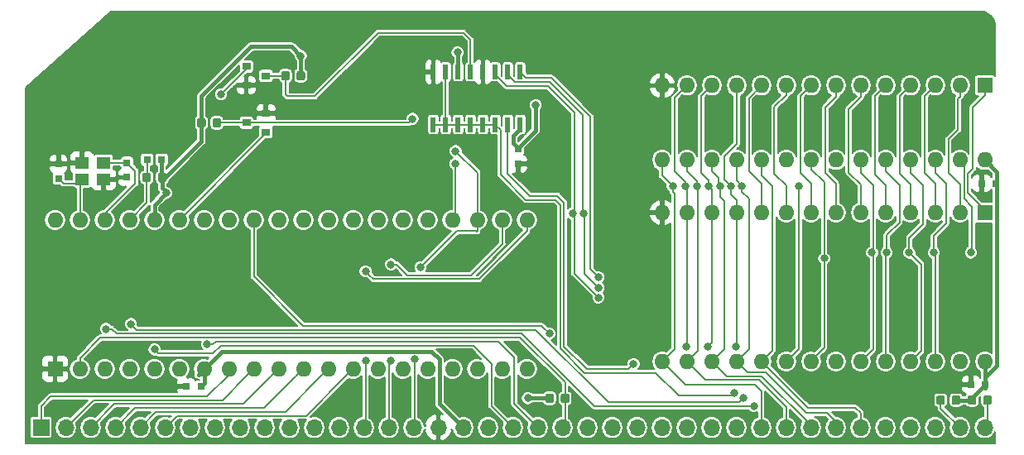
<source format=gbr>
G04 #@! TF.GenerationSoftware,KiCad,Pcbnew,(5.0.0)*
G04 #@! TF.CreationDate,2020-03-05T15:16:05+00:00*
G04 #@! TF.ProjectId,basic-mc6800,62617369632D6D63363830302E6B6963,rev?*
G04 #@! TF.SameCoordinates,Original*
G04 #@! TF.FileFunction,Copper,L1,Top,Signal*
G04 #@! TF.FilePolarity,Positive*
%FSLAX46Y46*%
G04 Gerber Fmt 4.6, Leading zero omitted, Abs format (unit mm)*
G04 Created by KiCad (PCBNEW (5.0.0)) date 03/05/20 15:16:05*
%MOMM*%
%LPD*%
G01*
G04 APERTURE LIST*
G04 #@! TA.AperFunction,ComponentPad*
%ADD10R,1.600000X1.600000*%
G04 #@! TD*
G04 #@! TA.AperFunction,ComponentPad*
%ADD11O,1.600000X1.600000*%
G04 #@! TD*
G04 #@! TA.AperFunction,SMDPad,CuDef*
%ADD12R,0.600000X1.500000*%
G04 #@! TD*
G04 #@! TA.AperFunction,SMDPad,CuDef*
%ADD13R,0.750000X0.800000*%
G04 #@! TD*
G04 #@! TA.AperFunction,SMDPad,CuDef*
%ADD14R,0.800000X0.750000*%
G04 #@! TD*
G04 #@! TA.AperFunction,ComponentPad*
%ADD15R,1.700000X1.700000*%
G04 #@! TD*
G04 #@! TA.AperFunction,ComponentPad*
%ADD16O,1.700000X1.700000*%
G04 #@! TD*
G04 #@! TA.AperFunction,SMDPad,CuDef*
%ADD17R,0.900000X0.800000*%
G04 #@! TD*
G04 #@! TA.AperFunction,Conductor*
%ADD18C,0.100000*%
G04 #@! TD*
G04 #@! TA.AperFunction,SMDPad,CuDef*
%ADD19C,0.875000*%
G04 #@! TD*
G04 #@! TA.AperFunction,SMDPad,CuDef*
%ADD20R,1.400000X1.200000*%
G04 #@! TD*
G04 #@! TA.AperFunction,ViaPad*
%ADD21C,0.800000*%
G04 #@! TD*
G04 #@! TA.AperFunction,Conductor*
%ADD22C,0.200000*%
G04 #@! TD*
G04 #@! TA.AperFunction,Conductor*
%ADD23C,0.400000*%
G04 #@! TD*
G04 APERTURE END LIST*
D10*
G04 #@! TO.P,U2,1*
G04 #@! TO.N,GND*
X101440000Y-94000000D03*
D11*
G04 #@! TO.P,U2,21*
G04 #@! TO.N,/A13*
X149700000Y-78760000D03*
G04 #@! TO.P,U2,2*
G04 #@! TO.N,/INT1*
X103980000Y-94000000D03*
G04 #@! TO.P,U2,22*
G04 #@! TO.N,/A14*
X147160000Y-78760000D03*
G04 #@! TO.P,U2,3*
G04 #@! TO.N,/INT2*
X106520000Y-94000000D03*
G04 #@! TO.P,U2,23*
G04 #@! TO.N,/A15*
X144620000Y-78760000D03*
G04 #@! TO.P,U2,4*
G04 #@! TO.N,/INT3*
X109060000Y-94000000D03*
G04 #@! TO.P,U2,24*
G04 #@! TO.N,/D7*
X142080000Y-78760000D03*
G04 #@! TO.P,U2,5*
G04 #@! TO.N,N/C*
X111600000Y-94000000D03*
G04 #@! TO.P,U2,25*
G04 #@! TO.N,/D6*
X139540000Y-78760000D03*
G04 #@! TO.P,U2,6*
G04 #@! TO.N,N/C*
X114140000Y-94000000D03*
G04 #@! TO.P,U2,26*
G04 #@! TO.N,/D5*
X137000000Y-78760000D03*
G04 #@! TO.P,U2,7*
G04 #@! TO.N,+5V*
X116680000Y-94000000D03*
G04 #@! TO.P,U2,27*
G04 #@! TO.N,/D4*
X134460000Y-78760000D03*
G04 #@! TO.P,U2,8*
G04 #@! TO.N,/A0*
X119220000Y-94000000D03*
G04 #@! TO.P,U2,28*
G04 #@! TO.N,/D3*
X131920000Y-78760000D03*
G04 #@! TO.P,U2,9*
G04 #@! TO.N,/A1*
X121760000Y-94000000D03*
G04 #@! TO.P,U2,29*
G04 #@! TO.N,/D2*
X129380000Y-78760000D03*
G04 #@! TO.P,U2,10*
G04 #@! TO.N,/A2*
X124300000Y-94000000D03*
G04 #@! TO.P,U2,30*
G04 #@! TO.N,/D1*
X126840000Y-78760000D03*
G04 #@! TO.P,U2,11*
G04 #@! TO.N,/A3*
X126840000Y-94000000D03*
G04 #@! TO.P,U2,31*
G04 #@! TO.N,/D0*
X124300000Y-78760000D03*
G04 #@! TO.P,U2,12*
G04 #@! TO.N,/A4*
X129380000Y-94000000D03*
G04 #@! TO.P,U2,32*
G04 #@! TO.N,/R_W*
X121760000Y-78760000D03*
G04 #@! TO.P,U2,13*
G04 #@! TO.N,/A5*
X131920000Y-94000000D03*
G04 #@! TO.P,U2,33*
G04 #@! TO.N,N/C*
X119220000Y-78760000D03*
G04 #@! TO.P,U2,14*
G04 #@! TO.N,/A6*
X134460000Y-94000000D03*
G04 #@! TO.P,U2,34*
G04 #@! TO.N,/E*
X116680000Y-78760000D03*
G04 #@! TO.P,U2,15*
G04 #@! TO.N,/A7*
X137000000Y-94000000D03*
G04 #@! TO.P,U2,35*
G04 #@! TO.N,/QLATCH*
X114140000Y-78760000D03*
G04 #@! TO.P,U2,16*
G04 #@! TO.N,/A8*
X139540000Y-94000000D03*
G04 #@! TO.P,U2,36*
G04 #@! TO.N,+5V*
X111600000Y-78760000D03*
G04 #@! TO.P,U2,17*
G04 #@! TO.N,/A9*
X142080000Y-94000000D03*
G04 #@! TO.P,U2,37*
G04 #@! TO.N,/RESET*
X109060000Y-78760000D03*
G04 #@! TO.P,U2,18*
G04 #@! TO.N,/A10*
X144620000Y-94000000D03*
G04 #@! TO.P,U2,38*
G04 #@! TO.N,Net-(C3-Pad1)*
X106520000Y-78760000D03*
G04 #@! TO.P,U2,19*
G04 #@! TO.N,/A11*
X147160000Y-94000000D03*
G04 #@! TO.P,U2,39*
G04 #@! TO.N,Net-(C2-Pad1)*
X103980000Y-78760000D03*
G04 #@! TO.P,U2,20*
G04 #@! TO.N,/A12*
X149700000Y-94000000D03*
G04 #@! TO.P,U2,40*
G04 #@! TO.N,N/C*
X101440000Y-78760000D03*
G04 #@! TD*
D12*
G04 #@! TO.P,U1,16*
G04 #@! TO.N,+5V*
X149010000Y-69000000D03*
G04 #@! TO.P,U1,15*
G04 #@! TO.N,/PER_CS*
X147740000Y-69000000D03*
G04 #@! TO.P,U1,14*
G04 #@! TO.N,/ROM_CS*
X146470000Y-69000000D03*
G04 #@! TO.P,U1,13*
X145200000Y-69000000D03*
G04 #@! TO.P,U1,12*
X143930000Y-69000000D03*
G04 #@! TO.P,U1,11*
X142660000Y-69000000D03*
G04 #@! TO.P,U1,10*
X141390000Y-69000000D03*
G04 #@! TO.P,U1,9*
X140120000Y-69000000D03*
G04 #@! TO.P,U1,8*
G04 #@! TO.N,GND*
X140120000Y-63600000D03*
G04 #@! TO.P,U1,7*
G04 #@! TO.N,/ROM_CS*
X141390000Y-63600000D03*
G04 #@! TO.P,U1,6*
G04 #@! TO.N,+5V*
X142660000Y-63600000D03*
G04 #@! TO.P,U1,5*
G04 #@! TO.N,/_A15*
X143930000Y-63600000D03*
G04 #@! TO.P,U1,4*
G04 #@! TO.N,GND*
X145200000Y-63600000D03*
G04 #@! TO.P,U1,3*
G04 #@! TO.N,/A14*
X146470000Y-63600000D03*
G04 #@! TO.P,U1,2*
G04 #@! TO.N,/A13*
X147740000Y-63600000D03*
G04 #@! TO.P,U1,1*
G04 #@! TO.N,/A12*
X149010000Y-63600000D03*
G04 #@! TD*
D11*
G04 #@! TO.P,U4,28*
G04 #@! TO.N,+5V*
X196540000Y-93240000D03*
G04 #@! TO.P,U4,14*
G04 #@! TO.N,GND*
X163520000Y-78000000D03*
G04 #@! TO.P,U4,27*
G04 #@! TO.N,N/C*
X194000000Y-93240000D03*
G04 #@! TO.P,U4,13*
G04 #@! TO.N,/D2*
X166060000Y-78000000D03*
G04 #@! TO.P,U4,26*
G04 #@! TO.N,/A13*
X191460000Y-93240000D03*
G04 #@! TO.P,U4,12*
G04 #@! TO.N,/D1*
X168600000Y-78000000D03*
G04 #@! TO.P,U4,25*
G04 #@! TO.N,/A8*
X188920000Y-93240000D03*
G04 #@! TO.P,U4,11*
G04 #@! TO.N,/D0*
X171140000Y-78000000D03*
G04 #@! TO.P,U4,24*
G04 #@! TO.N,/A9*
X186380000Y-93240000D03*
G04 #@! TO.P,U4,10*
G04 #@! TO.N,/A0*
X173680000Y-78000000D03*
G04 #@! TO.P,U4,23*
G04 #@! TO.N,/A11*
X183840000Y-93240000D03*
G04 #@! TO.P,U4,9*
G04 #@! TO.N,/A1*
X176220000Y-78000000D03*
G04 #@! TO.P,U4,22*
G04 #@! TO.N,/ROM_CS*
X181300000Y-93240000D03*
G04 #@! TO.P,U4,8*
G04 #@! TO.N,/A2*
X178760000Y-78000000D03*
G04 #@! TO.P,U4,21*
G04 #@! TO.N,/A10*
X178760000Y-93240000D03*
G04 #@! TO.P,U4,7*
G04 #@! TO.N,/A3*
X181300000Y-78000000D03*
G04 #@! TO.P,U4,20*
G04 #@! TO.N,/_QLATCH*
X176220000Y-93240000D03*
G04 #@! TO.P,U4,6*
G04 #@! TO.N,/A4*
X183840000Y-78000000D03*
G04 #@! TO.P,U4,19*
G04 #@! TO.N,/D7*
X173680000Y-93240000D03*
G04 #@! TO.P,U4,5*
G04 #@! TO.N,/A5*
X186380000Y-78000000D03*
G04 #@! TO.P,U4,18*
G04 #@! TO.N,/D6*
X171140000Y-93240000D03*
G04 #@! TO.P,U4,4*
G04 #@! TO.N,/A6*
X188920000Y-78000000D03*
G04 #@! TO.P,U4,17*
G04 #@! TO.N,/D5*
X168600000Y-93240000D03*
G04 #@! TO.P,U4,3*
G04 #@! TO.N,/A7*
X191460000Y-78000000D03*
G04 #@! TO.P,U4,16*
G04 #@! TO.N,/D4*
X166060000Y-93240000D03*
G04 #@! TO.P,U4,2*
G04 #@! TO.N,/A12*
X194000000Y-78000000D03*
G04 #@! TO.P,U4,15*
G04 #@! TO.N,/D3*
X163520000Y-93240000D03*
D10*
G04 #@! TO.P,U4,1*
G04 #@! TO.N,/A14*
X196540000Y-78000000D03*
G04 #@! TD*
D13*
G04 #@! TO.P,C2,2*
G04 #@! TO.N,GND*
X101800000Y-73000000D03*
G04 #@! TO.P,C2,1*
G04 #@! TO.N,Net-(C2-Pad1)*
X101800000Y-74500000D03*
G04 #@! TD*
G04 #@! TO.P,C3,1*
G04 #@! TO.N,Net-(C3-Pad1)*
X108800000Y-72900000D03*
G04 #@! TO.P,C3,2*
G04 #@! TO.N,GND*
X108800000Y-74400000D03*
G04 #@! TD*
G04 #@! TO.P,C4,1*
G04 #@! TO.N,+5V*
X148800000Y-71500000D03*
G04 #@! TO.P,C4,2*
G04 #@! TO.N,GND*
X148800000Y-73000000D03*
G04 #@! TD*
D14*
G04 #@! TO.P,C5,2*
G04 #@! TO.N,GND*
X114850000Y-95800000D03*
G04 #@! TO.P,C5,1*
G04 #@! TO.N,+5V*
X116350000Y-95800000D03*
G04 #@! TD*
G04 #@! TO.P,C6,2*
G04 #@! TO.N,GND*
X196200000Y-75000000D03*
G04 #@! TO.P,C6,1*
G04 #@! TO.N,+5V*
X197700000Y-75000000D03*
G04 #@! TD*
G04 #@! TO.P,C7,1*
G04 #@! TO.N,+5V*
X196600000Y-95600000D03*
G04 #@! TO.P,C7,2*
G04 #@! TO.N,GND*
X195100000Y-95600000D03*
G04 #@! TD*
D15*
G04 #@! TO.P,J1,1*
G04 #@! TO.N,/A0*
X100000000Y-100000000D03*
D16*
G04 #@! TO.P,J1,2*
G04 #@! TO.N,/A1*
X102540000Y-100000000D03*
G04 #@! TO.P,J1,3*
G04 #@! TO.N,/A2*
X105080000Y-100000000D03*
G04 #@! TO.P,J1,4*
G04 #@! TO.N,/A3*
X107620000Y-100000000D03*
G04 #@! TO.P,J1,5*
G04 #@! TO.N,/A4*
X110160000Y-100000000D03*
G04 #@! TO.P,J1,6*
G04 #@! TO.N,/A5*
X112700000Y-100000000D03*
G04 #@! TO.P,J1,7*
G04 #@! TO.N,/A6*
X115240000Y-100000000D03*
G04 #@! TO.P,J1,8*
G04 #@! TO.N,/A7*
X117780000Y-100000000D03*
G04 #@! TO.P,J1,9*
G04 #@! TO.N,/A8*
X120320000Y-100000000D03*
G04 #@! TO.P,J1,10*
G04 #@! TO.N,/A9*
X122860000Y-100000000D03*
G04 #@! TO.P,J1,11*
G04 #@! TO.N,/A10*
X125400000Y-100000000D03*
G04 #@! TO.P,J1,12*
G04 #@! TO.N,/A11*
X127940000Y-100000000D03*
G04 #@! TO.P,J1,13*
G04 #@! TO.N,/A12*
X130480000Y-100000000D03*
G04 #@! TO.P,J1,14*
G04 #@! TO.N,/A13*
X133020000Y-100000000D03*
G04 #@! TO.P,J1,15*
G04 #@! TO.N,/A14*
X135560000Y-100000000D03*
G04 #@! TO.P,J1,16*
G04 #@! TO.N,/A15*
X138100000Y-100000000D03*
G04 #@! TO.P,J1,17*
G04 #@! TO.N,GND*
X140640000Y-100000000D03*
G04 #@! TO.P,J1,18*
G04 #@! TO.N,+5V*
X143180000Y-100000000D03*
G04 #@! TO.P,J1,19*
G04 #@! TO.N,N/C*
X145720000Y-100000000D03*
G04 #@! TO.P,J1,20*
G04 #@! TO.N,/RESET*
X148260000Y-100000000D03*
G04 #@! TO.P,J1,21*
G04 #@! TO.N,/E*
X150800000Y-100000000D03*
G04 #@! TO.P,J1,22*
G04 #@! TO.N,/INT1*
X153340000Y-100000000D03*
G04 #@! TO.P,J1,23*
G04 #@! TO.N,N/C*
X155880000Y-100000000D03*
G04 #@! TO.P,J1,24*
G04 #@! TO.N,/R_W*
X158420000Y-100000000D03*
G04 #@! TO.P,J1,25*
G04 #@! TO.N,N/C*
X160960000Y-100000000D03*
G04 #@! TO.P,J1,26*
G04 #@! TO.N,/PER_CS*
X163500000Y-100000000D03*
G04 #@! TO.P,J1,27*
G04 #@! TO.N,/D0*
X166040000Y-100000000D03*
G04 #@! TO.P,J1,28*
G04 #@! TO.N,/D1*
X168580000Y-100000000D03*
G04 #@! TO.P,J1,29*
G04 #@! TO.N,/D2*
X171120000Y-100000000D03*
G04 #@! TO.P,J1,30*
G04 #@! TO.N,/D3*
X173660000Y-100000000D03*
G04 #@! TO.P,J1,31*
G04 #@! TO.N,/D4*
X176200000Y-100000000D03*
G04 #@! TO.P,J1,32*
G04 #@! TO.N,/D5*
X178740000Y-100000000D03*
G04 #@! TO.P,J1,33*
G04 #@! TO.N,/D6*
X181280000Y-100000000D03*
G04 #@! TO.P,J1,34*
G04 #@! TO.N,/D7*
X183820000Y-100000000D03*
G04 #@! TO.P,J1,35*
G04 #@! TO.N,N/C*
X186360000Y-100000000D03*
G04 #@! TO.P,J1,36*
X188900000Y-100000000D03*
G04 #@! TO.P,J1,37*
X191440000Y-100000000D03*
G04 #@! TO.P,J1,38*
G04 #@! TO.N,/INT2*
X193980000Y-100000000D03*
G04 #@! TO.P,J1,39*
G04 #@! TO.N,/INT3*
X196520000Y-100000000D03*
G04 #@! TD*
D17*
G04 #@! TO.P,Q1,1*
G04 #@! TO.N,/QLATCH*
X123000000Y-69750000D03*
G04 #@! TO.P,Q1,2*
G04 #@! TO.N,GND*
X123000000Y-67850000D03*
G04 #@! TO.P,Q1,3*
G04 #@! TO.N,/_QLATCH*
X121000000Y-68800000D03*
G04 #@! TD*
G04 #@! TO.P,Q2,3*
G04 #@! TO.N,/_A15*
X123000000Y-64000000D03*
G04 #@! TO.P,Q2,2*
G04 #@! TO.N,GND*
X121000000Y-64950000D03*
G04 #@! TO.P,Q2,1*
G04 #@! TO.N,/A15*
X121000000Y-63050000D03*
G04 #@! TD*
D18*
G04 #@! TO.N,/RESET*
G04 #@! TO.C,R1*
G36*
X111052691Y-73926053D02*
X111073926Y-73929203D01*
X111094750Y-73934419D01*
X111114962Y-73941651D01*
X111134368Y-73950830D01*
X111152781Y-73961866D01*
X111170024Y-73974654D01*
X111185930Y-73989070D01*
X111200346Y-74004976D01*
X111213134Y-74022219D01*
X111224170Y-74040632D01*
X111233349Y-74060038D01*
X111240581Y-74080250D01*
X111245797Y-74101074D01*
X111248947Y-74122309D01*
X111250000Y-74143750D01*
X111250000Y-74656250D01*
X111248947Y-74677691D01*
X111245797Y-74698926D01*
X111240581Y-74719750D01*
X111233349Y-74739962D01*
X111224170Y-74759368D01*
X111213134Y-74777781D01*
X111200346Y-74795024D01*
X111185930Y-74810930D01*
X111170024Y-74825346D01*
X111152781Y-74838134D01*
X111134368Y-74849170D01*
X111114962Y-74858349D01*
X111094750Y-74865581D01*
X111073926Y-74870797D01*
X111052691Y-74873947D01*
X111031250Y-74875000D01*
X110593750Y-74875000D01*
X110572309Y-74873947D01*
X110551074Y-74870797D01*
X110530250Y-74865581D01*
X110510038Y-74858349D01*
X110490632Y-74849170D01*
X110472219Y-74838134D01*
X110454976Y-74825346D01*
X110439070Y-74810930D01*
X110424654Y-74795024D01*
X110411866Y-74777781D01*
X110400830Y-74759368D01*
X110391651Y-74739962D01*
X110384419Y-74719750D01*
X110379203Y-74698926D01*
X110376053Y-74677691D01*
X110375000Y-74656250D01*
X110375000Y-74143750D01*
X110376053Y-74122309D01*
X110379203Y-74101074D01*
X110384419Y-74080250D01*
X110391651Y-74060038D01*
X110400830Y-74040632D01*
X110411866Y-74022219D01*
X110424654Y-74004976D01*
X110439070Y-73989070D01*
X110454976Y-73974654D01*
X110472219Y-73961866D01*
X110490632Y-73950830D01*
X110510038Y-73941651D01*
X110530250Y-73934419D01*
X110551074Y-73929203D01*
X110572309Y-73926053D01*
X110593750Y-73925000D01*
X111031250Y-73925000D01*
X111052691Y-73926053D01*
X111052691Y-73926053D01*
G37*
D19*
G04 #@! TD*
G04 #@! TO.P,R1,2*
G04 #@! TO.N,/RESET*
X110812500Y-74400000D03*
D18*
G04 #@! TO.N,+5V*
G04 #@! TO.C,R1*
G36*
X112627691Y-73926053D02*
X112648926Y-73929203D01*
X112669750Y-73934419D01*
X112689962Y-73941651D01*
X112709368Y-73950830D01*
X112727781Y-73961866D01*
X112745024Y-73974654D01*
X112760930Y-73989070D01*
X112775346Y-74004976D01*
X112788134Y-74022219D01*
X112799170Y-74040632D01*
X112808349Y-74060038D01*
X112815581Y-74080250D01*
X112820797Y-74101074D01*
X112823947Y-74122309D01*
X112825000Y-74143750D01*
X112825000Y-74656250D01*
X112823947Y-74677691D01*
X112820797Y-74698926D01*
X112815581Y-74719750D01*
X112808349Y-74739962D01*
X112799170Y-74759368D01*
X112788134Y-74777781D01*
X112775346Y-74795024D01*
X112760930Y-74810930D01*
X112745024Y-74825346D01*
X112727781Y-74838134D01*
X112709368Y-74849170D01*
X112689962Y-74858349D01*
X112669750Y-74865581D01*
X112648926Y-74870797D01*
X112627691Y-74873947D01*
X112606250Y-74875000D01*
X112168750Y-74875000D01*
X112147309Y-74873947D01*
X112126074Y-74870797D01*
X112105250Y-74865581D01*
X112085038Y-74858349D01*
X112065632Y-74849170D01*
X112047219Y-74838134D01*
X112029976Y-74825346D01*
X112014070Y-74810930D01*
X111999654Y-74795024D01*
X111986866Y-74777781D01*
X111975830Y-74759368D01*
X111966651Y-74739962D01*
X111959419Y-74719750D01*
X111954203Y-74698926D01*
X111951053Y-74677691D01*
X111950000Y-74656250D01*
X111950000Y-74143750D01*
X111951053Y-74122309D01*
X111954203Y-74101074D01*
X111959419Y-74080250D01*
X111966651Y-74060038D01*
X111975830Y-74040632D01*
X111986866Y-74022219D01*
X111999654Y-74004976D01*
X112014070Y-73989070D01*
X112029976Y-73974654D01*
X112047219Y-73961866D01*
X112065632Y-73950830D01*
X112085038Y-73941651D01*
X112105250Y-73934419D01*
X112126074Y-73929203D01*
X112147309Y-73926053D01*
X112168750Y-73925000D01*
X112606250Y-73925000D01*
X112627691Y-73926053D01*
X112627691Y-73926053D01*
G37*
D19*
G04 #@! TD*
G04 #@! TO.P,R1,1*
G04 #@! TO.N,+5V*
X112387500Y-74400000D03*
D18*
G04 #@! TO.N,+5V*
G04 #@! TO.C,R2*
G36*
X152265191Y-96526053D02*
X152286426Y-96529203D01*
X152307250Y-96534419D01*
X152327462Y-96541651D01*
X152346868Y-96550830D01*
X152365281Y-96561866D01*
X152382524Y-96574654D01*
X152398430Y-96589070D01*
X152412846Y-96604976D01*
X152425634Y-96622219D01*
X152436670Y-96640632D01*
X152445849Y-96660038D01*
X152453081Y-96680250D01*
X152458297Y-96701074D01*
X152461447Y-96722309D01*
X152462500Y-96743750D01*
X152462500Y-97256250D01*
X152461447Y-97277691D01*
X152458297Y-97298926D01*
X152453081Y-97319750D01*
X152445849Y-97339962D01*
X152436670Y-97359368D01*
X152425634Y-97377781D01*
X152412846Y-97395024D01*
X152398430Y-97410930D01*
X152382524Y-97425346D01*
X152365281Y-97438134D01*
X152346868Y-97449170D01*
X152327462Y-97458349D01*
X152307250Y-97465581D01*
X152286426Y-97470797D01*
X152265191Y-97473947D01*
X152243750Y-97475000D01*
X151806250Y-97475000D01*
X151784809Y-97473947D01*
X151763574Y-97470797D01*
X151742750Y-97465581D01*
X151722538Y-97458349D01*
X151703132Y-97449170D01*
X151684719Y-97438134D01*
X151667476Y-97425346D01*
X151651570Y-97410930D01*
X151637154Y-97395024D01*
X151624366Y-97377781D01*
X151613330Y-97359368D01*
X151604151Y-97339962D01*
X151596919Y-97319750D01*
X151591703Y-97298926D01*
X151588553Y-97277691D01*
X151587500Y-97256250D01*
X151587500Y-96743750D01*
X151588553Y-96722309D01*
X151591703Y-96701074D01*
X151596919Y-96680250D01*
X151604151Y-96660038D01*
X151613330Y-96640632D01*
X151624366Y-96622219D01*
X151637154Y-96604976D01*
X151651570Y-96589070D01*
X151667476Y-96574654D01*
X151684719Y-96561866D01*
X151703132Y-96550830D01*
X151722538Y-96541651D01*
X151742750Y-96534419D01*
X151763574Y-96529203D01*
X151784809Y-96526053D01*
X151806250Y-96525000D01*
X152243750Y-96525000D01*
X152265191Y-96526053D01*
X152265191Y-96526053D01*
G37*
D19*
G04 #@! TD*
G04 #@! TO.P,R2,1*
G04 #@! TO.N,+5V*
X152025000Y-97000000D03*
D18*
G04 #@! TO.N,/INT1*
G04 #@! TO.C,R2*
G36*
X153840191Y-96526053D02*
X153861426Y-96529203D01*
X153882250Y-96534419D01*
X153902462Y-96541651D01*
X153921868Y-96550830D01*
X153940281Y-96561866D01*
X153957524Y-96574654D01*
X153973430Y-96589070D01*
X153987846Y-96604976D01*
X154000634Y-96622219D01*
X154011670Y-96640632D01*
X154020849Y-96660038D01*
X154028081Y-96680250D01*
X154033297Y-96701074D01*
X154036447Y-96722309D01*
X154037500Y-96743750D01*
X154037500Y-97256250D01*
X154036447Y-97277691D01*
X154033297Y-97298926D01*
X154028081Y-97319750D01*
X154020849Y-97339962D01*
X154011670Y-97359368D01*
X154000634Y-97377781D01*
X153987846Y-97395024D01*
X153973430Y-97410930D01*
X153957524Y-97425346D01*
X153940281Y-97438134D01*
X153921868Y-97449170D01*
X153902462Y-97458349D01*
X153882250Y-97465581D01*
X153861426Y-97470797D01*
X153840191Y-97473947D01*
X153818750Y-97475000D01*
X153381250Y-97475000D01*
X153359809Y-97473947D01*
X153338574Y-97470797D01*
X153317750Y-97465581D01*
X153297538Y-97458349D01*
X153278132Y-97449170D01*
X153259719Y-97438134D01*
X153242476Y-97425346D01*
X153226570Y-97410930D01*
X153212154Y-97395024D01*
X153199366Y-97377781D01*
X153188330Y-97359368D01*
X153179151Y-97339962D01*
X153171919Y-97319750D01*
X153166703Y-97298926D01*
X153163553Y-97277691D01*
X153162500Y-97256250D01*
X153162500Y-96743750D01*
X153163553Y-96722309D01*
X153166703Y-96701074D01*
X153171919Y-96680250D01*
X153179151Y-96660038D01*
X153188330Y-96640632D01*
X153199366Y-96622219D01*
X153212154Y-96604976D01*
X153226570Y-96589070D01*
X153242476Y-96574654D01*
X153259719Y-96561866D01*
X153278132Y-96550830D01*
X153297538Y-96541651D01*
X153317750Y-96534419D01*
X153338574Y-96529203D01*
X153359809Y-96526053D01*
X153381250Y-96525000D01*
X153818750Y-96525000D01*
X153840191Y-96526053D01*
X153840191Y-96526053D01*
G37*
D19*
G04 #@! TD*
G04 #@! TO.P,R2,2*
G04 #@! TO.N,/INT1*
X153600000Y-97000000D03*
D18*
G04 #@! TO.N,/INT2*
G04 #@! TO.C,R3*
G36*
X192252691Y-96726053D02*
X192273926Y-96729203D01*
X192294750Y-96734419D01*
X192314962Y-96741651D01*
X192334368Y-96750830D01*
X192352781Y-96761866D01*
X192370024Y-96774654D01*
X192385930Y-96789070D01*
X192400346Y-96804976D01*
X192413134Y-96822219D01*
X192424170Y-96840632D01*
X192433349Y-96860038D01*
X192440581Y-96880250D01*
X192445797Y-96901074D01*
X192448947Y-96922309D01*
X192450000Y-96943750D01*
X192450000Y-97456250D01*
X192448947Y-97477691D01*
X192445797Y-97498926D01*
X192440581Y-97519750D01*
X192433349Y-97539962D01*
X192424170Y-97559368D01*
X192413134Y-97577781D01*
X192400346Y-97595024D01*
X192385930Y-97610930D01*
X192370024Y-97625346D01*
X192352781Y-97638134D01*
X192334368Y-97649170D01*
X192314962Y-97658349D01*
X192294750Y-97665581D01*
X192273926Y-97670797D01*
X192252691Y-97673947D01*
X192231250Y-97675000D01*
X191793750Y-97675000D01*
X191772309Y-97673947D01*
X191751074Y-97670797D01*
X191730250Y-97665581D01*
X191710038Y-97658349D01*
X191690632Y-97649170D01*
X191672219Y-97638134D01*
X191654976Y-97625346D01*
X191639070Y-97610930D01*
X191624654Y-97595024D01*
X191611866Y-97577781D01*
X191600830Y-97559368D01*
X191591651Y-97539962D01*
X191584419Y-97519750D01*
X191579203Y-97498926D01*
X191576053Y-97477691D01*
X191575000Y-97456250D01*
X191575000Y-96943750D01*
X191576053Y-96922309D01*
X191579203Y-96901074D01*
X191584419Y-96880250D01*
X191591651Y-96860038D01*
X191600830Y-96840632D01*
X191611866Y-96822219D01*
X191624654Y-96804976D01*
X191639070Y-96789070D01*
X191654976Y-96774654D01*
X191672219Y-96761866D01*
X191690632Y-96750830D01*
X191710038Y-96741651D01*
X191730250Y-96734419D01*
X191751074Y-96729203D01*
X191772309Y-96726053D01*
X191793750Y-96725000D01*
X192231250Y-96725000D01*
X192252691Y-96726053D01*
X192252691Y-96726053D01*
G37*
D19*
G04 #@! TD*
G04 #@! TO.P,R3,2*
G04 #@! TO.N,/INT2*
X192012500Y-97200000D03*
D18*
G04 #@! TO.N,+5V*
G04 #@! TO.C,R3*
G36*
X193827691Y-96726053D02*
X193848926Y-96729203D01*
X193869750Y-96734419D01*
X193889962Y-96741651D01*
X193909368Y-96750830D01*
X193927781Y-96761866D01*
X193945024Y-96774654D01*
X193960930Y-96789070D01*
X193975346Y-96804976D01*
X193988134Y-96822219D01*
X193999170Y-96840632D01*
X194008349Y-96860038D01*
X194015581Y-96880250D01*
X194020797Y-96901074D01*
X194023947Y-96922309D01*
X194025000Y-96943750D01*
X194025000Y-97456250D01*
X194023947Y-97477691D01*
X194020797Y-97498926D01*
X194015581Y-97519750D01*
X194008349Y-97539962D01*
X193999170Y-97559368D01*
X193988134Y-97577781D01*
X193975346Y-97595024D01*
X193960930Y-97610930D01*
X193945024Y-97625346D01*
X193927781Y-97638134D01*
X193909368Y-97649170D01*
X193889962Y-97658349D01*
X193869750Y-97665581D01*
X193848926Y-97670797D01*
X193827691Y-97673947D01*
X193806250Y-97675000D01*
X193368750Y-97675000D01*
X193347309Y-97673947D01*
X193326074Y-97670797D01*
X193305250Y-97665581D01*
X193285038Y-97658349D01*
X193265632Y-97649170D01*
X193247219Y-97638134D01*
X193229976Y-97625346D01*
X193214070Y-97610930D01*
X193199654Y-97595024D01*
X193186866Y-97577781D01*
X193175830Y-97559368D01*
X193166651Y-97539962D01*
X193159419Y-97519750D01*
X193154203Y-97498926D01*
X193151053Y-97477691D01*
X193150000Y-97456250D01*
X193150000Y-96943750D01*
X193151053Y-96922309D01*
X193154203Y-96901074D01*
X193159419Y-96880250D01*
X193166651Y-96860038D01*
X193175830Y-96840632D01*
X193186866Y-96822219D01*
X193199654Y-96804976D01*
X193214070Y-96789070D01*
X193229976Y-96774654D01*
X193247219Y-96761866D01*
X193265632Y-96750830D01*
X193285038Y-96741651D01*
X193305250Y-96734419D01*
X193326074Y-96729203D01*
X193347309Y-96726053D01*
X193368750Y-96725000D01*
X193806250Y-96725000D01*
X193827691Y-96726053D01*
X193827691Y-96726053D01*
G37*
D19*
G04 #@! TD*
G04 #@! TO.P,R3,1*
G04 #@! TO.N,+5V*
X193587500Y-97200000D03*
D18*
G04 #@! TO.N,+5V*
G04 #@! TO.C,R4*
G36*
X195465191Y-96726053D02*
X195486426Y-96729203D01*
X195507250Y-96734419D01*
X195527462Y-96741651D01*
X195546868Y-96750830D01*
X195565281Y-96761866D01*
X195582524Y-96774654D01*
X195598430Y-96789070D01*
X195612846Y-96804976D01*
X195625634Y-96822219D01*
X195636670Y-96840632D01*
X195645849Y-96860038D01*
X195653081Y-96880250D01*
X195658297Y-96901074D01*
X195661447Y-96922309D01*
X195662500Y-96943750D01*
X195662500Y-97456250D01*
X195661447Y-97477691D01*
X195658297Y-97498926D01*
X195653081Y-97519750D01*
X195645849Y-97539962D01*
X195636670Y-97559368D01*
X195625634Y-97577781D01*
X195612846Y-97595024D01*
X195598430Y-97610930D01*
X195582524Y-97625346D01*
X195565281Y-97638134D01*
X195546868Y-97649170D01*
X195527462Y-97658349D01*
X195507250Y-97665581D01*
X195486426Y-97670797D01*
X195465191Y-97673947D01*
X195443750Y-97675000D01*
X195006250Y-97675000D01*
X194984809Y-97673947D01*
X194963574Y-97670797D01*
X194942750Y-97665581D01*
X194922538Y-97658349D01*
X194903132Y-97649170D01*
X194884719Y-97638134D01*
X194867476Y-97625346D01*
X194851570Y-97610930D01*
X194837154Y-97595024D01*
X194824366Y-97577781D01*
X194813330Y-97559368D01*
X194804151Y-97539962D01*
X194796919Y-97519750D01*
X194791703Y-97498926D01*
X194788553Y-97477691D01*
X194787500Y-97456250D01*
X194787500Y-96943750D01*
X194788553Y-96922309D01*
X194791703Y-96901074D01*
X194796919Y-96880250D01*
X194804151Y-96860038D01*
X194813330Y-96840632D01*
X194824366Y-96822219D01*
X194837154Y-96804976D01*
X194851570Y-96789070D01*
X194867476Y-96774654D01*
X194884719Y-96761866D01*
X194903132Y-96750830D01*
X194922538Y-96741651D01*
X194942750Y-96734419D01*
X194963574Y-96729203D01*
X194984809Y-96726053D01*
X195006250Y-96725000D01*
X195443750Y-96725000D01*
X195465191Y-96726053D01*
X195465191Y-96726053D01*
G37*
D19*
G04 #@! TD*
G04 #@! TO.P,R4,1*
G04 #@! TO.N,+5V*
X195225000Y-97200000D03*
D18*
G04 #@! TO.N,/INT3*
G04 #@! TO.C,R4*
G36*
X197040191Y-96726053D02*
X197061426Y-96729203D01*
X197082250Y-96734419D01*
X197102462Y-96741651D01*
X197121868Y-96750830D01*
X197140281Y-96761866D01*
X197157524Y-96774654D01*
X197173430Y-96789070D01*
X197187846Y-96804976D01*
X197200634Y-96822219D01*
X197211670Y-96840632D01*
X197220849Y-96860038D01*
X197228081Y-96880250D01*
X197233297Y-96901074D01*
X197236447Y-96922309D01*
X197237500Y-96943750D01*
X197237500Y-97456250D01*
X197236447Y-97477691D01*
X197233297Y-97498926D01*
X197228081Y-97519750D01*
X197220849Y-97539962D01*
X197211670Y-97559368D01*
X197200634Y-97577781D01*
X197187846Y-97595024D01*
X197173430Y-97610930D01*
X197157524Y-97625346D01*
X197140281Y-97638134D01*
X197121868Y-97649170D01*
X197102462Y-97658349D01*
X197082250Y-97665581D01*
X197061426Y-97670797D01*
X197040191Y-97673947D01*
X197018750Y-97675000D01*
X196581250Y-97675000D01*
X196559809Y-97673947D01*
X196538574Y-97670797D01*
X196517750Y-97665581D01*
X196497538Y-97658349D01*
X196478132Y-97649170D01*
X196459719Y-97638134D01*
X196442476Y-97625346D01*
X196426570Y-97610930D01*
X196412154Y-97595024D01*
X196399366Y-97577781D01*
X196388330Y-97559368D01*
X196379151Y-97539962D01*
X196371919Y-97519750D01*
X196366703Y-97498926D01*
X196363553Y-97477691D01*
X196362500Y-97456250D01*
X196362500Y-96943750D01*
X196363553Y-96922309D01*
X196366703Y-96901074D01*
X196371919Y-96880250D01*
X196379151Y-96860038D01*
X196388330Y-96840632D01*
X196399366Y-96822219D01*
X196412154Y-96804976D01*
X196426570Y-96789070D01*
X196442476Y-96774654D01*
X196459719Y-96761866D01*
X196478132Y-96750830D01*
X196497538Y-96741651D01*
X196517750Y-96734419D01*
X196538574Y-96729203D01*
X196559809Y-96726053D01*
X196581250Y-96725000D01*
X197018750Y-96725000D01*
X197040191Y-96726053D01*
X197040191Y-96726053D01*
G37*
D19*
G04 #@! TD*
G04 #@! TO.P,R4,2*
G04 #@! TO.N,/INT3*
X196800000Y-97200000D03*
D18*
G04 #@! TO.N,/_QLATCH*
G04 #@! TO.C,R5*
G36*
X118227691Y-68326053D02*
X118248926Y-68329203D01*
X118269750Y-68334419D01*
X118289962Y-68341651D01*
X118309368Y-68350830D01*
X118327781Y-68361866D01*
X118345024Y-68374654D01*
X118360930Y-68389070D01*
X118375346Y-68404976D01*
X118388134Y-68422219D01*
X118399170Y-68440632D01*
X118408349Y-68460038D01*
X118415581Y-68480250D01*
X118420797Y-68501074D01*
X118423947Y-68522309D01*
X118425000Y-68543750D01*
X118425000Y-69056250D01*
X118423947Y-69077691D01*
X118420797Y-69098926D01*
X118415581Y-69119750D01*
X118408349Y-69139962D01*
X118399170Y-69159368D01*
X118388134Y-69177781D01*
X118375346Y-69195024D01*
X118360930Y-69210930D01*
X118345024Y-69225346D01*
X118327781Y-69238134D01*
X118309368Y-69249170D01*
X118289962Y-69258349D01*
X118269750Y-69265581D01*
X118248926Y-69270797D01*
X118227691Y-69273947D01*
X118206250Y-69275000D01*
X117768750Y-69275000D01*
X117747309Y-69273947D01*
X117726074Y-69270797D01*
X117705250Y-69265581D01*
X117685038Y-69258349D01*
X117665632Y-69249170D01*
X117647219Y-69238134D01*
X117629976Y-69225346D01*
X117614070Y-69210930D01*
X117599654Y-69195024D01*
X117586866Y-69177781D01*
X117575830Y-69159368D01*
X117566651Y-69139962D01*
X117559419Y-69119750D01*
X117554203Y-69098926D01*
X117551053Y-69077691D01*
X117550000Y-69056250D01*
X117550000Y-68543750D01*
X117551053Y-68522309D01*
X117554203Y-68501074D01*
X117559419Y-68480250D01*
X117566651Y-68460038D01*
X117575830Y-68440632D01*
X117586866Y-68422219D01*
X117599654Y-68404976D01*
X117614070Y-68389070D01*
X117629976Y-68374654D01*
X117647219Y-68361866D01*
X117665632Y-68350830D01*
X117685038Y-68341651D01*
X117705250Y-68334419D01*
X117726074Y-68329203D01*
X117747309Y-68326053D01*
X117768750Y-68325000D01*
X118206250Y-68325000D01*
X118227691Y-68326053D01*
X118227691Y-68326053D01*
G37*
D19*
G04 #@! TD*
G04 #@! TO.P,R5,2*
G04 #@! TO.N,/_QLATCH*
X117987500Y-68800000D03*
D18*
G04 #@! TO.N,+5V*
G04 #@! TO.C,R5*
G36*
X116652691Y-68326053D02*
X116673926Y-68329203D01*
X116694750Y-68334419D01*
X116714962Y-68341651D01*
X116734368Y-68350830D01*
X116752781Y-68361866D01*
X116770024Y-68374654D01*
X116785930Y-68389070D01*
X116800346Y-68404976D01*
X116813134Y-68422219D01*
X116824170Y-68440632D01*
X116833349Y-68460038D01*
X116840581Y-68480250D01*
X116845797Y-68501074D01*
X116848947Y-68522309D01*
X116850000Y-68543750D01*
X116850000Y-69056250D01*
X116848947Y-69077691D01*
X116845797Y-69098926D01*
X116840581Y-69119750D01*
X116833349Y-69139962D01*
X116824170Y-69159368D01*
X116813134Y-69177781D01*
X116800346Y-69195024D01*
X116785930Y-69210930D01*
X116770024Y-69225346D01*
X116752781Y-69238134D01*
X116734368Y-69249170D01*
X116714962Y-69258349D01*
X116694750Y-69265581D01*
X116673926Y-69270797D01*
X116652691Y-69273947D01*
X116631250Y-69275000D01*
X116193750Y-69275000D01*
X116172309Y-69273947D01*
X116151074Y-69270797D01*
X116130250Y-69265581D01*
X116110038Y-69258349D01*
X116090632Y-69249170D01*
X116072219Y-69238134D01*
X116054976Y-69225346D01*
X116039070Y-69210930D01*
X116024654Y-69195024D01*
X116011866Y-69177781D01*
X116000830Y-69159368D01*
X115991651Y-69139962D01*
X115984419Y-69119750D01*
X115979203Y-69098926D01*
X115976053Y-69077691D01*
X115975000Y-69056250D01*
X115975000Y-68543750D01*
X115976053Y-68522309D01*
X115979203Y-68501074D01*
X115984419Y-68480250D01*
X115991651Y-68460038D01*
X116000830Y-68440632D01*
X116011866Y-68422219D01*
X116024654Y-68404976D01*
X116039070Y-68389070D01*
X116054976Y-68374654D01*
X116072219Y-68361866D01*
X116090632Y-68350830D01*
X116110038Y-68341651D01*
X116130250Y-68334419D01*
X116151074Y-68329203D01*
X116172309Y-68326053D01*
X116193750Y-68325000D01*
X116631250Y-68325000D01*
X116652691Y-68326053D01*
X116652691Y-68326053D01*
G37*
D19*
G04 #@! TD*
G04 #@! TO.P,R5,1*
G04 #@! TO.N,+5V*
X116412500Y-68800000D03*
D18*
G04 #@! TO.N,+5V*
G04 #@! TO.C,R6*
G36*
X126815191Y-63526053D02*
X126836426Y-63529203D01*
X126857250Y-63534419D01*
X126877462Y-63541651D01*
X126896868Y-63550830D01*
X126915281Y-63561866D01*
X126932524Y-63574654D01*
X126948430Y-63589070D01*
X126962846Y-63604976D01*
X126975634Y-63622219D01*
X126986670Y-63640632D01*
X126995849Y-63660038D01*
X127003081Y-63680250D01*
X127008297Y-63701074D01*
X127011447Y-63722309D01*
X127012500Y-63743750D01*
X127012500Y-64256250D01*
X127011447Y-64277691D01*
X127008297Y-64298926D01*
X127003081Y-64319750D01*
X126995849Y-64339962D01*
X126986670Y-64359368D01*
X126975634Y-64377781D01*
X126962846Y-64395024D01*
X126948430Y-64410930D01*
X126932524Y-64425346D01*
X126915281Y-64438134D01*
X126896868Y-64449170D01*
X126877462Y-64458349D01*
X126857250Y-64465581D01*
X126836426Y-64470797D01*
X126815191Y-64473947D01*
X126793750Y-64475000D01*
X126356250Y-64475000D01*
X126334809Y-64473947D01*
X126313574Y-64470797D01*
X126292750Y-64465581D01*
X126272538Y-64458349D01*
X126253132Y-64449170D01*
X126234719Y-64438134D01*
X126217476Y-64425346D01*
X126201570Y-64410930D01*
X126187154Y-64395024D01*
X126174366Y-64377781D01*
X126163330Y-64359368D01*
X126154151Y-64339962D01*
X126146919Y-64319750D01*
X126141703Y-64298926D01*
X126138553Y-64277691D01*
X126137500Y-64256250D01*
X126137500Y-63743750D01*
X126138553Y-63722309D01*
X126141703Y-63701074D01*
X126146919Y-63680250D01*
X126154151Y-63660038D01*
X126163330Y-63640632D01*
X126174366Y-63622219D01*
X126187154Y-63604976D01*
X126201570Y-63589070D01*
X126217476Y-63574654D01*
X126234719Y-63561866D01*
X126253132Y-63550830D01*
X126272538Y-63541651D01*
X126292750Y-63534419D01*
X126313574Y-63529203D01*
X126334809Y-63526053D01*
X126356250Y-63525000D01*
X126793750Y-63525000D01*
X126815191Y-63526053D01*
X126815191Y-63526053D01*
G37*
D19*
G04 #@! TD*
G04 #@! TO.P,R6,1*
G04 #@! TO.N,+5V*
X126575000Y-64000000D03*
D18*
G04 #@! TO.N,/_A15*
G04 #@! TO.C,R6*
G36*
X125240191Y-63526053D02*
X125261426Y-63529203D01*
X125282250Y-63534419D01*
X125302462Y-63541651D01*
X125321868Y-63550830D01*
X125340281Y-63561866D01*
X125357524Y-63574654D01*
X125373430Y-63589070D01*
X125387846Y-63604976D01*
X125400634Y-63622219D01*
X125411670Y-63640632D01*
X125420849Y-63660038D01*
X125428081Y-63680250D01*
X125433297Y-63701074D01*
X125436447Y-63722309D01*
X125437500Y-63743750D01*
X125437500Y-64256250D01*
X125436447Y-64277691D01*
X125433297Y-64298926D01*
X125428081Y-64319750D01*
X125420849Y-64339962D01*
X125411670Y-64359368D01*
X125400634Y-64377781D01*
X125387846Y-64395024D01*
X125373430Y-64410930D01*
X125357524Y-64425346D01*
X125340281Y-64438134D01*
X125321868Y-64449170D01*
X125302462Y-64458349D01*
X125282250Y-64465581D01*
X125261426Y-64470797D01*
X125240191Y-64473947D01*
X125218750Y-64475000D01*
X124781250Y-64475000D01*
X124759809Y-64473947D01*
X124738574Y-64470797D01*
X124717750Y-64465581D01*
X124697538Y-64458349D01*
X124678132Y-64449170D01*
X124659719Y-64438134D01*
X124642476Y-64425346D01*
X124626570Y-64410930D01*
X124612154Y-64395024D01*
X124599366Y-64377781D01*
X124588330Y-64359368D01*
X124579151Y-64339962D01*
X124571919Y-64319750D01*
X124566703Y-64298926D01*
X124563553Y-64277691D01*
X124562500Y-64256250D01*
X124562500Y-63743750D01*
X124563553Y-63722309D01*
X124566703Y-63701074D01*
X124571919Y-63680250D01*
X124579151Y-63660038D01*
X124588330Y-63640632D01*
X124599366Y-63622219D01*
X124612154Y-63604976D01*
X124626570Y-63589070D01*
X124642476Y-63574654D01*
X124659719Y-63561866D01*
X124678132Y-63550830D01*
X124697538Y-63541651D01*
X124717750Y-63534419D01*
X124738574Y-63529203D01*
X124759809Y-63526053D01*
X124781250Y-63525000D01*
X125218750Y-63525000D01*
X125240191Y-63526053D01*
X125240191Y-63526053D01*
G37*
D19*
G04 #@! TD*
G04 #@! TO.P,R6,2*
G04 #@! TO.N,/_A15*
X125000000Y-64000000D03*
D20*
G04 #@! TO.P,Y1,1*
G04 #@! TO.N,Net-(C2-Pad1)*
X104200000Y-74600000D03*
G04 #@! TO.P,Y1,2*
G04 #@! TO.N,GND*
X106400000Y-74600000D03*
G04 #@! TO.P,Y1,3*
G04 #@! TO.N,Net-(C3-Pad1)*
X106400000Y-72900000D03*
G04 #@! TO.P,Y1,4*
G04 #@! TO.N,GND*
X104200000Y-72900000D03*
G04 #@! TD*
D14*
G04 #@! TO.P,C1,1*
G04 #@! TO.N,+5V*
X112350000Y-72600000D03*
G04 #@! TO.P,C1,2*
G04 #@! TO.N,/RESET*
X110850000Y-72600000D03*
G04 #@! TD*
D11*
G04 #@! TO.P,U3,28*
G04 #@! TO.N,+5V*
X196540000Y-72620000D03*
G04 #@! TO.P,U3,14*
G04 #@! TO.N,GND*
X163520000Y-65000000D03*
G04 #@! TO.P,U3,27*
G04 #@! TO.N,/R_W*
X194000000Y-72620000D03*
G04 #@! TO.P,U3,13*
G04 #@! TO.N,/D2*
X166060000Y-65000000D03*
G04 #@! TO.P,U3,26*
G04 #@! TO.N,/A13*
X191460000Y-72620000D03*
G04 #@! TO.P,U3,12*
G04 #@! TO.N,/D1*
X168600000Y-65000000D03*
G04 #@! TO.P,U3,25*
G04 #@! TO.N,/A8*
X188920000Y-72620000D03*
G04 #@! TO.P,U3,11*
G04 #@! TO.N,/D0*
X171140000Y-65000000D03*
G04 #@! TO.P,U3,24*
G04 #@! TO.N,/A9*
X186380000Y-72620000D03*
G04 #@! TO.P,U3,10*
G04 #@! TO.N,/A0*
X173680000Y-65000000D03*
G04 #@! TO.P,U3,23*
G04 #@! TO.N,/A11*
X183840000Y-72620000D03*
G04 #@! TO.P,U3,9*
G04 #@! TO.N,/A1*
X176220000Y-65000000D03*
G04 #@! TO.P,U3,22*
G04 #@! TO.N,/_QLATCH*
X181300000Y-72620000D03*
G04 #@! TO.P,U3,8*
G04 #@! TO.N,/A2*
X178760000Y-65000000D03*
G04 #@! TO.P,U3,21*
G04 #@! TO.N,/A10*
X178760000Y-72620000D03*
G04 #@! TO.P,U3,7*
G04 #@! TO.N,/A3*
X181300000Y-65000000D03*
G04 #@! TO.P,U3,20*
G04 #@! TO.N,/A15*
X176220000Y-72620000D03*
G04 #@! TO.P,U3,6*
G04 #@! TO.N,/A4*
X183840000Y-65000000D03*
G04 #@! TO.P,U3,19*
G04 #@! TO.N,/D7*
X173680000Y-72620000D03*
G04 #@! TO.P,U3,5*
G04 #@! TO.N,/A5*
X186380000Y-65000000D03*
G04 #@! TO.P,U3,18*
G04 #@! TO.N,/D6*
X171140000Y-72620000D03*
G04 #@! TO.P,U3,4*
G04 #@! TO.N,/A6*
X188920000Y-65000000D03*
G04 #@! TO.P,U3,17*
G04 #@! TO.N,/D5*
X168600000Y-72620000D03*
G04 #@! TO.P,U3,3*
G04 #@! TO.N,/A7*
X191460000Y-65000000D03*
G04 #@! TO.P,U3,16*
G04 #@! TO.N,/D4*
X166060000Y-72620000D03*
G04 #@! TO.P,U3,2*
G04 #@! TO.N,/A12*
X194000000Y-65000000D03*
G04 #@! TO.P,U3,15*
G04 #@! TO.N,/D3*
X163520000Y-72620000D03*
D10*
G04 #@! TO.P,U3,1*
G04 #@! TO.N,/A14*
X196540000Y-65000000D03*
G04 #@! TD*
D21*
G04 #@! TO.N,GND*
X127000000Y-72000000D03*
X103000000Y-68000000D03*
X110500000Y-61900000D03*
X106000000Y-77000000D03*
X140400000Y-66200000D03*
X135200000Y-66200000D03*
X196600000Y-76400000D03*
X196400000Y-83000000D03*
X188800000Y-95800000D03*
G04 #@! TO.N,+5V*
X150600000Y-67000000D03*
X149800000Y-97000000D03*
X112800000Y-76000000D03*
X142600000Y-61600000D03*
X126575000Y-61975000D03*
G04 #@! TO.N,/A8*
X188800000Y-82100000D03*
G04 #@! TO.N,/A9*
X186500000Y-82100000D03*
G04 #@! TO.N,/A10*
X180100000Y-82700000D03*
G04 #@! TO.N,/A11*
X185000000Y-82100000D03*
G04 #@! TO.N,/A12*
X157000000Y-84600000D03*
G04 #@! TO.N,/A13*
X157000000Y-85700000D03*
X191300000Y-82100000D03*
X155500000Y-78100000D03*
X133200000Y-84000000D03*
X133200000Y-93200000D03*
G04 #@! TO.N,/A14*
X157000000Y-86700000D03*
X154400000Y-78100000D03*
X135800000Y-93200000D03*
X135800000Y-83300000D03*
G04 #@! TO.N,/A15*
X142400000Y-71700000D03*
X118400000Y-65900000D03*
X138800000Y-83600000D03*
X138200000Y-93000000D03*
G04 #@! TO.N,/RESET*
X111600000Y-92000000D03*
G04 #@! TO.N,/E*
X117000000Y-91500010D03*
G04 #@! TO.N,/R_W*
X195100000Y-82100000D03*
X152000000Y-90400000D03*
G04 #@! TO.N,/D0*
X170600000Y-75300000D03*
X171100000Y-91700000D03*
G04 #@! TO.N,/D1*
X168300000Y-75300000D03*
X168200000Y-91700000D03*
G04 #@! TO.N,/D2*
X166000000Y-91700021D03*
X165900000Y-75300000D03*
G04 #@! TO.N,/D3*
X164600000Y-75299990D03*
G04 #@! TO.N,/D4*
X167100000Y-75300000D03*
G04 #@! TO.N,/D5*
X169500000Y-75300000D03*
G04 #@! TO.N,/D6*
X171700000Y-75300000D03*
G04 #@! TO.N,/D7*
X142400000Y-73000000D03*
G04 #@! TO.N,/INT2*
X172900000Y-97800000D03*
X106651107Y-89899990D03*
G04 #@! TO.N,/INT3*
X171800000Y-97000000D03*
X109200000Y-89400000D03*
G04 #@! TO.N,/_QLATCH*
X138000000Y-68400000D03*
X177500000Y-75300000D03*
G04 #@! TO.N,/ROM_CS*
X170900000Y-96500000D03*
G04 #@! TO.N,/PER_CS*
X160600000Y-93500000D03*
G04 #@! TD*
D22*
G04 #@! TO.N,Net-(C2-Pad1)*
X103980000Y-74920000D02*
X104000000Y-74900000D01*
X103980000Y-78760000D02*
X103980000Y-74920000D01*
X102300000Y-75000000D02*
X101800000Y-74500000D01*
X103600000Y-75000000D02*
X102300000Y-75000000D01*
G04 #@! TO.N,Net-(C3-Pad1)*
X106400000Y-72900000D02*
X108800000Y-72900000D01*
X106500000Y-78740000D02*
X106520000Y-78760000D01*
X106500000Y-78146802D02*
X106500000Y-78740000D01*
X109634999Y-75011803D02*
X106500000Y-78146802D01*
X109634999Y-73759999D02*
X109634999Y-75011803D01*
X108800000Y-72900000D02*
X108800000Y-72925000D01*
X108800000Y-72925000D02*
X109634999Y-73759999D01*
D23*
G04 #@! TO.N,+5V*
X116100000Y-94580000D02*
X116680000Y-94000000D01*
X196540000Y-93240000D02*
X196540000Y-95940000D01*
X196600000Y-95880000D02*
X196600000Y-95600000D01*
X196540000Y-95940000D02*
X196600000Y-95880000D01*
X196600000Y-94825000D02*
X196600000Y-95600000D01*
X197740001Y-93684999D02*
X196600000Y-94825000D01*
X197740001Y-73820001D02*
X197740001Y-93684999D01*
X196540000Y-72620000D02*
X197740001Y-73820001D01*
X195225000Y-96975000D02*
X196600000Y-95600000D01*
X195225000Y-97200000D02*
X195225000Y-96975000D01*
X195225000Y-97200000D02*
X193587500Y-97200000D01*
X116680000Y-95470000D02*
X116350000Y-95800000D01*
X116680000Y-94000000D02*
X116680000Y-95470000D01*
X149800000Y-97000000D02*
X152025000Y-97000000D01*
X126575000Y-61975000D02*
X126575000Y-64000000D01*
X125600000Y-61000000D02*
X126575000Y-61975000D01*
X121479998Y-61000000D02*
X125600000Y-61000000D01*
X116412500Y-68800000D02*
X116412500Y-66067498D01*
X116412500Y-66067498D02*
X121479998Y-61000000D01*
X142660000Y-63600000D02*
X142660000Y-61660000D01*
X142660000Y-61660000D02*
X142600000Y-61600000D01*
X150600000Y-67565685D02*
X150600000Y-67000000D01*
X149010000Y-69450000D02*
X148310000Y-70150000D01*
X149010000Y-69000000D02*
X149010000Y-69450000D01*
X148310000Y-70150000D02*
X148310000Y-70910000D01*
X148310000Y-70910000D02*
X148800000Y-71400000D01*
X148800000Y-71400000D02*
X150600000Y-69600000D01*
X150600000Y-69600000D02*
X150600000Y-67565685D01*
X140740001Y-97560001D02*
X143180000Y-100000000D01*
X118480000Y-92200000D02*
X116680000Y-94000000D01*
X132400000Y-92200000D02*
X118480000Y-92200000D01*
X112387500Y-75487500D02*
X112387500Y-74400000D01*
X112800000Y-76000000D02*
X112800000Y-75900000D01*
X112800000Y-75900000D02*
X112387500Y-75487500D01*
X112350000Y-74750000D02*
X112400000Y-74800000D01*
X112350000Y-72600000D02*
X112350000Y-74750000D01*
X116412500Y-69375000D02*
X116412500Y-68800000D01*
X116412500Y-70687500D02*
X116412500Y-69375000D01*
X112400000Y-74700000D02*
X116412500Y-70687500D01*
X112400000Y-74900000D02*
X112400000Y-74700000D01*
X112387500Y-74400000D02*
X112387500Y-74887500D01*
X112387500Y-74887500D02*
X112400000Y-74900000D01*
X111600000Y-77200000D02*
X112800000Y-76000000D01*
X111600000Y-78760000D02*
X111600000Y-77200000D01*
X139940001Y-92200000D02*
X140740001Y-93000000D01*
X132400000Y-92200000D02*
X139940001Y-92200000D01*
X140740001Y-93000000D02*
X140740001Y-97560001D01*
D22*
G04 #@! TO.N,/A0*
X119220000Y-94580000D02*
X119220000Y-94000000D01*
X117000000Y-96800000D02*
X119220000Y-94580000D01*
X101000000Y-96800000D02*
X117000000Y-96800000D01*
X100000000Y-100000000D02*
X100000000Y-97800000D01*
X100000000Y-97800000D02*
X101000000Y-96800000D01*
X172400000Y-66280000D02*
X173680000Y-65000000D01*
X172400000Y-73800000D02*
X172400000Y-66280000D01*
X173680000Y-78000000D02*
X173680000Y-75080000D01*
X173680000Y-75080000D02*
X172400000Y-73800000D01*
G04 #@! TO.N,/A1*
X102540000Y-100000000D02*
X105339989Y-97200011D01*
X120960001Y-94799999D02*
X121760000Y-94000000D01*
X105339989Y-97200011D02*
X118559989Y-97200011D01*
X118559989Y-97200011D02*
X120960001Y-94799999D01*
X176220000Y-75220000D02*
X176220000Y-78000000D01*
X175000000Y-74000000D02*
X176220000Y-75220000D01*
X175000000Y-67200000D02*
X175000000Y-74000000D01*
X176220000Y-65000000D02*
X176220000Y-65980000D01*
X176220000Y-65980000D02*
X175000000Y-67200000D01*
G04 #@! TO.N,/A2*
X120699978Y-97600022D02*
X123500001Y-94799999D01*
X107479978Y-97600022D02*
X120699978Y-97600022D01*
X123500001Y-94799999D02*
X124300000Y-94000000D01*
X105080000Y-100000000D02*
X107479978Y-97600022D01*
X177659999Y-66100001D02*
X178760000Y-65000000D01*
X177659999Y-73959999D02*
X177659999Y-66100001D01*
X178760000Y-78000000D02*
X178760000Y-75060000D01*
X178760000Y-75060000D02*
X177659999Y-73959999D01*
G04 #@! TO.N,/A3*
X126040001Y-94799999D02*
X126840000Y-94000000D01*
X122839967Y-98000033D02*
X126040001Y-94799999D01*
X109619967Y-98000033D02*
X122839967Y-98000033D01*
X107620000Y-100000000D02*
X109619967Y-98000033D01*
X181300000Y-77200001D02*
X181300000Y-78000000D01*
X181300000Y-75000000D02*
X181300000Y-77200001D01*
X180199999Y-73899999D02*
X181300000Y-75000000D01*
X180199999Y-67231371D02*
X180199999Y-73899999D01*
X181300000Y-65000000D02*
X181300000Y-66131370D01*
X181300000Y-66131370D02*
X180199999Y-67231371D01*
G04 #@! TO.N,/A4*
X124979956Y-98400044D02*
X128580001Y-94799999D01*
X111759956Y-98400044D02*
X124979956Y-98400044D01*
X128580001Y-94799999D02*
X129380000Y-94000000D01*
X110160000Y-100000000D02*
X111759956Y-98400044D01*
X183840000Y-75140000D02*
X183840000Y-78000000D01*
X182600000Y-73900000D02*
X183840000Y-75140000D01*
X182600000Y-67400000D02*
X182600000Y-73900000D01*
X183840000Y-65000000D02*
X183840000Y-66160000D01*
X183840000Y-66160000D02*
X182600000Y-67400000D01*
G04 #@! TO.N,/A5*
X113899945Y-98800055D02*
X127119945Y-98800055D01*
X127119945Y-98800055D02*
X131120001Y-94799999D01*
X131120001Y-94799999D02*
X131920000Y-94000000D01*
X112700000Y-100000000D02*
X113899945Y-98800055D01*
X185279999Y-66100001D02*
X186380000Y-65000000D01*
X185279999Y-74079999D02*
X185279999Y-66100001D01*
X186380000Y-78000000D02*
X186380000Y-75180000D01*
X186380000Y-75180000D02*
X185279999Y-74079999D01*
G04 #@! TO.N,/A6*
X187819999Y-66100001D02*
X188920000Y-65000000D01*
X187819999Y-74019999D02*
X187819999Y-66100001D01*
X188920000Y-75120000D02*
X187819999Y-74019999D01*
X188920000Y-78000000D02*
X188920000Y-75120000D01*
G04 #@! TO.N,/A7*
X191460000Y-75060000D02*
X191460000Y-78000000D01*
X190359999Y-73959999D02*
X191460000Y-75060000D01*
X191460000Y-65000000D02*
X190359999Y-66100001D01*
X190359999Y-66100001D02*
X190359999Y-73959999D01*
G04 #@! TO.N,/A8*
X188800000Y-82100000D02*
X190000000Y-83300000D01*
X190000000Y-83300000D02*
X190000000Y-92160000D01*
X190000000Y-92160000D02*
X188920000Y-93240000D01*
X188920000Y-73920000D02*
X188920000Y-72620000D01*
X190199999Y-75199999D02*
X188920000Y-73920000D01*
X190199999Y-79200001D02*
X190199999Y-75199999D01*
X188800000Y-82100000D02*
X188800000Y-80600000D01*
X188800000Y-80600000D02*
X190199999Y-79200001D01*
G04 #@! TO.N,/A9*
X186380000Y-83120000D02*
X186380000Y-93240000D01*
X186500000Y-82100000D02*
X186380000Y-82220000D01*
X186380000Y-82220000D02*
X186380000Y-83120000D01*
X186380000Y-73780000D02*
X186380000Y-72620000D01*
X187799999Y-75199999D02*
X186380000Y-73780000D01*
X187799999Y-79000001D02*
X187799999Y-75199999D01*
X186500000Y-82100000D02*
X186500000Y-80300000D01*
X186500000Y-80300000D02*
X187799999Y-79000001D01*
G04 #@! TO.N,/A10*
X178760000Y-73560000D02*
X178760000Y-72620000D01*
X180100000Y-74900000D02*
X178760000Y-73560000D01*
X180100000Y-82700000D02*
X180100000Y-74900000D01*
X178760000Y-93140000D02*
X178760000Y-93240000D01*
X180100000Y-82700000D02*
X180100000Y-91800000D01*
X180100000Y-91800000D02*
X178760000Y-93140000D01*
G04 #@! TO.N,/A11*
X184639999Y-92440001D02*
X183840000Y-93240000D01*
X185100000Y-91980000D02*
X184639999Y-92440001D01*
X185100000Y-75200000D02*
X185100000Y-91980000D01*
X183840000Y-72620000D02*
X183840000Y-73940000D01*
X183840000Y-73940000D02*
X185100000Y-75200000D01*
G04 #@! TO.N,/A12*
X156600001Y-84200001D02*
X157000000Y-84600000D01*
X156200000Y-83800000D02*
X156600001Y-84200001D01*
X156200000Y-68200000D02*
X156200000Y-83800000D01*
X152200000Y-64200000D02*
X156200000Y-68200000D01*
X149010000Y-63600000D02*
X149610000Y-64200000D01*
X149610000Y-64200000D02*
X152200000Y-64200000D01*
X194000000Y-75100000D02*
X194000000Y-78000000D01*
X194000000Y-66131370D02*
X193800000Y-66331370D01*
X194000000Y-65000000D02*
X194000000Y-66131370D01*
X193800000Y-66331370D02*
X193800000Y-69500000D01*
X193800000Y-69500000D02*
X192800000Y-70500000D01*
X192800000Y-70500000D02*
X192800000Y-73900000D01*
X192800000Y-73900000D02*
X194000000Y-75100000D01*
G04 #@! TO.N,/A13*
X191460000Y-82260000D02*
X191460000Y-93240000D01*
X191300000Y-82100000D02*
X191460000Y-82260000D01*
X155600000Y-84300000D02*
X157000000Y-85700000D01*
X155500000Y-78100000D02*
X155400000Y-78000000D01*
X155400000Y-78000000D02*
X155400000Y-68000000D01*
X155400000Y-68000000D02*
X152050001Y-64650001D01*
X152050001Y-64650001D02*
X148469999Y-64650001D01*
X148469999Y-64650001D02*
X147719998Y-63900000D01*
X147600000Y-63900000D02*
X147740000Y-63760000D01*
X147719998Y-63900000D02*
X147600000Y-63900000D01*
X147740000Y-63760000D02*
X147740000Y-63600000D01*
X155500000Y-78100000D02*
X155600000Y-78200000D01*
X155600000Y-78200000D02*
X155600000Y-84300000D01*
X191460000Y-73960000D02*
X191460000Y-72620000D01*
X192560001Y-75060001D02*
X191460000Y-73960000D01*
X192560001Y-79139999D02*
X192560001Y-75060001D01*
X191300000Y-82100000D02*
X191300000Y-80400000D01*
X191300000Y-80400000D02*
X192560001Y-79139999D01*
X133200000Y-99820000D02*
X133020000Y-100000000D01*
X133200000Y-93200000D02*
X133200000Y-99820000D01*
X134000011Y-84800011D02*
X133599999Y-84399999D01*
X133599999Y-84399999D02*
X133200000Y-84000000D01*
X144791359Y-84800011D02*
X134000011Y-84800011D01*
X149700000Y-79891370D02*
X144791359Y-84800011D01*
X149700000Y-78760000D02*
X149700000Y-79891370D01*
G04 #@! TO.N,/A14*
X154551933Y-84251933D02*
X157000000Y-86700000D01*
X154551933Y-78251933D02*
X154551933Y-84251933D01*
X154400000Y-78100000D02*
X154551933Y-78251933D01*
X146470000Y-64030000D02*
X146470000Y-63600000D01*
X146400000Y-64100000D02*
X146470000Y-64030000D01*
X146649998Y-64100000D02*
X146400000Y-64100000D01*
X151850011Y-65050011D02*
X147600009Y-65050011D01*
X154551933Y-67751933D02*
X151850011Y-65050011D01*
X154551933Y-77948067D02*
X154551933Y-67751933D01*
X147600009Y-65050011D02*
X146649998Y-64100000D01*
X154400000Y-78100000D02*
X154551933Y-77948067D01*
X196540000Y-66000000D02*
X196540000Y-65000000D01*
X196540000Y-77740000D02*
X194800000Y-76000000D01*
X196540000Y-78000000D02*
X196540000Y-77740000D01*
X194800000Y-76000000D02*
X194800000Y-74000000D01*
X194800000Y-74000000D02*
X195300000Y-73500000D01*
X195300000Y-73500000D02*
X195300000Y-67240000D01*
X195300000Y-67240000D02*
X196540000Y-66000000D01*
X135560000Y-100000000D02*
X135560000Y-93440000D01*
X135560000Y-93440000D02*
X135800000Y-93200000D01*
X147160000Y-81160000D02*
X147160000Y-78760000D01*
X147200000Y-81200000D02*
X147160000Y-81160000D01*
X136365685Y-83300000D02*
X137465685Y-84400000D01*
X144000000Y-84400000D02*
X147200000Y-81200000D01*
X137465685Y-84400000D02*
X144000000Y-84400000D01*
X135800000Y-83300000D02*
X136365685Y-83300000D01*
G04 #@! TO.N,/A15*
X144620000Y-78760000D02*
X144620000Y-73920000D01*
X144620000Y-73920000D02*
X142400000Y-71700000D01*
X121000000Y-63300000D02*
X121000000Y-63050000D01*
X118400000Y-65900000D02*
X121000000Y-63300000D01*
X144620000Y-79891370D02*
X144600000Y-79911370D01*
X144620000Y-78760000D02*
X144620000Y-79891370D01*
X144620000Y-79891370D02*
X142508630Y-79891370D01*
X142508630Y-79891370D02*
X138800000Y-83600000D01*
X138200000Y-99900000D02*
X138100000Y-100000000D01*
X138200000Y-93000000D02*
X138200000Y-99900000D01*
G04 #@! TO.N,/RESET*
X110850000Y-74362500D02*
X110812500Y-74400000D01*
X110850000Y-72600000D02*
X110850000Y-74362500D01*
X110812500Y-76987500D02*
X110812500Y-74400000D01*
X109060000Y-78760000D02*
X109060000Y-78740000D01*
X109060000Y-78740000D02*
X110812500Y-76987500D01*
X147410001Y-99150001D02*
X148260000Y-100000000D01*
X146059999Y-97799999D02*
X147410001Y-99150001D01*
X112000000Y-92400000D02*
X117572880Y-92400000D01*
X111600000Y-92000000D02*
X112000000Y-92400000D01*
X117572880Y-92400000D02*
X118372880Y-91600000D01*
X118372880Y-91600000D02*
X144200000Y-91600000D01*
X144200000Y-91600000D02*
X146059999Y-93459999D01*
X146059999Y-93459999D02*
X146059999Y-97799999D01*
G04 #@! TO.N,/E*
X146800000Y-91200000D02*
X117865695Y-91200000D01*
X117565685Y-91500010D02*
X117000000Y-91500010D01*
X150800000Y-100000000D02*
X148400000Y-97600000D01*
X148400000Y-97600000D02*
X148400000Y-92800000D01*
X148400000Y-92800000D02*
X146800000Y-91200000D01*
X117865695Y-91200000D02*
X117565685Y-91500010D01*
G04 #@! TO.N,/INT1*
X153600000Y-99740000D02*
X153340000Y-100000000D01*
X153600000Y-97000000D02*
X153600000Y-99740000D01*
X153600000Y-95400000D02*
X153600000Y-97000000D01*
X106048630Y-90800000D02*
X149000000Y-90800000D01*
X103980000Y-92868630D02*
X106048630Y-90800000D01*
X103980000Y-94000000D02*
X103980000Y-92868630D01*
X149000000Y-90800000D02*
X153600000Y-95400000D01*
G04 #@! TO.N,/R_W*
X195200000Y-82000000D02*
X195200000Y-77400000D01*
X195200000Y-77400000D02*
X194400000Y-76600000D01*
X194400000Y-76600000D02*
X194400000Y-73020000D01*
X195100000Y-82100000D02*
X195200000Y-82000000D01*
X194400000Y-73020000D02*
X194000000Y-72620000D01*
X151200000Y-89600000D02*
X152000000Y-90400000D01*
X126800000Y-89600000D02*
X151200000Y-89600000D01*
X121760000Y-78760000D02*
X121760000Y-84560000D01*
X121760000Y-84560000D02*
X126800000Y-89600000D01*
G04 #@! TO.N,/D0*
X171200000Y-77940000D02*
X171140000Y-78000000D01*
X171200000Y-76700000D02*
X171200000Y-77940000D01*
X170600000Y-75300000D02*
X170600000Y-76100000D01*
X170600000Y-76100000D02*
X171200000Y-76700000D01*
X171100000Y-91700000D02*
X171140000Y-91660000D01*
X171140000Y-91660000D02*
X171140000Y-78000000D01*
X171140000Y-70991998D02*
X171140000Y-65000000D01*
X169900000Y-72231998D02*
X171140000Y-70991998D01*
X170600000Y-75300000D02*
X169900000Y-74600000D01*
X169900000Y-74600000D02*
X169900000Y-72231998D01*
G04 #@! TO.N,/D1*
X168600000Y-75600000D02*
X168600000Y-78000000D01*
X168300000Y-74699988D02*
X167499999Y-73899987D01*
X167499999Y-73899987D02*
X167499999Y-66100001D01*
X168300000Y-75300000D02*
X168300000Y-74699988D01*
X167499999Y-66100001D02*
X168600000Y-65000000D01*
X168300000Y-75300000D02*
X168600000Y-75600000D01*
X168200000Y-91700000D02*
X168600000Y-91300000D01*
X168600000Y-91300000D02*
X168600000Y-78000000D01*
G04 #@! TO.N,/D2*
X166060000Y-91640021D02*
X166000000Y-91700021D01*
X166060000Y-78000000D02*
X166060000Y-91640021D01*
X166060000Y-75460000D02*
X166060000Y-78000000D01*
X165900000Y-75300000D02*
X165900000Y-74899992D01*
X165900000Y-74899992D02*
X164800000Y-73799992D01*
X164800000Y-73799992D02*
X164800000Y-66260000D01*
X164800000Y-66260000D02*
X166060000Y-65000000D01*
X165900000Y-75300000D02*
X166060000Y-75460000D01*
G04 #@! TO.N,/D3*
X164319999Y-94039999D02*
X163520000Y-93240000D01*
X165880000Y-95600000D02*
X164319999Y-94039999D01*
X173000000Y-95600000D02*
X165880000Y-95600000D01*
X173660000Y-100000000D02*
X173660000Y-96260000D01*
X173660000Y-96260000D02*
X173000000Y-95600000D01*
X164800000Y-76065675D02*
X164600000Y-75865675D01*
X164600000Y-75865675D02*
X164600000Y-75299990D01*
X163520000Y-72620000D02*
X163520000Y-74219990D01*
X163520000Y-74219990D02*
X164200001Y-74899991D01*
X163520000Y-93240000D02*
X164800000Y-91960000D01*
X164800000Y-91960000D02*
X164800000Y-76065675D01*
X164200001Y-74899991D02*
X164600000Y-75299990D01*
G04 #@! TO.N,/D4*
X167100000Y-74791370D02*
X166060000Y-73751370D01*
X167160001Y-75360001D02*
X167160001Y-92139999D01*
X166060000Y-73751370D02*
X166060000Y-72620000D01*
X167100000Y-75300000D02*
X167100000Y-74791370D01*
X167100000Y-75300000D02*
X167160001Y-75360001D01*
X167160001Y-92139999D02*
X166859999Y-92440001D01*
X166859999Y-92440001D02*
X166060000Y-93240000D01*
X167960021Y-95140021D02*
X166060000Y-93240000D01*
X172820619Y-95140021D02*
X167960021Y-95140021D01*
X172820621Y-95140023D02*
X172820619Y-95140021D01*
X173440023Y-95140023D02*
X172820621Y-95140023D01*
X176200000Y-100000000D02*
X176200000Y-97900000D01*
X176200000Y-97900000D02*
X173440023Y-95140023D01*
G04 #@! TO.N,/D5*
X169900000Y-91940000D02*
X169399999Y-92440001D01*
X169500000Y-75300000D02*
X169500000Y-76400000D01*
X169500000Y-76400000D02*
X169900000Y-76800000D01*
X168600000Y-73751370D02*
X168600000Y-72620000D01*
X169300000Y-74451370D02*
X168600000Y-73751370D01*
X169500000Y-75300000D02*
X169300000Y-75100000D01*
X169900000Y-76800000D02*
X169900000Y-91940000D01*
X169399999Y-92440001D02*
X168600000Y-93240000D01*
X169300000Y-75100000D02*
X169300000Y-74451370D01*
X169399999Y-94039999D02*
X168600000Y-93240000D01*
X170100010Y-94740010D02*
X169399999Y-94039999D01*
X173740010Y-94740010D02*
X170100010Y-94740010D01*
X178740000Y-100000000D02*
X178740000Y-99740000D01*
X178740000Y-99740000D02*
X173740010Y-94740010D01*
G04 #@! TO.N,/D6*
X172400000Y-76600000D02*
X172400000Y-91980000D01*
X171700000Y-75900000D02*
X172400000Y-76600000D01*
X171700000Y-75300000D02*
X171700000Y-75900000D01*
X171939999Y-92440001D02*
X171140000Y-93240000D01*
X172400000Y-91980000D02*
X171939999Y-92440001D01*
X171140000Y-72620000D02*
X171140000Y-74740000D01*
X171140000Y-74740000D02*
X171700000Y-75300000D01*
X171939999Y-94039999D02*
X171140000Y-93240000D01*
X172240001Y-94340001D02*
X171939999Y-94039999D01*
X181100000Y-99200000D02*
X180400000Y-98500000D01*
X180400000Y-98500000D02*
X178300000Y-98500000D01*
X181280000Y-100000000D02*
X181100000Y-99820000D01*
X178300000Y-98500000D02*
X174140001Y-94340001D01*
X181100000Y-99820000D02*
X181100000Y-99200000D01*
X174140001Y-94340001D02*
X172240001Y-94340001D01*
G04 #@! TO.N,/D7*
X142400000Y-78440000D02*
X142080000Y-78760000D01*
X142400000Y-73000000D02*
X142400000Y-78440000D01*
X174479999Y-92440001D02*
X173680000Y-93240000D01*
X174780001Y-92139999D02*
X174479999Y-92440001D01*
X174780001Y-75280001D02*
X174780001Y-92139999D01*
X173680000Y-72620000D02*
X173680000Y-74180000D01*
X173680000Y-74180000D02*
X174780001Y-75280001D01*
X183820000Y-98797919D02*
X183820000Y-100000000D01*
X183820000Y-98520000D02*
X183820000Y-98797919D01*
X183300000Y-98000000D02*
X183820000Y-98520000D01*
X173680000Y-93240000D02*
X178440000Y-98000000D01*
X178440000Y-98000000D02*
X183300000Y-98000000D01*
G04 #@! TO.N,/INT2*
X192012500Y-98032500D02*
X193980000Y-100000000D01*
X192012500Y-97200000D02*
X192012500Y-98032500D01*
X191812500Y-97400000D02*
X192012500Y-97200000D01*
X107216792Y-89899990D02*
X106651107Y-89899990D01*
X107716802Y-90400000D02*
X107216792Y-89899990D01*
X149165700Y-90400000D02*
X107716802Y-90400000D01*
X172900000Y-97800000D02*
X156565700Y-97800000D01*
X156565700Y-97800000D02*
X149165700Y-90400000D01*
G04 #@! TO.N,/INT3*
X196800000Y-99720000D02*
X196520000Y-100000000D01*
X196800000Y-97200000D02*
X196800000Y-99720000D01*
X171400001Y-97399999D02*
X171800000Y-97000000D01*
X157999999Y-97399999D02*
X171400001Y-97399999D01*
X150600000Y-90000000D02*
X157999999Y-97399999D01*
X109200000Y-89400000D02*
X109800000Y-90000000D01*
X109800000Y-90000000D02*
X150600000Y-90000000D01*
G04 #@! TO.N,/QLATCH*
X123000000Y-69900000D02*
X123000000Y-69750000D01*
X114140000Y-78760000D02*
X123000000Y-69900000D01*
G04 #@! TO.N,/_QLATCH*
X117987500Y-68800000D02*
X121000000Y-68800000D01*
X121000000Y-68800000D02*
X137600000Y-68800000D01*
X137600000Y-68800000D02*
X138000000Y-68400000D01*
X177500000Y-91960000D02*
X176220000Y-93240000D01*
X177500000Y-75300000D02*
X177500000Y-91960000D01*
G04 #@! TO.N,/_A15*
X123000000Y-64000000D02*
X125000000Y-64000000D01*
X125000000Y-64000000D02*
X125000000Y-65900000D01*
X125000000Y-65900000D02*
X125200000Y-66100000D01*
X125200000Y-66100000D02*
X128000000Y-66100000D01*
X128000000Y-66100000D02*
X134500000Y-59600000D01*
X134500000Y-59600000D02*
X143200000Y-59600000D01*
X143930000Y-60330000D02*
X143930000Y-63600000D01*
X143200000Y-59600000D02*
X143930000Y-60330000D01*
G04 #@! TO.N,/ROM_CS*
X141390000Y-63600000D02*
X141390000Y-69000000D01*
X140120000Y-69000000D02*
X141390000Y-69000000D01*
X141390000Y-69000000D02*
X142660000Y-69000000D01*
X143930000Y-69000000D02*
X142660000Y-69000000D01*
X146470000Y-69000000D02*
X145200000Y-69000000D01*
X145200000Y-69000000D02*
X143930000Y-69000000D01*
X158900000Y-94400000D02*
X159000000Y-94400000D01*
X155600000Y-94400000D02*
X158900000Y-94400000D01*
X153100000Y-91900000D02*
X155600000Y-94400000D01*
X147000000Y-69530000D02*
X147000000Y-74100000D01*
X146470000Y-69000000D02*
X147000000Y-69530000D01*
X147000000Y-74100000D02*
X149600000Y-76700000D01*
X149600000Y-76700000D02*
X152600000Y-76700000D01*
X152600000Y-76700000D02*
X153100000Y-77200000D01*
X153100000Y-77200000D02*
X153100000Y-91900000D01*
X170700000Y-96700000D02*
X165200000Y-96700000D01*
X170900000Y-96500000D02*
X170700000Y-96700000D01*
X165200000Y-96700000D02*
X162900000Y-94400000D01*
X162900000Y-94400000D02*
X158900000Y-94400000D01*
G04 #@! TO.N,/PER_CS*
X150000000Y-76300000D02*
X147740000Y-74040000D01*
X160100000Y-94000000D02*
X155800000Y-94000000D01*
X160600000Y-93500000D02*
X160100000Y-94000000D01*
X155800000Y-94000000D02*
X153500000Y-91700000D01*
X153500000Y-91700000D02*
X153500000Y-77000000D01*
X153500000Y-77000000D02*
X152800000Y-76300000D01*
X147740000Y-74040000D02*
X147740000Y-69000000D01*
X152800000Y-76300000D02*
X150000000Y-76300000D01*
G04 #@! TD*
G04 #@! TO.N,GND*
G36*
X196447922Y-57468228D02*
X196859835Y-57655514D01*
X197202626Y-57950883D01*
X197448739Y-58330589D01*
X197582352Y-58777359D01*
X197600000Y-59014841D01*
X197600000Y-64049133D01*
X197556288Y-63983712D01*
X197457054Y-63917407D01*
X197340000Y-63894123D01*
X195740000Y-63894123D01*
X195622946Y-63917407D01*
X195523712Y-63983712D01*
X195457407Y-64082946D01*
X195434123Y-64200000D01*
X195434123Y-65800000D01*
X195457407Y-65917054D01*
X195523712Y-66016288D01*
X195622946Y-66082593D01*
X195740000Y-66105877D01*
X195868438Y-66105877D01*
X195045017Y-66929299D01*
X195011617Y-66951616D01*
X194963781Y-67023209D01*
X194923209Y-67083929D01*
X194892164Y-67240000D01*
X194900001Y-67279399D01*
X194900000Y-71986998D01*
X194793056Y-71826944D01*
X194429199Y-71583823D01*
X194108339Y-71520000D01*
X193891661Y-71520000D01*
X193570801Y-71583823D01*
X193206944Y-71826944D01*
X193200000Y-71837336D01*
X193200000Y-70665684D01*
X194054984Y-69810701D01*
X194088384Y-69788384D01*
X194176791Y-69656072D01*
X194200000Y-69539394D01*
X194207836Y-69500000D01*
X194200000Y-69460606D01*
X194200000Y-66497054D01*
X194254981Y-66442073D01*
X194288384Y-66419754D01*
X194376791Y-66287442D01*
X194400000Y-66170764D01*
X194407836Y-66131370D01*
X194400000Y-66091976D01*
X194400000Y-66041985D01*
X194429199Y-66036177D01*
X194793056Y-65793056D01*
X195036177Y-65429199D01*
X195121550Y-65000000D01*
X195036177Y-64570801D01*
X194793056Y-64206944D01*
X194429199Y-63963823D01*
X194108339Y-63900000D01*
X193891661Y-63900000D01*
X193570801Y-63963823D01*
X193206944Y-64206944D01*
X192963823Y-64570801D01*
X192878450Y-65000000D01*
X192963823Y-65429199D01*
X193206944Y-65793056D01*
X193546048Y-66019638D01*
X193545019Y-66020667D01*
X193511616Y-66042986D01*
X193436056Y-66156072D01*
X193423209Y-66175299D01*
X193392164Y-66331370D01*
X193400000Y-66370764D01*
X193400001Y-69334314D01*
X192545019Y-70189297D01*
X192511616Y-70211616D01*
X192423210Y-70343928D01*
X192423209Y-70343929D01*
X192392164Y-70500000D01*
X192400000Y-70539394D01*
X192400000Y-72046862D01*
X192253056Y-71826944D01*
X191889199Y-71583823D01*
X191568339Y-71520000D01*
X191351661Y-71520000D01*
X191030801Y-71583823D01*
X190759999Y-71764767D01*
X190759999Y-66265685D01*
X191006047Y-66019637D01*
X191030801Y-66036177D01*
X191351661Y-66100000D01*
X191568339Y-66100000D01*
X191889199Y-66036177D01*
X192253056Y-65793056D01*
X192496177Y-65429199D01*
X192581550Y-65000000D01*
X192496177Y-64570801D01*
X192253056Y-64206944D01*
X191889199Y-63963823D01*
X191568339Y-63900000D01*
X191351661Y-63900000D01*
X191030801Y-63963823D01*
X190666944Y-64206944D01*
X190423823Y-64570801D01*
X190338450Y-65000000D01*
X190423823Y-65429199D01*
X190440363Y-65453953D01*
X190105017Y-65789298D01*
X190071615Y-65811617D01*
X190001166Y-65917054D01*
X189983208Y-65943930D01*
X189952163Y-66100001D01*
X189959999Y-66139395D01*
X189960000Y-72210017D01*
X189956177Y-72190801D01*
X189713056Y-71826944D01*
X189349199Y-71583823D01*
X189028339Y-71520000D01*
X188811661Y-71520000D01*
X188490801Y-71583823D01*
X188219999Y-71764767D01*
X188219999Y-66265685D01*
X188466047Y-66019637D01*
X188490801Y-66036177D01*
X188811661Y-66100000D01*
X189028339Y-66100000D01*
X189349199Y-66036177D01*
X189713056Y-65793056D01*
X189956177Y-65429199D01*
X190041550Y-65000000D01*
X189956177Y-64570801D01*
X189713056Y-64206944D01*
X189349199Y-63963823D01*
X189028339Y-63900000D01*
X188811661Y-63900000D01*
X188490801Y-63963823D01*
X188126944Y-64206944D01*
X187883823Y-64570801D01*
X187798450Y-65000000D01*
X187883823Y-65429199D01*
X187900363Y-65453953D01*
X187565015Y-65789300D01*
X187531616Y-65811617D01*
X187472561Y-65900000D01*
X187443208Y-65943930D01*
X187412163Y-66100001D01*
X187420000Y-66139400D01*
X187419999Y-72210017D01*
X187416177Y-72190801D01*
X187173056Y-71826944D01*
X186809199Y-71583823D01*
X186488339Y-71520000D01*
X186271661Y-71520000D01*
X185950801Y-71583823D01*
X185679999Y-71764767D01*
X185679999Y-66265685D01*
X185926047Y-66019637D01*
X185950801Y-66036177D01*
X186271661Y-66100000D01*
X186488339Y-66100000D01*
X186809199Y-66036177D01*
X187173056Y-65793056D01*
X187416177Y-65429199D01*
X187501550Y-65000000D01*
X187416177Y-64570801D01*
X187173056Y-64206944D01*
X186809199Y-63963823D01*
X186488339Y-63900000D01*
X186271661Y-63900000D01*
X185950801Y-63963823D01*
X185586944Y-64206944D01*
X185343823Y-64570801D01*
X185258450Y-65000000D01*
X185343823Y-65429199D01*
X185360363Y-65453953D01*
X185025015Y-65789300D01*
X184991616Y-65811617D01*
X184932561Y-65900000D01*
X184903208Y-65943930D01*
X184872163Y-66100001D01*
X184880000Y-66139400D01*
X184879999Y-72210017D01*
X184876177Y-72190801D01*
X184633056Y-71826944D01*
X184269199Y-71583823D01*
X183948339Y-71520000D01*
X183731661Y-71520000D01*
X183410801Y-71583823D01*
X183046944Y-71826944D01*
X183000000Y-71897201D01*
X183000000Y-67565684D01*
X184094984Y-66470701D01*
X184128384Y-66448384D01*
X184216791Y-66316072D01*
X184240000Y-66199394D01*
X184247836Y-66160000D01*
X184240000Y-66120606D01*
X184240000Y-66041985D01*
X184269199Y-66036177D01*
X184633056Y-65793056D01*
X184876177Y-65429199D01*
X184961550Y-65000000D01*
X184876177Y-64570801D01*
X184633056Y-64206944D01*
X184269199Y-63963823D01*
X183948339Y-63900000D01*
X183731661Y-63900000D01*
X183410801Y-63963823D01*
X183046944Y-64206944D01*
X182803823Y-64570801D01*
X182718450Y-65000000D01*
X182803823Y-65429199D01*
X183046944Y-65793056D01*
X183403210Y-66031105D01*
X182345019Y-67089297D01*
X182311616Y-67111616D01*
X182231600Y-67231371D01*
X182223209Y-67243929D01*
X182192164Y-67400000D01*
X182200000Y-67439394D01*
X182200001Y-71986998D01*
X182093056Y-71826944D01*
X181729199Y-71583823D01*
X181408339Y-71520000D01*
X181191661Y-71520000D01*
X180870801Y-71583823D01*
X180599999Y-71764767D01*
X180599999Y-67397055D01*
X181554987Y-66442069D01*
X181588384Y-66419754D01*
X181676791Y-66287442D01*
X181700000Y-66170764D01*
X181707836Y-66131371D01*
X181700000Y-66091978D01*
X181700000Y-66041985D01*
X181729199Y-66036177D01*
X182093056Y-65793056D01*
X182336177Y-65429199D01*
X182421550Y-65000000D01*
X182336177Y-64570801D01*
X182093056Y-64206944D01*
X181729199Y-63963823D01*
X181408339Y-63900000D01*
X181191661Y-63900000D01*
X180870801Y-63963823D01*
X180506944Y-64206944D01*
X180263823Y-64570801D01*
X180178450Y-65000000D01*
X180263823Y-65429199D01*
X180506944Y-65793056D01*
X180846047Y-66019637D01*
X179945017Y-66920668D01*
X179911615Y-66942987D01*
X179844170Y-67043928D01*
X179823208Y-67075300D01*
X179792163Y-67231371D01*
X179799999Y-67270765D01*
X179800000Y-72210017D01*
X179796177Y-72190801D01*
X179553056Y-71826944D01*
X179189199Y-71583823D01*
X178868339Y-71520000D01*
X178651661Y-71520000D01*
X178330801Y-71583823D01*
X178059999Y-71764767D01*
X178059999Y-66265685D01*
X178306047Y-66019637D01*
X178330801Y-66036177D01*
X178651661Y-66100000D01*
X178868339Y-66100000D01*
X179189199Y-66036177D01*
X179553056Y-65793056D01*
X179796177Y-65429199D01*
X179881550Y-65000000D01*
X179796177Y-64570801D01*
X179553056Y-64206944D01*
X179189199Y-63963823D01*
X178868339Y-63900000D01*
X178651661Y-63900000D01*
X178330801Y-63963823D01*
X177966944Y-64206944D01*
X177723823Y-64570801D01*
X177638450Y-65000000D01*
X177723823Y-65429199D01*
X177740363Y-65453953D01*
X177405015Y-65789300D01*
X177371616Y-65811617D01*
X177312561Y-65900000D01*
X177283208Y-65943930D01*
X177252163Y-66100001D01*
X177260000Y-66139400D01*
X177259999Y-72210017D01*
X177256177Y-72190801D01*
X177013056Y-71826944D01*
X176649199Y-71583823D01*
X176328339Y-71520000D01*
X176111661Y-71520000D01*
X175790801Y-71583823D01*
X175426944Y-71826944D01*
X175400000Y-71867269D01*
X175400000Y-67365684D01*
X176474984Y-66290701D01*
X176508384Y-66268384D01*
X176596791Y-66136072D01*
X176615321Y-66042916D01*
X176649199Y-66036177D01*
X177013056Y-65793056D01*
X177256177Y-65429199D01*
X177341550Y-65000000D01*
X177256177Y-64570801D01*
X177013056Y-64206944D01*
X176649199Y-63963823D01*
X176328339Y-63900000D01*
X176111661Y-63900000D01*
X175790801Y-63963823D01*
X175426944Y-64206944D01*
X175183823Y-64570801D01*
X175098450Y-65000000D01*
X175183823Y-65429199D01*
X175426944Y-65793056D01*
X175675308Y-65959007D01*
X174745019Y-66889297D01*
X174711616Y-66911616D01*
X174623210Y-67043928D01*
X174623209Y-67043929D01*
X174592164Y-67200000D01*
X174600000Y-67239394D01*
X174600001Y-72016931D01*
X174473056Y-71826944D01*
X174109199Y-71583823D01*
X173788339Y-71520000D01*
X173571661Y-71520000D01*
X173250801Y-71583823D01*
X172886944Y-71826944D01*
X172800000Y-71957065D01*
X172800000Y-66445684D01*
X173226048Y-66019637D01*
X173250801Y-66036177D01*
X173571661Y-66100000D01*
X173788339Y-66100000D01*
X174109199Y-66036177D01*
X174473056Y-65793056D01*
X174716177Y-65429199D01*
X174801550Y-65000000D01*
X174716177Y-64570801D01*
X174473056Y-64206944D01*
X174109199Y-63963823D01*
X173788339Y-63900000D01*
X173571661Y-63900000D01*
X173250801Y-63963823D01*
X172886944Y-64206944D01*
X172643823Y-64570801D01*
X172558450Y-65000000D01*
X172643823Y-65429199D01*
X172660363Y-65453952D01*
X172145016Y-65969299D01*
X172111617Y-65991616D01*
X172065519Y-66060607D01*
X172023209Y-66123929D01*
X171992164Y-66280000D01*
X172000001Y-66319399D01*
X172000000Y-71927133D01*
X171933056Y-71826944D01*
X171569199Y-71583823D01*
X171248339Y-71520000D01*
X171177683Y-71520000D01*
X171394985Y-71302698D01*
X171428384Y-71280382D01*
X171516791Y-71148070D01*
X171540000Y-71031392D01*
X171540000Y-71031391D01*
X171547836Y-70991998D01*
X171540000Y-70952604D01*
X171540000Y-66041985D01*
X171569199Y-66036177D01*
X171933056Y-65793056D01*
X172176177Y-65429199D01*
X172261550Y-65000000D01*
X172176177Y-64570801D01*
X171933056Y-64206944D01*
X171569199Y-63963823D01*
X171248339Y-63900000D01*
X171031661Y-63900000D01*
X170710801Y-63963823D01*
X170346944Y-64206944D01*
X170103823Y-64570801D01*
X170018450Y-65000000D01*
X170103823Y-65429199D01*
X170346944Y-65793056D01*
X170710801Y-66036177D01*
X170740001Y-66041985D01*
X170740000Y-70826313D01*
X169645017Y-71921297D01*
X169611617Y-71943614D01*
X169562547Y-72017054D01*
X169541315Y-72048830D01*
X169393056Y-71826944D01*
X169029199Y-71583823D01*
X168708339Y-71520000D01*
X168491661Y-71520000D01*
X168170801Y-71583823D01*
X167899999Y-71764767D01*
X167899999Y-66265685D01*
X168146047Y-66019637D01*
X168170801Y-66036177D01*
X168491661Y-66100000D01*
X168708339Y-66100000D01*
X169029199Y-66036177D01*
X169393056Y-65793056D01*
X169636177Y-65429199D01*
X169721550Y-65000000D01*
X169636177Y-64570801D01*
X169393056Y-64206944D01*
X169029199Y-63963823D01*
X168708339Y-63900000D01*
X168491661Y-63900000D01*
X168170801Y-63963823D01*
X167806944Y-64206944D01*
X167563823Y-64570801D01*
X167478450Y-65000000D01*
X167563823Y-65429199D01*
X167580363Y-65453953D01*
X167245015Y-65789300D01*
X167211616Y-65811617D01*
X167152561Y-65900000D01*
X167123208Y-65943930D01*
X167092163Y-66100001D01*
X167100000Y-66139400D01*
X167099999Y-72210017D01*
X167096177Y-72190801D01*
X166853056Y-71826944D01*
X166489199Y-71583823D01*
X166168339Y-71520000D01*
X165951661Y-71520000D01*
X165630801Y-71583823D01*
X165266944Y-71826944D01*
X165200000Y-71927133D01*
X165200000Y-66425684D01*
X165606048Y-66019637D01*
X165630801Y-66036177D01*
X165951661Y-66100000D01*
X166168339Y-66100000D01*
X166489199Y-66036177D01*
X166853056Y-65793056D01*
X167096177Y-65429199D01*
X167181550Y-65000000D01*
X167096177Y-64570801D01*
X166853056Y-64206944D01*
X166489199Y-63963823D01*
X166168339Y-63900000D01*
X165951661Y-63900000D01*
X165630801Y-63963823D01*
X165266944Y-64206944D01*
X165023823Y-64570801D01*
X164938450Y-65000000D01*
X165023823Y-65429199D01*
X165040363Y-65453952D01*
X164633980Y-65860336D01*
X164878243Y-65371044D01*
X164767565Y-65154000D01*
X163674000Y-65154000D01*
X163674000Y-66246523D01*
X163891042Y-66358231D01*
X164218056Y-66222791D01*
X164624334Y-65869982D01*
X164545016Y-65949299D01*
X164511617Y-65971616D01*
X164466330Y-66039394D01*
X164423209Y-66103929D01*
X164392164Y-66260000D01*
X164400001Y-66299399D01*
X164400000Y-71957066D01*
X164313056Y-71826944D01*
X163949199Y-71583823D01*
X163628339Y-71520000D01*
X163411661Y-71520000D01*
X163090801Y-71583823D01*
X162726944Y-71826944D01*
X162483823Y-72190801D01*
X162398450Y-72620000D01*
X162483823Y-73049199D01*
X162726944Y-73413056D01*
X163090801Y-73656177D01*
X163120001Y-73661985D01*
X163120001Y-74180592D01*
X163112164Y-74219990D01*
X163143209Y-74376061D01*
X163151443Y-74388384D01*
X163231617Y-74508374D01*
X163265016Y-74530691D01*
X163900000Y-75165675D01*
X163900000Y-75439229D01*
X164006568Y-75696508D01*
X164196243Y-75886183D01*
X164206828Y-75939394D01*
X164223209Y-76021746D01*
X164311616Y-76154059D01*
X164345019Y-76176378D01*
X164400001Y-76231360D01*
X164400001Y-76935209D01*
X164218056Y-76777209D01*
X163891042Y-76641769D01*
X163674000Y-76753477D01*
X163674000Y-77846000D01*
X163694000Y-77846000D01*
X163694000Y-78154000D01*
X163674000Y-78154000D01*
X163674000Y-79246523D01*
X163891042Y-79358231D01*
X164218056Y-79222791D01*
X164400001Y-79064791D01*
X164400000Y-91794314D01*
X163973952Y-92220363D01*
X163949199Y-92203823D01*
X163628339Y-92140000D01*
X163411661Y-92140000D01*
X163090801Y-92203823D01*
X162726944Y-92446944D01*
X162483823Y-92810801D01*
X162398450Y-93240000D01*
X162483823Y-93669199D01*
X162704857Y-94000000D01*
X161089950Y-94000000D01*
X161193432Y-93896518D01*
X161300000Y-93639239D01*
X161300000Y-93360761D01*
X161193432Y-93103482D01*
X160996518Y-92906568D01*
X160739239Y-92800000D01*
X160460761Y-92800000D01*
X160203482Y-92906568D01*
X160006568Y-93103482D01*
X159900000Y-93360761D01*
X159900000Y-93600000D01*
X155965686Y-93600000D01*
X153900000Y-91534316D01*
X153900000Y-78589950D01*
X154003482Y-78693432D01*
X154151933Y-78754922D01*
X154151934Y-84212535D01*
X154144097Y-84251933D01*
X154175142Y-84408004D01*
X154175143Y-84408005D01*
X154263550Y-84540317D01*
X154296950Y-84562634D01*
X156300000Y-86565685D01*
X156300000Y-86839239D01*
X156406568Y-87096518D01*
X156603482Y-87293432D01*
X156860761Y-87400000D01*
X157139239Y-87400000D01*
X157396518Y-87293432D01*
X157593432Y-87096518D01*
X157700000Y-86839239D01*
X157700000Y-86560761D01*
X157593432Y-86303482D01*
X157489950Y-86200000D01*
X157593432Y-86096518D01*
X157700000Y-85839239D01*
X157700000Y-85560761D01*
X157593432Y-85303482D01*
X157439950Y-85150000D01*
X157593432Y-84996518D01*
X157700000Y-84739239D01*
X157700000Y-84460761D01*
X157593432Y-84203482D01*
X157396518Y-84006568D01*
X157139239Y-83900000D01*
X156865685Y-83900000D01*
X156600000Y-83634316D01*
X156600000Y-78371044D01*
X162161757Y-78371044D01*
X162407139Y-78862577D01*
X162821944Y-79222791D01*
X163148958Y-79358231D01*
X163366000Y-79246523D01*
X163366000Y-78154000D01*
X162272435Y-78154000D01*
X162161757Y-78371044D01*
X156600000Y-78371044D01*
X156600000Y-77628956D01*
X162161757Y-77628956D01*
X162272435Y-77846000D01*
X163366000Y-77846000D01*
X163366000Y-76753477D01*
X163148958Y-76641769D01*
X162821944Y-76777209D01*
X162407139Y-77137423D01*
X162161757Y-77628956D01*
X156600000Y-77628956D01*
X156600000Y-68239392D01*
X156607836Y-68199999D01*
X156600000Y-68160606D01*
X156576791Y-68043928D01*
X156488384Y-67911616D01*
X156454988Y-67889302D01*
X153936729Y-65371044D01*
X162161757Y-65371044D01*
X162407139Y-65862577D01*
X162821944Y-66222791D01*
X163148958Y-66358231D01*
X163366000Y-66246523D01*
X163366000Y-65154000D01*
X162272435Y-65154000D01*
X162161757Y-65371044D01*
X153936729Y-65371044D01*
X153194641Y-64628956D01*
X162161757Y-64628956D01*
X162272435Y-64846000D01*
X163366000Y-64846000D01*
X163366000Y-63753477D01*
X163674000Y-63753477D01*
X163674000Y-64846000D01*
X164767565Y-64846000D01*
X164878243Y-64628956D01*
X164632861Y-64137423D01*
X164218056Y-63777209D01*
X163891042Y-63641769D01*
X163674000Y-63753477D01*
X163366000Y-63753477D01*
X163148958Y-63641769D01*
X162821944Y-63777209D01*
X162407139Y-64137423D01*
X162161757Y-64628956D01*
X153194641Y-64628956D01*
X152510703Y-63945019D01*
X152488384Y-63911616D01*
X152356072Y-63823209D01*
X152239394Y-63800000D01*
X152200000Y-63792164D01*
X152160606Y-63800000D01*
X149775686Y-63800000D01*
X149615877Y-63640192D01*
X149615877Y-62850000D01*
X149592593Y-62732946D01*
X149526288Y-62633712D01*
X149427054Y-62567407D01*
X149310000Y-62544123D01*
X148710000Y-62544123D01*
X148592946Y-62567407D01*
X148493712Y-62633712D01*
X148427407Y-62732946D01*
X148404123Y-62850000D01*
X148404123Y-64018440D01*
X148345877Y-63960195D01*
X148345877Y-62850000D01*
X148322593Y-62732946D01*
X148256288Y-62633712D01*
X148157054Y-62567407D01*
X148040000Y-62544123D01*
X147440000Y-62544123D01*
X147322946Y-62567407D01*
X147223712Y-62633712D01*
X147157407Y-62732946D01*
X147134123Y-62850000D01*
X147134123Y-64018441D01*
X147075877Y-63960195D01*
X147075877Y-62850000D01*
X147052593Y-62732946D01*
X146986288Y-62633712D01*
X146887054Y-62567407D01*
X146770000Y-62544123D01*
X146170000Y-62544123D01*
X146052946Y-62567407D01*
X146043621Y-62573638D01*
X146015437Y-62505595D01*
X145844404Y-62334562D01*
X145620938Y-62242000D01*
X145502000Y-62242000D01*
X145350000Y-62394000D01*
X145350000Y-63446000D01*
X145374000Y-63446000D01*
X145374000Y-63754000D01*
X145350000Y-63754000D01*
X145350000Y-64806000D01*
X145502000Y-64958000D01*
X145620938Y-64958000D01*
X145844404Y-64865438D01*
X146015437Y-64694405D01*
X146043621Y-64626362D01*
X146052946Y-64632593D01*
X146170000Y-64655877D01*
X146640190Y-64655877D01*
X147289309Y-65304997D01*
X147311625Y-65338395D01*
X147443937Y-65426802D01*
X147560615Y-65450011D01*
X147600008Y-65457847D01*
X147639401Y-65450011D01*
X151684327Y-65450011D01*
X154151934Y-67917619D01*
X154151933Y-77445078D01*
X154003482Y-77506568D01*
X153900000Y-77610050D01*
X153900000Y-77039392D01*
X153907836Y-76999999D01*
X153890255Y-76911616D01*
X153876791Y-76843928D01*
X153788384Y-76711616D01*
X153754987Y-76689301D01*
X153110702Y-76045018D01*
X153088384Y-76011616D01*
X152956072Y-75923209D01*
X152839394Y-75900000D01*
X152800000Y-75892164D01*
X152760606Y-75900000D01*
X150165685Y-75900000D01*
X148252204Y-73986520D01*
X148304062Y-74008000D01*
X148494000Y-74008000D01*
X148646000Y-73856000D01*
X148646000Y-73154000D01*
X148954000Y-73154000D01*
X148954000Y-73856000D01*
X149106000Y-74008000D01*
X149295938Y-74008000D01*
X149519404Y-73915438D01*
X149690437Y-73744405D01*
X149783000Y-73520939D01*
X149783000Y-73306000D01*
X149631000Y-73154000D01*
X148954000Y-73154000D01*
X148646000Y-73154000D01*
X148626000Y-73154000D01*
X148626000Y-72846000D01*
X148646000Y-72846000D01*
X148646000Y-72826000D01*
X148954000Y-72826000D01*
X148954000Y-72846000D01*
X149631000Y-72846000D01*
X149783000Y-72694000D01*
X149783000Y-72479061D01*
X149690437Y-72255595D01*
X149519404Y-72084562D01*
X149435663Y-72049875D01*
X149457593Y-72017054D01*
X149480877Y-71900000D01*
X149480877Y-71426229D01*
X150918733Y-69988374D01*
X150960480Y-69960480D01*
X151070989Y-69795090D01*
X151100000Y-69649243D01*
X151100000Y-69649242D01*
X151109795Y-69600001D01*
X151100000Y-69550760D01*
X151100000Y-67489950D01*
X151193432Y-67396518D01*
X151300000Y-67139239D01*
X151300000Y-66860761D01*
X151193432Y-66603482D01*
X150996518Y-66406568D01*
X150739239Y-66300000D01*
X150460761Y-66300000D01*
X150203482Y-66406568D01*
X150006568Y-66603482D01*
X149900000Y-66860761D01*
X149900000Y-67139239D01*
X150006568Y-67396518D01*
X150100000Y-67489950D01*
X150100000Y-67614927D01*
X150100001Y-67614932D01*
X150100000Y-69392893D01*
X148810000Y-70682894D01*
X148810000Y-70357106D01*
X149111230Y-70055877D01*
X149310000Y-70055877D01*
X149427054Y-70032593D01*
X149526288Y-69966288D01*
X149592593Y-69867054D01*
X149615877Y-69750000D01*
X149615877Y-68250000D01*
X149592593Y-68132946D01*
X149526288Y-68033712D01*
X149427054Y-67967407D01*
X149310000Y-67944123D01*
X148710000Y-67944123D01*
X148592946Y-67967407D01*
X148493712Y-68033712D01*
X148427407Y-68132946D01*
X148404123Y-68250000D01*
X148404123Y-69348770D01*
X148345877Y-69407016D01*
X148345877Y-68250000D01*
X148322593Y-68132946D01*
X148256288Y-68033712D01*
X148157054Y-67967407D01*
X148040000Y-67944123D01*
X147440000Y-67944123D01*
X147322946Y-67967407D01*
X147223712Y-68033712D01*
X147157407Y-68132946D01*
X147134123Y-68250000D01*
X147134123Y-69098438D01*
X147075877Y-69040192D01*
X147075877Y-68250000D01*
X147052593Y-68132946D01*
X146986288Y-68033712D01*
X146887054Y-67967407D01*
X146770000Y-67944123D01*
X146170000Y-67944123D01*
X146052946Y-67967407D01*
X145953712Y-68033712D01*
X145887407Y-68132946D01*
X145864123Y-68250000D01*
X145864123Y-68600000D01*
X145805877Y-68600000D01*
X145805877Y-68250000D01*
X145782593Y-68132946D01*
X145716288Y-68033712D01*
X145617054Y-67967407D01*
X145500000Y-67944123D01*
X144900000Y-67944123D01*
X144782946Y-67967407D01*
X144683712Y-68033712D01*
X144617407Y-68132946D01*
X144594123Y-68250000D01*
X144594123Y-68600000D01*
X144535877Y-68600000D01*
X144535877Y-68250000D01*
X144512593Y-68132946D01*
X144446288Y-68033712D01*
X144347054Y-67967407D01*
X144230000Y-67944123D01*
X143630000Y-67944123D01*
X143512946Y-67967407D01*
X143413712Y-68033712D01*
X143347407Y-68132946D01*
X143324123Y-68250000D01*
X143324123Y-68600000D01*
X143265877Y-68600000D01*
X143265877Y-68250000D01*
X143242593Y-68132946D01*
X143176288Y-68033712D01*
X143077054Y-67967407D01*
X142960000Y-67944123D01*
X142360000Y-67944123D01*
X142242946Y-67967407D01*
X142143712Y-68033712D01*
X142077407Y-68132946D01*
X142054123Y-68250000D01*
X142054123Y-68600000D01*
X141995877Y-68600000D01*
X141995877Y-68250000D01*
X141972593Y-68132946D01*
X141906288Y-68033712D01*
X141807054Y-67967407D01*
X141790000Y-67964015D01*
X141790000Y-64635985D01*
X141807054Y-64632593D01*
X141906288Y-64566288D01*
X141972593Y-64467054D01*
X141995877Y-64350000D01*
X141995877Y-62850000D01*
X141972593Y-62732946D01*
X141906288Y-62633712D01*
X141807054Y-62567407D01*
X141690000Y-62544123D01*
X141090000Y-62544123D01*
X140972946Y-62567407D01*
X140963621Y-62573638D01*
X140935437Y-62505595D01*
X140764404Y-62334562D01*
X140540938Y-62242000D01*
X140422000Y-62242000D01*
X140270000Y-62394000D01*
X140270000Y-63446000D01*
X140294000Y-63446000D01*
X140294000Y-63754000D01*
X140270000Y-63754000D01*
X140270000Y-64806000D01*
X140422000Y-64958000D01*
X140540938Y-64958000D01*
X140764404Y-64865438D01*
X140935437Y-64694405D01*
X140963621Y-64626362D01*
X140972946Y-64632593D01*
X140990000Y-64635985D01*
X140990001Y-67964015D01*
X140972946Y-67967407D01*
X140873712Y-68033712D01*
X140807407Y-68132946D01*
X140784123Y-68250000D01*
X140784123Y-68600000D01*
X140725877Y-68600000D01*
X140725877Y-68250000D01*
X140702593Y-68132946D01*
X140636288Y-68033712D01*
X140537054Y-67967407D01*
X140420000Y-67944123D01*
X139820000Y-67944123D01*
X139702946Y-67967407D01*
X139603712Y-68033712D01*
X139537407Y-68132946D01*
X139514123Y-68250000D01*
X139514123Y-69750000D01*
X139537407Y-69867054D01*
X139603712Y-69966288D01*
X139702946Y-70032593D01*
X139820000Y-70055877D01*
X140420000Y-70055877D01*
X140537054Y-70032593D01*
X140636288Y-69966288D01*
X140702593Y-69867054D01*
X140725877Y-69750000D01*
X140725877Y-69400000D01*
X140784123Y-69400000D01*
X140784123Y-69750000D01*
X140807407Y-69867054D01*
X140873712Y-69966288D01*
X140972946Y-70032593D01*
X141090000Y-70055877D01*
X141690000Y-70055877D01*
X141807054Y-70032593D01*
X141906288Y-69966288D01*
X141972593Y-69867054D01*
X141995877Y-69750000D01*
X141995877Y-69400000D01*
X142054123Y-69400000D01*
X142054123Y-69750000D01*
X142077407Y-69867054D01*
X142143712Y-69966288D01*
X142242946Y-70032593D01*
X142360000Y-70055877D01*
X142960000Y-70055877D01*
X143077054Y-70032593D01*
X143176288Y-69966288D01*
X143242593Y-69867054D01*
X143265877Y-69750000D01*
X143265877Y-69400000D01*
X143324123Y-69400000D01*
X143324123Y-69750000D01*
X143347407Y-69867054D01*
X143413712Y-69966288D01*
X143512946Y-70032593D01*
X143630000Y-70055877D01*
X144230000Y-70055877D01*
X144347054Y-70032593D01*
X144446288Y-69966288D01*
X144512593Y-69867054D01*
X144535877Y-69750000D01*
X144535877Y-69400000D01*
X144594123Y-69400000D01*
X144594123Y-69750000D01*
X144617407Y-69867054D01*
X144683712Y-69966288D01*
X144782946Y-70032593D01*
X144900000Y-70055877D01*
X145500000Y-70055877D01*
X145617054Y-70032593D01*
X145716288Y-69966288D01*
X145782593Y-69867054D01*
X145805877Y-69750000D01*
X145805877Y-69400000D01*
X145864123Y-69400000D01*
X145864123Y-69750000D01*
X145887407Y-69867054D01*
X145953712Y-69966288D01*
X146052946Y-70032593D01*
X146170000Y-70055877D01*
X146600000Y-70055877D01*
X146600001Y-74060602D01*
X146592164Y-74100000D01*
X146623209Y-74256071D01*
X146623210Y-74256072D01*
X146711617Y-74388384D01*
X146745017Y-74410701D01*
X149289300Y-76954986D01*
X149311616Y-76988384D01*
X149443928Y-77076791D01*
X149560606Y-77100000D01*
X149599999Y-77107836D01*
X149639392Y-77100000D01*
X152434316Y-77100000D01*
X152700000Y-77365685D01*
X152700001Y-91534317D01*
X152228649Y-91062965D01*
X152396518Y-90993432D01*
X152593432Y-90796518D01*
X152700000Y-90539239D01*
X152700000Y-90260761D01*
X152593432Y-90003482D01*
X152396518Y-89806568D01*
X152139239Y-89700000D01*
X151865684Y-89700000D01*
X151510703Y-89345019D01*
X151488384Y-89311616D01*
X151356072Y-89223209D01*
X151239394Y-89200000D01*
X151200000Y-89192164D01*
X151160606Y-89200000D01*
X126965686Y-89200000D01*
X122160000Y-84394316D01*
X122160000Y-83860761D01*
X132500000Y-83860761D01*
X132500000Y-84139239D01*
X132606568Y-84396518D01*
X132803482Y-84593432D01*
X133060761Y-84700000D01*
X133334315Y-84700000D01*
X133345014Y-84710699D01*
X133689312Y-85054998D01*
X133711627Y-85088395D01*
X133843939Y-85176802D01*
X133960617Y-85200011D01*
X134000010Y-85207847D01*
X134039403Y-85200011D01*
X144751965Y-85200011D01*
X144791359Y-85207847D01*
X144830753Y-85200011D01*
X144947431Y-85176802D01*
X145079743Y-85088395D01*
X145102062Y-85054992D01*
X149954984Y-80202071D01*
X149988384Y-80179754D01*
X150076791Y-80047442D01*
X150100000Y-79930764D01*
X150107836Y-79891370D01*
X150100000Y-79851976D01*
X150100000Y-79801985D01*
X150129199Y-79796177D01*
X150493056Y-79553056D01*
X150736177Y-79189199D01*
X150821550Y-78760000D01*
X150736177Y-78330801D01*
X150493056Y-77966944D01*
X150129199Y-77723823D01*
X149808339Y-77660000D01*
X149591661Y-77660000D01*
X149270801Y-77723823D01*
X148906944Y-77966944D01*
X148663823Y-78330801D01*
X148578450Y-78760000D01*
X148663823Y-79189199D01*
X148906944Y-79553056D01*
X149246048Y-79779637D01*
X144625675Y-84400011D01*
X144565673Y-84400011D01*
X147454991Y-81510695D01*
X147488383Y-81488383D01*
X147510695Y-81454991D01*
X147510698Y-81454988D01*
X147576790Y-81356073D01*
X147576791Y-81356072D01*
X147607836Y-81200000D01*
X147576791Y-81043929D01*
X147560000Y-81018800D01*
X147560000Y-79801985D01*
X147589199Y-79796177D01*
X147953056Y-79553056D01*
X148196177Y-79189199D01*
X148281550Y-78760000D01*
X148196177Y-78330801D01*
X147953056Y-77966944D01*
X147589199Y-77723823D01*
X147268339Y-77660000D01*
X147051661Y-77660000D01*
X146730801Y-77723823D01*
X146366944Y-77966944D01*
X146123823Y-78330801D01*
X146038450Y-78760000D01*
X146123823Y-79189199D01*
X146366944Y-79553056D01*
X146730801Y-79796177D01*
X146760001Y-79801985D01*
X146760000Y-81074314D01*
X143834316Y-84000000D01*
X139389950Y-84000000D01*
X139393432Y-83996518D01*
X139500000Y-83739239D01*
X139500000Y-83465684D01*
X142674315Y-80291370D01*
X144460061Y-80291370D01*
X144600000Y-80319206D01*
X144756071Y-80288161D01*
X144854986Y-80222068D01*
X144874982Y-80202072D01*
X144908384Y-80179754D01*
X144996791Y-80047442D01*
X145027836Y-79891370D01*
X145020000Y-79851976D01*
X145020000Y-79801985D01*
X145049199Y-79796177D01*
X145413056Y-79553056D01*
X145656177Y-79189199D01*
X145741550Y-78760000D01*
X145656177Y-78330801D01*
X145413056Y-77966944D01*
X145049199Y-77723823D01*
X145020000Y-77718015D01*
X145020000Y-73959392D01*
X145027836Y-73919999D01*
X145015105Y-73856000D01*
X144996791Y-73763928D01*
X144908384Y-73631616D01*
X144874987Y-73609301D01*
X143100000Y-71834316D01*
X143100000Y-71560761D01*
X142993432Y-71303482D01*
X142796518Y-71106568D01*
X142539239Y-71000000D01*
X142260761Y-71000000D01*
X142003482Y-71106568D01*
X141806568Y-71303482D01*
X141700000Y-71560761D01*
X141700000Y-71839239D01*
X141806568Y-72096518D01*
X142003482Y-72293432D01*
X142140050Y-72350000D01*
X142003482Y-72406568D01*
X141806568Y-72603482D01*
X141700000Y-72860761D01*
X141700000Y-73139239D01*
X141806568Y-73396518D01*
X142000000Y-73589950D01*
X142000001Y-77660000D01*
X141971661Y-77660000D01*
X141650801Y-77723823D01*
X141286944Y-77966944D01*
X141043823Y-78330801D01*
X140958450Y-78760000D01*
X141043823Y-79189199D01*
X141286944Y-79553056D01*
X141650801Y-79796177D01*
X141971661Y-79860000D01*
X141974315Y-79860000D01*
X138934316Y-82900000D01*
X138660761Y-82900000D01*
X138403482Y-83006568D01*
X138206568Y-83203482D01*
X138100000Y-83460761D01*
X138100000Y-83739239D01*
X138206568Y-83996518D01*
X138210050Y-84000000D01*
X137631370Y-84000000D01*
X136676388Y-83045019D01*
X136654069Y-83011616D01*
X136521757Y-82923209D01*
X136405079Y-82900000D01*
X136386193Y-82896243D01*
X136196518Y-82706568D01*
X135939239Y-82600000D01*
X135660761Y-82600000D01*
X135403482Y-82706568D01*
X135206568Y-82903482D01*
X135100000Y-83160761D01*
X135100000Y-83439239D01*
X135206568Y-83696518D01*
X135403482Y-83893432D01*
X135660761Y-84000000D01*
X135939239Y-84000000D01*
X136196518Y-83893432D01*
X136294975Y-83794975D01*
X136900011Y-84400011D01*
X134165696Y-84400011D01*
X133900000Y-84134315D01*
X133900000Y-83860761D01*
X133793432Y-83603482D01*
X133596518Y-83406568D01*
X133339239Y-83300000D01*
X133060761Y-83300000D01*
X132803482Y-83406568D01*
X132606568Y-83603482D01*
X132500000Y-83860761D01*
X122160000Y-83860761D01*
X122160000Y-79801985D01*
X122189199Y-79796177D01*
X122553056Y-79553056D01*
X122796177Y-79189199D01*
X122881550Y-78760000D01*
X123178450Y-78760000D01*
X123263823Y-79189199D01*
X123506944Y-79553056D01*
X123870801Y-79796177D01*
X124191661Y-79860000D01*
X124408339Y-79860000D01*
X124729199Y-79796177D01*
X125093056Y-79553056D01*
X125336177Y-79189199D01*
X125421550Y-78760000D01*
X125718450Y-78760000D01*
X125803823Y-79189199D01*
X126046944Y-79553056D01*
X126410801Y-79796177D01*
X126731661Y-79860000D01*
X126948339Y-79860000D01*
X127269199Y-79796177D01*
X127633056Y-79553056D01*
X127876177Y-79189199D01*
X127961550Y-78760000D01*
X128258450Y-78760000D01*
X128343823Y-79189199D01*
X128586944Y-79553056D01*
X128950801Y-79796177D01*
X129271661Y-79860000D01*
X129488339Y-79860000D01*
X129809199Y-79796177D01*
X130173056Y-79553056D01*
X130416177Y-79189199D01*
X130501550Y-78760000D01*
X130798450Y-78760000D01*
X130883823Y-79189199D01*
X131126944Y-79553056D01*
X131490801Y-79796177D01*
X131811661Y-79860000D01*
X132028339Y-79860000D01*
X132349199Y-79796177D01*
X132713056Y-79553056D01*
X132956177Y-79189199D01*
X133041550Y-78760000D01*
X133338450Y-78760000D01*
X133423823Y-79189199D01*
X133666944Y-79553056D01*
X134030801Y-79796177D01*
X134351661Y-79860000D01*
X134568339Y-79860000D01*
X134889199Y-79796177D01*
X135253056Y-79553056D01*
X135496177Y-79189199D01*
X135581550Y-78760000D01*
X135878450Y-78760000D01*
X135963823Y-79189199D01*
X136206944Y-79553056D01*
X136570801Y-79796177D01*
X136891661Y-79860000D01*
X137108339Y-79860000D01*
X137429199Y-79796177D01*
X137793056Y-79553056D01*
X138036177Y-79189199D01*
X138121550Y-78760000D01*
X138418450Y-78760000D01*
X138503823Y-79189199D01*
X138746944Y-79553056D01*
X139110801Y-79796177D01*
X139431661Y-79860000D01*
X139648339Y-79860000D01*
X139969199Y-79796177D01*
X140333056Y-79553056D01*
X140576177Y-79189199D01*
X140661550Y-78760000D01*
X140576177Y-78330801D01*
X140333056Y-77966944D01*
X139969199Y-77723823D01*
X139648339Y-77660000D01*
X139431661Y-77660000D01*
X139110801Y-77723823D01*
X138746944Y-77966944D01*
X138503823Y-78330801D01*
X138418450Y-78760000D01*
X138121550Y-78760000D01*
X138036177Y-78330801D01*
X137793056Y-77966944D01*
X137429199Y-77723823D01*
X137108339Y-77660000D01*
X136891661Y-77660000D01*
X136570801Y-77723823D01*
X136206944Y-77966944D01*
X135963823Y-78330801D01*
X135878450Y-78760000D01*
X135581550Y-78760000D01*
X135496177Y-78330801D01*
X135253056Y-77966944D01*
X134889199Y-77723823D01*
X134568339Y-77660000D01*
X134351661Y-77660000D01*
X134030801Y-77723823D01*
X133666944Y-77966944D01*
X133423823Y-78330801D01*
X133338450Y-78760000D01*
X133041550Y-78760000D01*
X132956177Y-78330801D01*
X132713056Y-77966944D01*
X132349199Y-77723823D01*
X132028339Y-77660000D01*
X131811661Y-77660000D01*
X131490801Y-77723823D01*
X131126944Y-77966944D01*
X130883823Y-78330801D01*
X130798450Y-78760000D01*
X130501550Y-78760000D01*
X130416177Y-78330801D01*
X130173056Y-77966944D01*
X129809199Y-77723823D01*
X129488339Y-77660000D01*
X129271661Y-77660000D01*
X128950801Y-77723823D01*
X128586944Y-77966944D01*
X128343823Y-78330801D01*
X128258450Y-78760000D01*
X127961550Y-78760000D01*
X127876177Y-78330801D01*
X127633056Y-77966944D01*
X127269199Y-77723823D01*
X126948339Y-77660000D01*
X126731661Y-77660000D01*
X126410801Y-77723823D01*
X126046944Y-77966944D01*
X125803823Y-78330801D01*
X125718450Y-78760000D01*
X125421550Y-78760000D01*
X125336177Y-78330801D01*
X125093056Y-77966944D01*
X124729199Y-77723823D01*
X124408339Y-77660000D01*
X124191661Y-77660000D01*
X123870801Y-77723823D01*
X123506944Y-77966944D01*
X123263823Y-78330801D01*
X123178450Y-78760000D01*
X122881550Y-78760000D01*
X122796177Y-78330801D01*
X122553056Y-77966944D01*
X122189199Y-77723823D01*
X121868339Y-77660000D01*
X121651661Y-77660000D01*
X121330801Y-77723823D01*
X120966944Y-77966944D01*
X120723823Y-78330801D01*
X120638450Y-78760000D01*
X120723823Y-79189199D01*
X120966944Y-79553056D01*
X121330801Y-79796177D01*
X121360000Y-79801985D01*
X121360001Y-84520602D01*
X121352164Y-84560000D01*
X121383209Y-84716071D01*
X121407674Y-84752685D01*
X121471617Y-84848384D01*
X121505017Y-84870701D01*
X126234314Y-89600000D01*
X109965686Y-89600000D01*
X109900000Y-89534315D01*
X109900000Y-89260761D01*
X109793432Y-89003482D01*
X109596518Y-88806568D01*
X109339239Y-88700000D01*
X109060761Y-88700000D01*
X108803482Y-88806568D01*
X108606568Y-89003482D01*
X108500000Y-89260761D01*
X108500000Y-89539239D01*
X108606568Y-89796518D01*
X108803482Y-89993432D01*
X108819339Y-90000000D01*
X107882487Y-90000000D01*
X107527495Y-89645008D01*
X107505176Y-89611606D01*
X107372864Y-89523199D01*
X107256186Y-89499990D01*
X107237300Y-89496233D01*
X107047625Y-89306558D01*
X106790346Y-89199990D01*
X106511868Y-89199990D01*
X106254589Y-89306558D01*
X106057675Y-89503472D01*
X105951107Y-89760751D01*
X105951107Y-90039229D01*
X106057675Y-90296508D01*
X106161167Y-90400000D01*
X106088024Y-90400000D01*
X106048630Y-90392164D01*
X106009236Y-90400000D01*
X105892558Y-90423209D01*
X105760246Y-90511616D01*
X105737929Y-90545016D01*
X103725017Y-92557929D01*
X103691617Y-92580246D01*
X103652012Y-92639520D01*
X103603209Y-92712559D01*
X103572164Y-92868630D01*
X103580001Y-92908028D01*
X103580001Y-92958015D01*
X103550801Y-92963823D01*
X103186944Y-93206944D01*
X102943823Y-93570801D01*
X102858450Y-94000000D01*
X102943823Y-94429199D01*
X103186944Y-94793056D01*
X103550801Y-95036177D01*
X103871661Y-95100000D01*
X104088339Y-95100000D01*
X104409199Y-95036177D01*
X104773056Y-94793056D01*
X105016177Y-94429199D01*
X105101550Y-94000000D01*
X105398450Y-94000000D01*
X105483823Y-94429199D01*
X105726944Y-94793056D01*
X106090801Y-95036177D01*
X106411661Y-95100000D01*
X106628339Y-95100000D01*
X106949199Y-95036177D01*
X107313056Y-94793056D01*
X107556177Y-94429199D01*
X107641550Y-94000000D01*
X107938450Y-94000000D01*
X108023823Y-94429199D01*
X108266944Y-94793056D01*
X108630801Y-95036177D01*
X108951661Y-95100000D01*
X109168339Y-95100000D01*
X109489199Y-95036177D01*
X109853056Y-94793056D01*
X110096177Y-94429199D01*
X110181550Y-94000000D01*
X110478450Y-94000000D01*
X110563823Y-94429199D01*
X110806944Y-94793056D01*
X111170801Y-95036177D01*
X111491661Y-95100000D01*
X111708339Y-95100000D01*
X112029199Y-95036177D01*
X112393056Y-94793056D01*
X112636177Y-94429199D01*
X112721550Y-94000000D01*
X112636177Y-93570801D01*
X112393056Y-93206944D01*
X112029199Y-92963823D01*
X111708339Y-92900000D01*
X111491661Y-92900000D01*
X111170801Y-92963823D01*
X110806944Y-93206944D01*
X110563823Y-93570801D01*
X110478450Y-94000000D01*
X110181550Y-94000000D01*
X110096177Y-93570801D01*
X109853056Y-93206944D01*
X109489199Y-92963823D01*
X109168339Y-92900000D01*
X108951661Y-92900000D01*
X108630801Y-92963823D01*
X108266944Y-93206944D01*
X108023823Y-93570801D01*
X107938450Y-94000000D01*
X107641550Y-94000000D01*
X107556177Y-93570801D01*
X107313056Y-93206944D01*
X106949199Y-92963823D01*
X106628339Y-92900000D01*
X106411661Y-92900000D01*
X106090801Y-92963823D01*
X105726944Y-93206944D01*
X105483823Y-93570801D01*
X105398450Y-94000000D01*
X105101550Y-94000000D01*
X105016177Y-93570801D01*
X104773056Y-93206944D01*
X104433952Y-92980362D01*
X106214315Y-91200000D01*
X116366593Y-91200000D01*
X116300000Y-91360771D01*
X116300000Y-91639249D01*
X116406568Y-91896528D01*
X116510040Y-92000000D01*
X112300000Y-92000000D01*
X112300000Y-91860761D01*
X112193432Y-91603482D01*
X111996518Y-91406568D01*
X111739239Y-91300000D01*
X111460761Y-91300000D01*
X111203482Y-91406568D01*
X111006568Y-91603482D01*
X110900000Y-91860761D01*
X110900000Y-92139239D01*
X111006568Y-92396518D01*
X111203482Y-92593432D01*
X111460761Y-92700000D01*
X111729001Y-92700000D01*
X111843928Y-92776791D01*
X111960606Y-92800000D01*
X111999999Y-92807836D01*
X112039392Y-92800000D01*
X117172894Y-92800000D01*
X117025683Y-92947211D01*
X116788339Y-92900000D01*
X116571661Y-92900000D01*
X116250801Y-92963823D01*
X115886944Y-93206944D01*
X115643823Y-93570801D01*
X115558450Y-94000000D01*
X115633637Y-94377989D01*
X115629012Y-94384910D01*
X115590205Y-94580000D01*
X115629012Y-94775090D01*
X115739521Y-94940479D01*
X115904910Y-95050988D01*
X116100000Y-95089795D01*
X116180001Y-95073881D01*
X116180001Y-95119123D01*
X115950000Y-95119123D01*
X115832946Y-95142407D01*
X115800125Y-95164337D01*
X115765438Y-95080596D01*
X115594405Y-94909563D01*
X115370939Y-94817000D01*
X115156000Y-94817000D01*
X115004002Y-94968998D01*
X115004002Y-94817000D01*
X114897221Y-94817000D01*
X114933056Y-94793056D01*
X115176177Y-94429199D01*
X115261550Y-94000000D01*
X115176177Y-93570801D01*
X114933056Y-93206944D01*
X114569199Y-92963823D01*
X114248339Y-92900000D01*
X114031661Y-92900000D01*
X113710801Y-92963823D01*
X113346944Y-93206944D01*
X113103823Y-93570801D01*
X113018450Y-94000000D01*
X113103823Y-94429199D01*
X113346944Y-94793056D01*
X113710801Y-95036177D01*
X113934528Y-95080679D01*
X113842000Y-95304062D01*
X113842000Y-95494000D01*
X113994000Y-95646000D01*
X114696000Y-95646000D01*
X114696000Y-95626000D01*
X115004000Y-95626000D01*
X115004000Y-95646000D01*
X115024000Y-95646000D01*
X115024000Y-95954000D01*
X115004000Y-95954000D01*
X115004000Y-95974000D01*
X114696000Y-95974000D01*
X114696000Y-95954000D01*
X113994000Y-95954000D01*
X113842000Y-96106000D01*
X113842000Y-96295938D01*
X113885104Y-96400000D01*
X101039394Y-96400000D01*
X101000000Y-96392164D01*
X100960606Y-96400000D01*
X100843928Y-96423209D01*
X100711616Y-96511616D01*
X100689299Y-96545016D01*
X99745017Y-97489299D01*
X99711617Y-97511616D01*
X99679288Y-97560001D01*
X99623209Y-97643929D01*
X99592164Y-97800000D01*
X99600001Y-97839398D01*
X99600001Y-98844123D01*
X99150000Y-98844123D01*
X99032946Y-98867407D01*
X98933712Y-98933712D01*
X98867407Y-99032946D01*
X98844123Y-99150000D01*
X98844123Y-100850000D01*
X98867407Y-100967054D01*
X98933712Y-101066288D01*
X99032946Y-101132593D01*
X99150000Y-101155877D01*
X100850000Y-101155877D01*
X100967054Y-101132593D01*
X101066288Y-101066288D01*
X101132593Y-100967054D01*
X101155877Y-100850000D01*
X101155877Y-99150000D01*
X101132593Y-99032946D01*
X101066288Y-98933712D01*
X100967054Y-98867407D01*
X100850000Y-98844123D01*
X100400000Y-98844123D01*
X100400000Y-97965684D01*
X101165685Y-97200000D01*
X104774314Y-97200000D01*
X103030000Y-98944315D01*
X102988707Y-98916724D01*
X102653261Y-98850000D01*
X102426739Y-98850000D01*
X102091293Y-98916724D01*
X101710897Y-99170897D01*
X101456724Y-99551293D01*
X101367471Y-100000000D01*
X101456724Y-100448707D01*
X101710897Y-100829103D01*
X102091293Y-101083276D01*
X102426739Y-101150000D01*
X102653261Y-101150000D01*
X102988707Y-101083276D01*
X103369103Y-100829103D01*
X103623276Y-100448707D01*
X103712529Y-100000000D01*
X103623276Y-99551293D01*
X103595685Y-99510000D01*
X105505675Y-97600011D01*
X106914303Y-97600011D01*
X105570000Y-98944315D01*
X105528707Y-98916724D01*
X105193261Y-98850000D01*
X104966739Y-98850000D01*
X104631293Y-98916724D01*
X104250897Y-99170897D01*
X103996724Y-99551293D01*
X103907471Y-100000000D01*
X103996724Y-100448707D01*
X104250897Y-100829103D01*
X104631293Y-101083276D01*
X104966739Y-101150000D01*
X105193261Y-101150000D01*
X105528707Y-101083276D01*
X105909103Y-100829103D01*
X106163276Y-100448707D01*
X106252529Y-100000000D01*
X106163276Y-99551293D01*
X106135685Y-99510000D01*
X107645664Y-98000022D01*
X109054292Y-98000022D01*
X108110000Y-98944315D01*
X108068707Y-98916724D01*
X107733261Y-98850000D01*
X107506739Y-98850000D01*
X107171293Y-98916724D01*
X106790897Y-99170897D01*
X106536724Y-99551293D01*
X106447471Y-100000000D01*
X106536724Y-100448707D01*
X106790897Y-100829103D01*
X107171293Y-101083276D01*
X107506739Y-101150000D01*
X107733261Y-101150000D01*
X108068707Y-101083276D01*
X108449103Y-100829103D01*
X108703276Y-100448707D01*
X108792529Y-100000000D01*
X108703276Y-99551293D01*
X108675685Y-99510000D01*
X109785653Y-98400033D01*
X111194281Y-98400033D01*
X110650000Y-98944315D01*
X110608707Y-98916724D01*
X110273261Y-98850000D01*
X110046739Y-98850000D01*
X109711293Y-98916724D01*
X109330897Y-99170897D01*
X109076724Y-99551293D01*
X108987471Y-100000000D01*
X109076724Y-100448707D01*
X109330897Y-100829103D01*
X109711293Y-101083276D01*
X110046739Y-101150000D01*
X110273261Y-101150000D01*
X110608707Y-101083276D01*
X110989103Y-100829103D01*
X111243276Y-100448707D01*
X111332529Y-100000000D01*
X111243276Y-99551293D01*
X111215685Y-99510000D01*
X111925642Y-98800044D01*
X113334270Y-98800044D01*
X113190000Y-98944315D01*
X113148707Y-98916724D01*
X112813261Y-98850000D01*
X112586739Y-98850000D01*
X112251293Y-98916724D01*
X111870897Y-99170897D01*
X111616724Y-99551293D01*
X111527471Y-100000000D01*
X111616724Y-100448707D01*
X111870897Y-100829103D01*
X112251293Y-101083276D01*
X112586739Y-101150000D01*
X112813261Y-101150000D01*
X113148707Y-101083276D01*
X113529103Y-100829103D01*
X113783276Y-100448707D01*
X113872529Y-100000000D01*
X113783276Y-99551293D01*
X113755685Y-99510000D01*
X114065631Y-99200055D01*
X114391414Y-99200055D01*
X114156724Y-99551293D01*
X114067471Y-100000000D01*
X114156724Y-100448707D01*
X114410897Y-100829103D01*
X114791293Y-101083276D01*
X115126739Y-101150000D01*
X115353261Y-101150000D01*
X115688707Y-101083276D01*
X116069103Y-100829103D01*
X116323276Y-100448707D01*
X116412529Y-100000000D01*
X116323276Y-99551293D01*
X116088586Y-99200055D01*
X116931414Y-99200055D01*
X116696724Y-99551293D01*
X116607471Y-100000000D01*
X116696724Y-100448707D01*
X116950897Y-100829103D01*
X117331293Y-101083276D01*
X117666739Y-101150000D01*
X117893261Y-101150000D01*
X118228707Y-101083276D01*
X118609103Y-100829103D01*
X118863276Y-100448707D01*
X118952529Y-100000000D01*
X118863276Y-99551293D01*
X118628586Y-99200055D01*
X119471414Y-99200055D01*
X119236724Y-99551293D01*
X119147471Y-100000000D01*
X119236724Y-100448707D01*
X119490897Y-100829103D01*
X119871293Y-101083276D01*
X120206739Y-101150000D01*
X120433261Y-101150000D01*
X120768707Y-101083276D01*
X121149103Y-100829103D01*
X121403276Y-100448707D01*
X121492529Y-100000000D01*
X121403276Y-99551293D01*
X121168586Y-99200055D01*
X122011414Y-99200055D01*
X121776724Y-99551293D01*
X121687471Y-100000000D01*
X121776724Y-100448707D01*
X122030897Y-100829103D01*
X122411293Y-101083276D01*
X122746739Y-101150000D01*
X122973261Y-101150000D01*
X123308707Y-101083276D01*
X123689103Y-100829103D01*
X123943276Y-100448707D01*
X124032529Y-100000000D01*
X123943276Y-99551293D01*
X123708586Y-99200055D01*
X124551414Y-99200055D01*
X124316724Y-99551293D01*
X124227471Y-100000000D01*
X124316724Y-100448707D01*
X124570897Y-100829103D01*
X124951293Y-101083276D01*
X125286739Y-101150000D01*
X125513261Y-101150000D01*
X125848707Y-101083276D01*
X126229103Y-100829103D01*
X126483276Y-100448707D01*
X126572529Y-100000000D01*
X126483276Y-99551293D01*
X126248586Y-99200055D01*
X127080551Y-99200055D01*
X127090140Y-99201962D01*
X126856724Y-99551293D01*
X126767471Y-100000000D01*
X126856724Y-100448707D01*
X127110897Y-100829103D01*
X127491293Y-101083276D01*
X127826739Y-101150000D01*
X128053261Y-101150000D01*
X128388707Y-101083276D01*
X128769103Y-100829103D01*
X129023276Y-100448707D01*
X129112529Y-100000000D01*
X129307471Y-100000000D01*
X129396724Y-100448707D01*
X129650897Y-100829103D01*
X130031293Y-101083276D01*
X130366739Y-101150000D01*
X130593261Y-101150000D01*
X130928707Y-101083276D01*
X131309103Y-100829103D01*
X131563276Y-100448707D01*
X131652529Y-100000000D01*
X131563276Y-99551293D01*
X131309103Y-99170897D01*
X130928707Y-98916724D01*
X130593261Y-98850000D01*
X130366739Y-98850000D01*
X130031293Y-98916724D01*
X129650897Y-99170897D01*
X129396724Y-99551293D01*
X129307471Y-100000000D01*
X129112529Y-100000000D01*
X129023276Y-99551293D01*
X128769103Y-99170897D01*
X128388707Y-98916724D01*
X128053261Y-98850000D01*
X127826739Y-98850000D01*
X127588245Y-98897439D01*
X131430699Y-95054987D01*
X131430703Y-95054981D01*
X131466047Y-95019637D01*
X131490801Y-95036177D01*
X131811661Y-95100000D01*
X132028339Y-95100000D01*
X132349199Y-95036177D01*
X132713056Y-94793056D01*
X132800000Y-94662935D01*
X132800001Y-98871231D01*
X132571293Y-98916724D01*
X132190897Y-99170897D01*
X131936724Y-99551293D01*
X131847471Y-100000000D01*
X131936724Y-100448707D01*
X132190897Y-100829103D01*
X132571293Y-101083276D01*
X132906739Y-101150000D01*
X133133261Y-101150000D01*
X133468707Y-101083276D01*
X133849103Y-100829103D01*
X134103276Y-100448707D01*
X134192529Y-100000000D01*
X134103276Y-99551293D01*
X133849103Y-99170897D01*
X133600000Y-99004451D01*
X133600000Y-94692867D01*
X133666944Y-94793056D01*
X134030801Y-95036177D01*
X134351661Y-95100000D01*
X134568339Y-95100000D01*
X134889199Y-95036177D01*
X135160001Y-94855233D01*
X135160000Y-98907036D01*
X135111293Y-98916724D01*
X134730897Y-99170897D01*
X134476724Y-99551293D01*
X134387471Y-100000000D01*
X134476724Y-100448707D01*
X134730897Y-100829103D01*
X135111293Y-101083276D01*
X135446739Y-101150000D01*
X135673261Y-101150000D01*
X136008707Y-101083276D01*
X136389103Y-100829103D01*
X136643276Y-100448707D01*
X136732529Y-100000000D01*
X136643276Y-99551293D01*
X136389103Y-99170897D01*
X136008707Y-98916724D01*
X135960000Y-98907036D01*
X135960000Y-94409979D01*
X135963823Y-94429199D01*
X136206944Y-94793056D01*
X136570801Y-95036177D01*
X136891661Y-95100000D01*
X137108339Y-95100000D01*
X137429199Y-95036177D01*
X137793056Y-94793056D01*
X137800000Y-94782663D01*
X137800001Y-98887144D01*
X137651293Y-98916724D01*
X137270897Y-99170897D01*
X137016724Y-99551293D01*
X136927471Y-100000000D01*
X137016724Y-100448707D01*
X137270897Y-100829103D01*
X137651293Y-101083276D01*
X137986739Y-101150000D01*
X138213261Y-101150000D01*
X138548707Y-101083276D01*
X138929103Y-100829103D01*
X139183276Y-100448707D01*
X139241896Y-100154002D01*
X139342143Y-100154002D01*
X139232085Y-100378911D01*
X139484259Y-100888854D01*
X139912384Y-101263477D01*
X140261090Y-101407903D01*
X140486000Y-101296889D01*
X140486000Y-100154000D01*
X140466000Y-100154000D01*
X140466000Y-99846000D01*
X140486000Y-99846000D01*
X140486000Y-98703111D01*
X140261090Y-98592097D01*
X139912384Y-98736523D01*
X139484259Y-99111146D01*
X139232085Y-99621089D01*
X139342143Y-99845998D01*
X139241896Y-99845998D01*
X139183276Y-99551293D01*
X138929103Y-99170897D01*
X138600000Y-98950997D01*
X138600000Y-94573138D01*
X138746944Y-94793056D01*
X139110801Y-95036177D01*
X139431661Y-95100000D01*
X139648339Y-95100000D01*
X139969199Y-95036177D01*
X140240001Y-94855233D01*
X140240002Y-97510755D01*
X140230206Y-97560001D01*
X140266830Y-97744117D01*
X140269013Y-97755091D01*
X140379522Y-97920481D01*
X140421269Y-97948376D01*
X141097570Y-98624676D01*
X141018910Y-98592097D01*
X140794000Y-98703111D01*
X140794000Y-99846000D01*
X140814000Y-99846000D01*
X140814000Y-100154000D01*
X140794000Y-100154000D01*
X140794000Y-101296889D01*
X141018910Y-101407903D01*
X141367616Y-101263477D01*
X141795741Y-100888854D01*
X142047915Y-100378911D01*
X141937857Y-100154002D01*
X142038104Y-100154002D01*
X142096724Y-100448707D01*
X142350897Y-100829103D01*
X142731293Y-101083276D01*
X143066739Y-101150000D01*
X143293261Y-101150000D01*
X143628707Y-101083276D01*
X144009103Y-100829103D01*
X144263276Y-100448707D01*
X144352529Y-100000000D01*
X144547471Y-100000000D01*
X144636724Y-100448707D01*
X144890897Y-100829103D01*
X145271293Y-101083276D01*
X145606739Y-101150000D01*
X145833261Y-101150000D01*
X146168707Y-101083276D01*
X146549103Y-100829103D01*
X146803276Y-100448707D01*
X146892529Y-100000000D01*
X146803276Y-99551293D01*
X146549103Y-99170897D01*
X146168707Y-98916724D01*
X145833261Y-98850000D01*
X145606739Y-98850000D01*
X145271293Y-98916724D01*
X144890897Y-99170897D01*
X144636724Y-99551293D01*
X144547471Y-100000000D01*
X144352529Y-100000000D01*
X144263276Y-99551293D01*
X144009103Y-99170897D01*
X143628707Y-98916724D01*
X143293261Y-98850000D01*
X143066739Y-98850000D01*
X142791796Y-98904689D01*
X141240001Y-97352895D01*
X141240001Y-94722801D01*
X141286944Y-94793056D01*
X141650801Y-95036177D01*
X141971661Y-95100000D01*
X142188339Y-95100000D01*
X142509199Y-95036177D01*
X142873056Y-94793056D01*
X143116177Y-94429199D01*
X143201550Y-94000000D01*
X143116177Y-93570801D01*
X142873056Y-93206944D01*
X142509199Y-92963823D01*
X142188339Y-92900000D01*
X141971661Y-92900000D01*
X141650801Y-92963823D01*
X141286944Y-93206944D01*
X141240001Y-93277199D01*
X141240001Y-93049243D01*
X141249796Y-93000000D01*
X141232216Y-92911617D01*
X141210990Y-92804910D01*
X141100481Y-92639520D01*
X141058734Y-92611626D01*
X140447107Y-92000000D01*
X144034316Y-92000000D01*
X144985460Y-92951145D01*
X144728339Y-92900000D01*
X144511661Y-92900000D01*
X144190801Y-92963823D01*
X143826944Y-93206944D01*
X143583823Y-93570801D01*
X143498450Y-94000000D01*
X143583823Y-94429199D01*
X143826944Y-94793056D01*
X144190801Y-95036177D01*
X144511661Y-95100000D01*
X144728339Y-95100000D01*
X145049199Y-95036177D01*
X145413056Y-94793056D01*
X145656177Y-94429199D01*
X145659999Y-94409983D01*
X145660000Y-97760601D01*
X145652163Y-97799999D01*
X145683208Y-97956070D01*
X145697053Y-97976791D01*
X145771616Y-98088383D01*
X145805015Y-98110700D01*
X147155013Y-99460699D01*
X147155019Y-99460703D01*
X147204315Y-99510000D01*
X147176724Y-99551293D01*
X147087471Y-100000000D01*
X147176724Y-100448707D01*
X147430897Y-100829103D01*
X147811293Y-101083276D01*
X148146739Y-101150000D01*
X148373261Y-101150000D01*
X148708707Y-101083276D01*
X149089103Y-100829103D01*
X149343276Y-100448707D01*
X149432529Y-100000000D01*
X149343276Y-99551293D01*
X149089103Y-99170897D01*
X148708707Y-98916724D01*
X148373261Y-98850000D01*
X148146739Y-98850000D01*
X147811293Y-98916724D01*
X147770000Y-98944315D01*
X147720703Y-98895019D01*
X147720699Y-98895013D01*
X146459999Y-97634315D01*
X146459999Y-94855233D01*
X146730801Y-95036177D01*
X147051661Y-95100000D01*
X147268339Y-95100000D01*
X147589199Y-95036177D01*
X147953056Y-94793056D01*
X148000001Y-94722798D01*
X148000000Y-97560606D01*
X147992164Y-97600000D01*
X148000000Y-97639393D01*
X148023209Y-97756071D01*
X148111616Y-97888384D01*
X148145019Y-97910703D01*
X149744315Y-99510000D01*
X149716724Y-99551293D01*
X149627471Y-100000000D01*
X149716724Y-100448707D01*
X149970897Y-100829103D01*
X150351293Y-101083276D01*
X150686739Y-101150000D01*
X150913261Y-101150000D01*
X151248707Y-101083276D01*
X151629103Y-100829103D01*
X151883276Y-100448707D01*
X151972529Y-100000000D01*
X151883276Y-99551293D01*
X151629103Y-99170897D01*
X151248707Y-98916724D01*
X150913261Y-98850000D01*
X150686739Y-98850000D01*
X150351293Y-98916724D01*
X150310000Y-98944315D01*
X148800000Y-97434316D01*
X148800000Y-96860761D01*
X149100000Y-96860761D01*
X149100000Y-97139239D01*
X149206568Y-97396518D01*
X149403482Y-97593432D01*
X149660761Y-97700000D01*
X149939239Y-97700000D01*
X150196518Y-97593432D01*
X150289950Y-97500000D01*
X151350279Y-97500000D01*
X151435283Y-97627217D01*
X151605484Y-97740942D01*
X151806250Y-97780877D01*
X152243750Y-97780877D01*
X152444516Y-97740942D01*
X152614717Y-97627217D01*
X152728442Y-97457016D01*
X152768377Y-97256250D01*
X152768377Y-96743750D01*
X152728442Y-96542984D01*
X152614717Y-96372783D01*
X152444516Y-96259058D01*
X152243750Y-96219123D01*
X151806250Y-96219123D01*
X151605484Y-96259058D01*
X151435283Y-96372783D01*
X151350279Y-96500000D01*
X150289950Y-96500000D01*
X150196518Y-96406568D01*
X149939239Y-96300000D01*
X149660761Y-96300000D01*
X149403482Y-96406568D01*
X149206568Y-96603482D01*
X149100000Y-96860761D01*
X148800000Y-96860761D01*
X148800000Y-94633003D01*
X148906944Y-94793056D01*
X149270801Y-95036177D01*
X149591661Y-95100000D01*
X149808339Y-95100000D01*
X150129199Y-95036177D01*
X150493056Y-94793056D01*
X150736177Y-94429199D01*
X150821550Y-94000000D01*
X150736177Y-93570801D01*
X150493056Y-93206944D01*
X150129199Y-92963823D01*
X149808339Y-92900000D01*
X149591661Y-92900000D01*
X149270801Y-92963823D01*
X148906944Y-93206944D01*
X148800000Y-93366997D01*
X148800000Y-92839394D01*
X148807836Y-92800000D01*
X148776791Y-92643928D01*
X148743051Y-92593432D01*
X148688384Y-92511616D01*
X148654984Y-92489299D01*
X147365684Y-91200000D01*
X148834316Y-91200000D01*
X153200000Y-95565686D01*
X153200001Y-96255176D01*
X153180484Y-96259058D01*
X153010283Y-96372783D01*
X152896558Y-96542984D01*
X152856623Y-96743750D01*
X152856623Y-97256250D01*
X152896558Y-97457016D01*
X153010283Y-97627217D01*
X153180484Y-97740942D01*
X153200000Y-97744824D01*
X153200001Y-98855319D01*
X152891293Y-98916724D01*
X152510897Y-99170897D01*
X152256724Y-99551293D01*
X152167471Y-100000000D01*
X152256724Y-100448707D01*
X152510897Y-100829103D01*
X152891293Y-101083276D01*
X153226739Y-101150000D01*
X153453261Y-101150000D01*
X153788707Y-101083276D01*
X154169103Y-100829103D01*
X154423276Y-100448707D01*
X154512529Y-100000000D01*
X154707471Y-100000000D01*
X154796724Y-100448707D01*
X155050897Y-100829103D01*
X155431293Y-101083276D01*
X155766739Y-101150000D01*
X155993261Y-101150000D01*
X156328707Y-101083276D01*
X156709103Y-100829103D01*
X156963276Y-100448707D01*
X157052529Y-100000000D01*
X157247471Y-100000000D01*
X157336724Y-100448707D01*
X157590897Y-100829103D01*
X157971293Y-101083276D01*
X158306739Y-101150000D01*
X158533261Y-101150000D01*
X158868707Y-101083276D01*
X159249103Y-100829103D01*
X159503276Y-100448707D01*
X159592529Y-100000000D01*
X159787471Y-100000000D01*
X159876724Y-100448707D01*
X160130897Y-100829103D01*
X160511293Y-101083276D01*
X160846739Y-101150000D01*
X161073261Y-101150000D01*
X161408707Y-101083276D01*
X161789103Y-100829103D01*
X162043276Y-100448707D01*
X162132529Y-100000000D01*
X162327471Y-100000000D01*
X162416724Y-100448707D01*
X162670897Y-100829103D01*
X163051293Y-101083276D01*
X163386739Y-101150000D01*
X163613261Y-101150000D01*
X163948707Y-101083276D01*
X164329103Y-100829103D01*
X164583276Y-100448707D01*
X164672529Y-100000000D01*
X164867471Y-100000000D01*
X164956724Y-100448707D01*
X165210897Y-100829103D01*
X165591293Y-101083276D01*
X165926739Y-101150000D01*
X166153261Y-101150000D01*
X166488707Y-101083276D01*
X166869103Y-100829103D01*
X167123276Y-100448707D01*
X167212529Y-100000000D01*
X167407471Y-100000000D01*
X167496724Y-100448707D01*
X167750897Y-100829103D01*
X168131293Y-101083276D01*
X168466739Y-101150000D01*
X168693261Y-101150000D01*
X169028707Y-101083276D01*
X169409103Y-100829103D01*
X169663276Y-100448707D01*
X169752529Y-100000000D01*
X169947471Y-100000000D01*
X170036724Y-100448707D01*
X170290897Y-100829103D01*
X170671293Y-101083276D01*
X171006739Y-101150000D01*
X171233261Y-101150000D01*
X171568707Y-101083276D01*
X171949103Y-100829103D01*
X172203276Y-100448707D01*
X172292529Y-100000000D01*
X172203276Y-99551293D01*
X171949103Y-99170897D01*
X171568707Y-98916724D01*
X171233261Y-98850000D01*
X171006739Y-98850000D01*
X170671293Y-98916724D01*
X170290897Y-99170897D01*
X170036724Y-99551293D01*
X169947471Y-100000000D01*
X169752529Y-100000000D01*
X169663276Y-99551293D01*
X169409103Y-99170897D01*
X169028707Y-98916724D01*
X168693261Y-98850000D01*
X168466739Y-98850000D01*
X168131293Y-98916724D01*
X167750897Y-99170897D01*
X167496724Y-99551293D01*
X167407471Y-100000000D01*
X167212529Y-100000000D01*
X167123276Y-99551293D01*
X166869103Y-99170897D01*
X166488707Y-98916724D01*
X166153261Y-98850000D01*
X165926739Y-98850000D01*
X165591293Y-98916724D01*
X165210897Y-99170897D01*
X164956724Y-99551293D01*
X164867471Y-100000000D01*
X164672529Y-100000000D01*
X164583276Y-99551293D01*
X164329103Y-99170897D01*
X163948707Y-98916724D01*
X163613261Y-98850000D01*
X163386739Y-98850000D01*
X163051293Y-98916724D01*
X162670897Y-99170897D01*
X162416724Y-99551293D01*
X162327471Y-100000000D01*
X162132529Y-100000000D01*
X162043276Y-99551293D01*
X161789103Y-99170897D01*
X161408707Y-98916724D01*
X161073261Y-98850000D01*
X160846739Y-98850000D01*
X160511293Y-98916724D01*
X160130897Y-99170897D01*
X159876724Y-99551293D01*
X159787471Y-100000000D01*
X159592529Y-100000000D01*
X159503276Y-99551293D01*
X159249103Y-99170897D01*
X158868707Y-98916724D01*
X158533261Y-98850000D01*
X158306739Y-98850000D01*
X157971293Y-98916724D01*
X157590897Y-99170897D01*
X157336724Y-99551293D01*
X157247471Y-100000000D01*
X157052529Y-100000000D01*
X156963276Y-99551293D01*
X156709103Y-99170897D01*
X156328707Y-98916724D01*
X155993261Y-98850000D01*
X155766739Y-98850000D01*
X155431293Y-98916724D01*
X155050897Y-99170897D01*
X154796724Y-99551293D01*
X154707471Y-100000000D01*
X154512529Y-100000000D01*
X154423276Y-99551293D01*
X154169103Y-99170897D01*
X154000000Y-99057906D01*
X154000000Y-97744824D01*
X154019516Y-97740942D01*
X154189717Y-97627217D01*
X154303442Y-97457016D01*
X154343377Y-97256250D01*
X154343377Y-96743750D01*
X154303442Y-96542984D01*
X154189717Y-96372783D01*
X154019516Y-96259058D01*
X154000000Y-96255176D01*
X154000000Y-95799985D01*
X156255001Y-98054987D01*
X156277316Y-98088384D01*
X156409628Y-98176791D01*
X156526306Y-98200000D01*
X156565699Y-98207836D01*
X156605092Y-98200000D01*
X172310050Y-98200000D01*
X172503482Y-98393432D01*
X172760761Y-98500000D01*
X173039239Y-98500000D01*
X173260000Y-98408558D01*
X173260000Y-98907036D01*
X173211293Y-98916724D01*
X172830897Y-99170897D01*
X172576724Y-99551293D01*
X172487471Y-100000000D01*
X172576724Y-100448707D01*
X172830897Y-100829103D01*
X173211293Y-101083276D01*
X173546739Y-101150000D01*
X173773261Y-101150000D01*
X174108707Y-101083276D01*
X174489103Y-100829103D01*
X174743276Y-100448707D01*
X174832529Y-100000000D01*
X174743276Y-99551293D01*
X174489103Y-99170897D01*
X174108707Y-98916724D01*
X174060000Y-98907036D01*
X174060000Y-96325684D01*
X175800001Y-98065686D01*
X175800001Y-98907036D01*
X175751293Y-98916724D01*
X175370897Y-99170897D01*
X175116724Y-99551293D01*
X175027471Y-100000000D01*
X175116724Y-100448707D01*
X175370897Y-100829103D01*
X175751293Y-101083276D01*
X176086739Y-101150000D01*
X176313261Y-101150000D01*
X176648707Y-101083276D01*
X177029103Y-100829103D01*
X177283276Y-100448707D01*
X177372529Y-100000000D01*
X177283276Y-99551293D01*
X177029103Y-99170897D01*
X176648707Y-98916724D01*
X176600000Y-98907036D01*
X176600000Y-98165685D01*
X177788457Y-99354142D01*
X177656724Y-99551293D01*
X177567471Y-100000000D01*
X177656724Y-100448707D01*
X177910897Y-100829103D01*
X178291293Y-101083276D01*
X178626739Y-101150000D01*
X178853261Y-101150000D01*
X179188707Y-101083276D01*
X179569103Y-100829103D01*
X179823276Y-100448707D01*
X179912529Y-100000000D01*
X179823276Y-99551293D01*
X179569103Y-99170897D01*
X179188707Y-98916724D01*
X179104629Y-98900000D01*
X180234316Y-98900000D01*
X180483456Y-99149141D01*
X180450897Y-99170897D01*
X180196724Y-99551293D01*
X180107471Y-100000000D01*
X180196724Y-100448707D01*
X180450897Y-100829103D01*
X180831293Y-101083276D01*
X181166739Y-101150000D01*
X181393261Y-101150000D01*
X181728707Y-101083276D01*
X182109103Y-100829103D01*
X182363276Y-100448707D01*
X182452529Y-100000000D01*
X182363276Y-99551293D01*
X182109103Y-99170897D01*
X181728707Y-98916724D01*
X181393261Y-98850000D01*
X181315686Y-98850000D01*
X180865685Y-98400000D01*
X183134316Y-98400000D01*
X183420000Y-98685685D01*
X183420000Y-98907036D01*
X183371293Y-98916724D01*
X182990897Y-99170897D01*
X182736724Y-99551293D01*
X182647471Y-100000000D01*
X182736724Y-100448707D01*
X182990897Y-100829103D01*
X183371293Y-101083276D01*
X183706739Y-101150000D01*
X183933261Y-101150000D01*
X184268707Y-101083276D01*
X184649103Y-100829103D01*
X184903276Y-100448707D01*
X184992529Y-100000000D01*
X185187471Y-100000000D01*
X185276724Y-100448707D01*
X185530897Y-100829103D01*
X185911293Y-101083276D01*
X186246739Y-101150000D01*
X186473261Y-101150000D01*
X186808707Y-101083276D01*
X187189103Y-100829103D01*
X187443276Y-100448707D01*
X187532529Y-100000000D01*
X187727471Y-100000000D01*
X187816724Y-100448707D01*
X188070897Y-100829103D01*
X188451293Y-101083276D01*
X188786739Y-101150000D01*
X189013261Y-101150000D01*
X189348707Y-101083276D01*
X189729103Y-100829103D01*
X189983276Y-100448707D01*
X190072529Y-100000000D01*
X190267471Y-100000000D01*
X190356724Y-100448707D01*
X190610897Y-100829103D01*
X190991293Y-101083276D01*
X191326739Y-101150000D01*
X191553261Y-101150000D01*
X191888707Y-101083276D01*
X192269103Y-100829103D01*
X192523276Y-100448707D01*
X192612529Y-100000000D01*
X192523276Y-99551293D01*
X192269103Y-99170897D01*
X191888707Y-98916724D01*
X191553261Y-98850000D01*
X191326739Y-98850000D01*
X190991293Y-98916724D01*
X190610897Y-99170897D01*
X190356724Y-99551293D01*
X190267471Y-100000000D01*
X190072529Y-100000000D01*
X189983276Y-99551293D01*
X189729103Y-99170897D01*
X189348707Y-98916724D01*
X189013261Y-98850000D01*
X188786739Y-98850000D01*
X188451293Y-98916724D01*
X188070897Y-99170897D01*
X187816724Y-99551293D01*
X187727471Y-100000000D01*
X187532529Y-100000000D01*
X187443276Y-99551293D01*
X187189103Y-99170897D01*
X186808707Y-98916724D01*
X186473261Y-98850000D01*
X186246739Y-98850000D01*
X185911293Y-98916724D01*
X185530897Y-99170897D01*
X185276724Y-99551293D01*
X185187471Y-100000000D01*
X184992529Y-100000000D01*
X184903276Y-99551293D01*
X184649103Y-99170897D01*
X184268707Y-98916724D01*
X184220000Y-98907036D01*
X184220000Y-98559393D01*
X184227836Y-98519999D01*
X184196791Y-98363928D01*
X184183428Y-98343929D01*
X184108384Y-98231616D01*
X184074985Y-98209300D01*
X183610703Y-97745018D01*
X183588384Y-97711616D01*
X183456072Y-97623209D01*
X183339394Y-97600000D01*
X183300000Y-97592164D01*
X183260606Y-97600000D01*
X178605685Y-97600000D01*
X177949435Y-96943750D01*
X191269123Y-96943750D01*
X191269123Y-97456250D01*
X191309058Y-97657016D01*
X191422783Y-97827217D01*
X191592984Y-97940942D01*
X191612501Y-97944824D01*
X191612501Y-97993102D01*
X191604664Y-98032500D01*
X191635709Y-98188571D01*
X191650494Y-98210698D01*
X191724117Y-98320884D01*
X191757517Y-98343201D01*
X192924315Y-99510000D01*
X192896724Y-99551293D01*
X192807471Y-100000000D01*
X192896724Y-100448707D01*
X193150897Y-100829103D01*
X193531293Y-101083276D01*
X193866739Y-101150000D01*
X194093261Y-101150000D01*
X194428707Y-101083276D01*
X194809103Y-100829103D01*
X195063276Y-100448707D01*
X195152529Y-100000000D01*
X195063276Y-99551293D01*
X194809103Y-99170897D01*
X194428707Y-98916724D01*
X194093261Y-98850000D01*
X193866739Y-98850000D01*
X193531293Y-98916724D01*
X193490000Y-98944315D01*
X192464752Y-97919068D01*
X192602217Y-97827217D01*
X192715942Y-97657016D01*
X192755877Y-97456250D01*
X192755877Y-96943750D01*
X192715942Y-96742984D01*
X192602217Y-96572783D01*
X192432016Y-96459058D01*
X192231250Y-96419123D01*
X191793750Y-96419123D01*
X191592984Y-96459058D01*
X191422783Y-96572783D01*
X191309058Y-96742984D01*
X191269123Y-96943750D01*
X177949435Y-96943750D01*
X176109747Y-95104062D01*
X194092000Y-95104062D01*
X194092000Y-95294000D01*
X194244000Y-95446000D01*
X194946000Y-95446000D01*
X194946000Y-94769000D01*
X194794000Y-94617000D01*
X194579061Y-94617000D01*
X194355595Y-94709563D01*
X194184562Y-94880596D01*
X194092000Y-95104062D01*
X176109747Y-95104062D01*
X174699637Y-93693953D01*
X174716177Y-93669199D01*
X174801550Y-93240000D01*
X174716177Y-92810801D01*
X174699638Y-92786048D01*
X174790697Y-92694989D01*
X174790701Y-92694983D01*
X175034985Y-92450700D01*
X175068385Y-92428383D01*
X175156792Y-92296071D01*
X175180001Y-92179393D01*
X175187837Y-92139999D01*
X175180001Y-92100605D01*
X175180001Y-78409985D01*
X175183823Y-78429199D01*
X175426944Y-78793056D01*
X175790801Y-79036177D01*
X176111661Y-79100000D01*
X176328339Y-79100000D01*
X176649199Y-79036177D01*
X177013056Y-78793056D01*
X177100000Y-78662935D01*
X177100001Y-91794313D01*
X176673952Y-92220363D01*
X176649199Y-92203823D01*
X176328339Y-92140000D01*
X176111661Y-92140000D01*
X175790801Y-92203823D01*
X175426944Y-92446944D01*
X175183823Y-92810801D01*
X175098450Y-93240000D01*
X175183823Y-93669199D01*
X175426944Y-94033056D01*
X175790801Y-94276177D01*
X176111661Y-94340000D01*
X176328339Y-94340000D01*
X176649199Y-94276177D01*
X177013056Y-94033056D01*
X177256177Y-93669199D01*
X177341550Y-93240000D01*
X177256177Y-92810801D01*
X177239637Y-92786048D01*
X177754987Y-92270699D01*
X177788384Y-92248384D01*
X177876791Y-92116072D01*
X177900000Y-91999394D01*
X177900000Y-91999393D01*
X177907836Y-91960001D01*
X177900000Y-91920608D01*
X177900000Y-78692867D01*
X177966944Y-78793056D01*
X178330801Y-79036177D01*
X178651661Y-79100000D01*
X178868339Y-79100000D01*
X179189199Y-79036177D01*
X179553056Y-78793056D01*
X179700001Y-78573138D01*
X179700000Y-82110050D01*
X179506568Y-82303482D01*
X179400000Y-82560761D01*
X179400000Y-82839239D01*
X179506568Y-83096518D01*
X179700000Y-83289950D01*
X179700001Y-91634313D01*
X179140232Y-92194083D01*
X178868339Y-92140000D01*
X178651661Y-92140000D01*
X178330801Y-92203823D01*
X177966944Y-92446944D01*
X177723823Y-92810801D01*
X177638450Y-93240000D01*
X177723823Y-93669199D01*
X177966944Y-94033056D01*
X178330801Y-94276177D01*
X178651661Y-94340000D01*
X178868339Y-94340000D01*
X179189199Y-94276177D01*
X179553056Y-94033056D01*
X179796177Y-93669199D01*
X179881550Y-93240000D01*
X180178450Y-93240000D01*
X180263823Y-93669199D01*
X180506944Y-94033056D01*
X180870801Y-94276177D01*
X181191661Y-94340000D01*
X181408339Y-94340000D01*
X181729199Y-94276177D01*
X182093056Y-94033056D01*
X182336177Y-93669199D01*
X182421550Y-93240000D01*
X182336177Y-92810801D01*
X182093056Y-92446944D01*
X181729199Y-92203823D01*
X181408339Y-92140000D01*
X181191661Y-92140000D01*
X180870801Y-92203823D01*
X180506944Y-92446944D01*
X180263823Y-92810801D01*
X180178450Y-93240000D01*
X179881550Y-93240000D01*
X179796177Y-92810801D01*
X179739583Y-92726102D01*
X180354987Y-92110699D01*
X180388384Y-92088384D01*
X180476791Y-91956072D01*
X180500000Y-91839394D01*
X180507836Y-91800001D01*
X180500000Y-91760608D01*
X180500000Y-83289950D01*
X180693432Y-83096518D01*
X180800000Y-82839239D01*
X180800000Y-82560761D01*
X180693432Y-82303482D01*
X180500000Y-82110050D01*
X180500000Y-78782664D01*
X180506944Y-78793056D01*
X180870801Y-79036177D01*
X181191661Y-79100000D01*
X181408339Y-79100000D01*
X181729199Y-79036177D01*
X182093056Y-78793056D01*
X182336177Y-78429199D01*
X182421550Y-78000000D01*
X182336177Y-77570801D01*
X182093056Y-77206944D01*
X181729199Y-76963823D01*
X181700000Y-76958015D01*
X181700000Y-75039392D01*
X181707836Y-74999999D01*
X181697740Y-74949243D01*
X181676791Y-74843928D01*
X181588384Y-74711616D01*
X181554988Y-74689302D01*
X180599999Y-73734315D01*
X180599999Y-73475233D01*
X180870801Y-73656177D01*
X181191661Y-73720000D01*
X181408339Y-73720000D01*
X181729199Y-73656177D01*
X182093056Y-73413056D01*
X182200001Y-73253001D01*
X182200001Y-73860601D01*
X182192164Y-73900000D01*
X182223209Y-74056071D01*
X182232982Y-74070697D01*
X182311617Y-74188384D01*
X182345017Y-74210701D01*
X183440000Y-75305685D01*
X183440001Y-76958015D01*
X183410801Y-76963823D01*
X183046944Y-77206944D01*
X182803823Y-77570801D01*
X182718450Y-78000000D01*
X182803823Y-78429199D01*
X183046944Y-78793056D01*
X183410801Y-79036177D01*
X183731661Y-79100000D01*
X183948339Y-79100000D01*
X184269199Y-79036177D01*
X184633056Y-78793056D01*
X184700000Y-78692867D01*
X184700000Y-81466589D01*
X184603482Y-81506568D01*
X184406568Y-81703482D01*
X184300000Y-81960761D01*
X184300000Y-82239239D01*
X184406568Y-82496518D01*
X184603482Y-82693432D01*
X184700000Y-82733411D01*
X184700001Y-91814314D01*
X184385017Y-92129299D01*
X184385011Y-92129303D01*
X184293952Y-92220362D01*
X184269199Y-92203823D01*
X183948339Y-92140000D01*
X183731661Y-92140000D01*
X183410801Y-92203823D01*
X183046944Y-92446944D01*
X182803823Y-92810801D01*
X182718450Y-93240000D01*
X182803823Y-93669199D01*
X183046944Y-94033056D01*
X183410801Y-94276177D01*
X183731661Y-94340000D01*
X183948339Y-94340000D01*
X184269199Y-94276177D01*
X184633056Y-94033056D01*
X184876177Y-93669199D01*
X184961550Y-93240000D01*
X184876177Y-92810801D01*
X184859638Y-92786048D01*
X184950697Y-92694989D01*
X184950701Y-92694983D01*
X185354984Y-92290701D01*
X185388384Y-92268384D01*
X185476791Y-92136072D01*
X185500000Y-92019394D01*
X185507836Y-91980000D01*
X185500000Y-91940606D01*
X185500000Y-82589950D01*
X185593432Y-82496518D01*
X185700000Y-82239239D01*
X185700000Y-81960761D01*
X185593432Y-81703482D01*
X185500000Y-81610050D01*
X185500000Y-78662935D01*
X185586944Y-78793056D01*
X185950801Y-79036177D01*
X186271661Y-79100000D01*
X186488339Y-79100000D01*
X186809199Y-79036177D01*
X187173056Y-78793056D01*
X187399999Y-78453411D01*
X187399999Y-78834315D01*
X186245016Y-79989299D01*
X186211617Y-80011616D01*
X186147674Y-80107315D01*
X186123209Y-80143929D01*
X186092164Y-80300000D01*
X186100001Y-80339398D01*
X186100000Y-81510050D01*
X185906568Y-81703482D01*
X185800000Y-81960761D01*
X185800000Y-82239239D01*
X185906568Y-82496518D01*
X185980000Y-82569950D01*
X185980001Y-83080602D01*
X185980000Y-83080607D01*
X185980001Y-92198015D01*
X185950801Y-92203823D01*
X185586944Y-92446944D01*
X185343823Y-92810801D01*
X185258450Y-93240000D01*
X185343823Y-93669199D01*
X185586944Y-94033056D01*
X185950801Y-94276177D01*
X186271661Y-94340000D01*
X186488339Y-94340000D01*
X186809199Y-94276177D01*
X187173056Y-94033056D01*
X187416177Y-93669199D01*
X187501550Y-93240000D01*
X187416177Y-92810801D01*
X187173056Y-92446944D01*
X186809199Y-92203823D01*
X186780000Y-92198015D01*
X186780000Y-82741695D01*
X186896518Y-82693432D01*
X187093432Y-82496518D01*
X187200000Y-82239239D01*
X187200000Y-81960761D01*
X187093432Y-81703482D01*
X186900000Y-81510050D01*
X186900000Y-80465684D01*
X188054987Y-79310699D01*
X188088383Y-79288385D01*
X188176790Y-79156073D01*
X188199999Y-79039395D01*
X188199999Y-79039394D01*
X188207835Y-79000002D01*
X188199999Y-78960609D01*
X188199999Y-78841870D01*
X188490801Y-79036177D01*
X188811661Y-79100000D01*
X189028339Y-79100000D01*
X189349199Y-79036177D01*
X189713056Y-78793056D01*
X189799999Y-78662936D01*
X189799999Y-79034316D01*
X188545017Y-80289299D01*
X188511617Y-80311616D01*
X188452561Y-80400000D01*
X188423209Y-80443929D01*
X188392164Y-80600000D01*
X188400001Y-80639398D01*
X188400000Y-81510050D01*
X188206568Y-81703482D01*
X188100000Y-81960761D01*
X188100000Y-82239239D01*
X188206568Y-82496518D01*
X188403482Y-82693432D01*
X188660761Y-82800000D01*
X188934315Y-82800000D01*
X189600000Y-83465686D01*
X189600001Y-91994314D01*
X189373953Y-92220363D01*
X189349199Y-92203823D01*
X189028339Y-92140000D01*
X188811661Y-92140000D01*
X188490801Y-92203823D01*
X188126944Y-92446944D01*
X187883823Y-92810801D01*
X187798450Y-93240000D01*
X187883823Y-93669199D01*
X188126944Y-94033056D01*
X188490801Y-94276177D01*
X188811661Y-94340000D01*
X189028339Y-94340000D01*
X189349199Y-94276177D01*
X189713056Y-94033056D01*
X189956177Y-93669199D01*
X190041550Y-93240000D01*
X189956177Y-92810801D01*
X189939637Y-92786047D01*
X190254984Y-92470701D01*
X190288384Y-92448384D01*
X190376791Y-92316072D01*
X190400000Y-92199394D01*
X190407836Y-92160000D01*
X190400000Y-92120606D01*
X190400000Y-83339392D01*
X190407836Y-83299999D01*
X190379867Y-83159394D01*
X190376791Y-83143928D01*
X190288384Y-83011616D01*
X190254988Y-82989302D01*
X189500000Y-82234315D01*
X189500000Y-81960761D01*
X189393432Y-81703482D01*
X189200000Y-81510050D01*
X189200000Y-80765684D01*
X190454984Y-79510701D01*
X190488383Y-79488385D01*
X190576790Y-79356073D01*
X190599999Y-79239395D01*
X190599999Y-79239394D01*
X190607835Y-79200001D01*
X190599999Y-79160607D01*
X190599999Y-78692866D01*
X190666944Y-78793056D01*
X191030801Y-79036177D01*
X191351661Y-79100000D01*
X191568339Y-79100000D01*
X191889199Y-79036177D01*
X192160001Y-78855233D01*
X192160001Y-78974314D01*
X191045017Y-80089299D01*
X191011617Y-80111616D01*
X190947674Y-80207315D01*
X190923209Y-80243929D01*
X190892164Y-80400000D01*
X190900001Y-80439398D01*
X190900000Y-81510050D01*
X190706568Y-81703482D01*
X190600000Y-81960761D01*
X190600000Y-82239239D01*
X190706568Y-82496518D01*
X190903482Y-82693432D01*
X191060000Y-82758264D01*
X191060001Y-92198015D01*
X191030801Y-92203823D01*
X190666944Y-92446944D01*
X190423823Y-92810801D01*
X190338450Y-93240000D01*
X190423823Y-93669199D01*
X190666944Y-94033056D01*
X191030801Y-94276177D01*
X191351661Y-94340000D01*
X191568339Y-94340000D01*
X191889199Y-94276177D01*
X192253056Y-94033056D01*
X192496177Y-93669199D01*
X192581550Y-93240000D01*
X192878450Y-93240000D01*
X192963823Y-93669199D01*
X193206944Y-94033056D01*
X193570801Y-94276177D01*
X193891661Y-94340000D01*
X194108339Y-94340000D01*
X194429199Y-94276177D01*
X194793056Y-94033056D01*
X195036177Y-93669199D01*
X195121550Y-93240000D01*
X195036177Y-92810801D01*
X194793056Y-92446944D01*
X194429199Y-92203823D01*
X194108339Y-92140000D01*
X193891661Y-92140000D01*
X193570801Y-92203823D01*
X193206944Y-92446944D01*
X192963823Y-92810801D01*
X192878450Y-93240000D01*
X192581550Y-93240000D01*
X192496177Y-92810801D01*
X192253056Y-92446944D01*
X191889199Y-92203823D01*
X191860000Y-92198015D01*
X191860000Y-82529950D01*
X191893432Y-82496518D01*
X192000000Y-82239239D01*
X192000000Y-81960761D01*
X191893432Y-81703482D01*
X191700000Y-81510050D01*
X191700000Y-80565684D01*
X192814986Y-79450699D01*
X192848385Y-79428383D01*
X192936792Y-79296071D01*
X192960001Y-79179393D01*
X192960001Y-79179392D01*
X192967837Y-79139999D01*
X192960001Y-79100605D01*
X192960001Y-78409985D01*
X192963823Y-78429199D01*
X193206944Y-78793056D01*
X193570801Y-79036177D01*
X193891661Y-79100000D01*
X194108339Y-79100000D01*
X194429199Y-79036177D01*
X194793056Y-78793056D01*
X194800001Y-78782663D01*
X194800000Y-81466589D01*
X194703482Y-81506568D01*
X194506568Y-81703482D01*
X194400000Y-81960761D01*
X194400000Y-82239239D01*
X194506568Y-82496518D01*
X194703482Y-82693432D01*
X194960761Y-82800000D01*
X195239239Y-82800000D01*
X195496518Y-82693432D01*
X195693432Y-82496518D01*
X195800000Y-82239239D01*
X195800000Y-81960761D01*
X195693432Y-81703482D01*
X195600000Y-81610050D01*
X195600000Y-79067261D01*
X195622946Y-79082593D01*
X195740000Y-79105877D01*
X197240001Y-79105877D01*
X197240002Y-92384767D01*
X196969199Y-92203823D01*
X196648339Y-92140000D01*
X196431661Y-92140000D01*
X196110801Y-92203823D01*
X195746944Y-92446944D01*
X195503823Y-92810801D01*
X195418450Y-93240000D01*
X195503823Y-93669199D01*
X195746944Y-94033056D01*
X196040000Y-94228870D01*
X196040001Y-94939896D01*
X196015438Y-94880596D01*
X195844405Y-94709563D01*
X195620939Y-94617000D01*
X195406000Y-94617000D01*
X195254000Y-94769000D01*
X195254000Y-95446000D01*
X195274000Y-95446000D01*
X195274000Y-95754000D01*
X195254000Y-95754000D01*
X195254000Y-95774000D01*
X194946000Y-95774000D01*
X194946000Y-95754000D01*
X194244000Y-95754000D01*
X194092000Y-95906000D01*
X194092000Y-96095938D01*
X194184562Y-96319404D01*
X194355595Y-96490437D01*
X194579061Y-96583000D01*
X194628456Y-96583000D01*
X194550279Y-96700000D01*
X194262221Y-96700000D01*
X194177217Y-96572783D01*
X194007016Y-96459058D01*
X193806250Y-96419123D01*
X193368750Y-96419123D01*
X193167984Y-96459058D01*
X192997783Y-96572783D01*
X192884058Y-96742984D01*
X192844123Y-96943750D01*
X192844123Y-97456250D01*
X192884058Y-97657016D01*
X192997783Y-97827217D01*
X193167984Y-97940942D01*
X193368750Y-97980877D01*
X193806250Y-97980877D01*
X194007016Y-97940942D01*
X194177217Y-97827217D01*
X194262221Y-97700000D01*
X194550279Y-97700000D01*
X194635283Y-97827217D01*
X194805484Y-97940942D01*
X195006250Y-97980877D01*
X195443750Y-97980877D01*
X195644516Y-97940942D01*
X195814717Y-97827217D01*
X195928442Y-97657016D01*
X195968377Y-97456250D01*
X195968377Y-96943750D01*
X195967544Y-96939562D01*
X196079781Y-96827325D01*
X196056623Y-96943750D01*
X196056623Y-97456250D01*
X196096558Y-97657016D01*
X196210283Y-97827217D01*
X196380484Y-97940942D01*
X196400000Y-97944824D01*
X196400001Y-98851340D01*
X196071293Y-98916724D01*
X195690897Y-99170897D01*
X195436724Y-99551293D01*
X195347471Y-100000000D01*
X195436724Y-100448707D01*
X195690897Y-100829103D01*
X196071293Y-101083276D01*
X196406739Y-101150000D01*
X196633261Y-101150000D01*
X196968707Y-101083276D01*
X197349103Y-100829103D01*
X197600001Y-100453608D01*
X197600001Y-101600000D01*
X98400000Y-101600000D01*
X98400000Y-94306000D01*
X100032000Y-94306000D01*
X100032000Y-94920939D01*
X100124563Y-95144405D01*
X100295596Y-95315438D01*
X100519062Y-95408000D01*
X101134000Y-95408000D01*
X101286000Y-95256000D01*
X101286000Y-94154000D01*
X101594000Y-94154000D01*
X101594000Y-95256000D01*
X101746000Y-95408000D01*
X102360938Y-95408000D01*
X102584404Y-95315438D01*
X102755437Y-95144405D01*
X102848000Y-94920939D01*
X102848000Y-94306000D01*
X102696000Y-94154000D01*
X101594000Y-94154000D01*
X101286000Y-94154000D01*
X100184000Y-94154000D01*
X100032000Y-94306000D01*
X98400000Y-94306000D01*
X98400000Y-93079061D01*
X100032000Y-93079061D01*
X100032000Y-93694000D01*
X100184000Y-93846000D01*
X101286000Y-93846000D01*
X101286000Y-92744000D01*
X101594000Y-92744000D01*
X101594000Y-93846000D01*
X102696000Y-93846000D01*
X102848000Y-93694000D01*
X102848000Y-93079061D01*
X102755437Y-92855595D01*
X102584404Y-92684562D01*
X102360938Y-92592000D01*
X101746000Y-92592000D01*
X101594000Y-92744000D01*
X101286000Y-92744000D01*
X101134000Y-92592000D01*
X100519062Y-92592000D01*
X100295596Y-92684562D01*
X100124563Y-92855595D01*
X100032000Y-93079061D01*
X98400000Y-93079061D01*
X98400000Y-78760000D01*
X100318450Y-78760000D01*
X100403823Y-79189199D01*
X100646944Y-79553056D01*
X101010801Y-79796177D01*
X101331661Y-79860000D01*
X101548339Y-79860000D01*
X101869199Y-79796177D01*
X102233056Y-79553056D01*
X102476177Y-79189199D01*
X102561550Y-78760000D01*
X102476177Y-78330801D01*
X102233056Y-77966944D01*
X101869199Y-77723823D01*
X101548339Y-77660000D01*
X101331661Y-77660000D01*
X101010801Y-77723823D01*
X100646944Y-77966944D01*
X100403823Y-78330801D01*
X100318450Y-78760000D01*
X98400000Y-78760000D01*
X98400000Y-73306000D01*
X100817000Y-73306000D01*
X100817000Y-73520939D01*
X100909563Y-73744405D01*
X101080596Y-73915438D01*
X101164337Y-73950125D01*
X101142407Y-73982946D01*
X101119123Y-74100000D01*
X101119123Y-74900000D01*
X101142407Y-75017054D01*
X101208712Y-75116288D01*
X101307946Y-75182593D01*
X101425000Y-75205877D01*
X101940192Y-75205877D01*
X101989299Y-75254984D01*
X102011616Y-75288384D01*
X102134809Y-75370698D01*
X102143928Y-75376791D01*
X102300000Y-75407836D01*
X102339394Y-75400000D01*
X103272829Y-75400000D01*
X103283712Y-75416288D01*
X103382946Y-75482593D01*
X103500000Y-75505877D01*
X103580001Y-75505877D01*
X103580000Y-77718015D01*
X103550801Y-77723823D01*
X103186944Y-77966944D01*
X102943823Y-78330801D01*
X102858450Y-78760000D01*
X102943823Y-79189199D01*
X103186944Y-79553056D01*
X103550801Y-79796177D01*
X103871661Y-79860000D01*
X104088339Y-79860000D01*
X104409199Y-79796177D01*
X104773056Y-79553056D01*
X105016177Y-79189199D01*
X105101550Y-78760000D01*
X105016177Y-78330801D01*
X104773056Y-77966944D01*
X104409199Y-77723823D01*
X104380000Y-77718015D01*
X104380000Y-75505877D01*
X104900000Y-75505877D01*
X105017054Y-75482593D01*
X105116288Y-75416288D01*
X105125675Y-75402238D01*
X105184562Y-75544404D01*
X105355595Y-75715437D01*
X105579061Y-75808000D01*
X106094000Y-75808000D01*
X106246000Y-75656000D01*
X106246000Y-74754000D01*
X106554000Y-74754000D01*
X106554000Y-75656000D01*
X106706000Y-75808000D01*
X107220939Y-75808000D01*
X107444405Y-75715437D01*
X107615438Y-75544404D01*
X107708000Y-75320938D01*
X107708000Y-74906000D01*
X107556000Y-74754000D01*
X106554000Y-74754000D01*
X106246000Y-74754000D01*
X106226000Y-74754000D01*
X106226000Y-74446000D01*
X106246000Y-74446000D01*
X106246000Y-74426000D01*
X106554000Y-74426000D01*
X106554000Y-74446000D01*
X107556000Y-74446000D01*
X107708000Y-74294000D01*
X107708000Y-73879062D01*
X107615438Y-73655596D01*
X107444405Y-73484563D01*
X107405877Y-73468604D01*
X107405877Y-73300000D01*
X108119123Y-73300000D01*
X108142407Y-73417054D01*
X108164337Y-73449875D01*
X108080596Y-73484562D01*
X107909563Y-73655595D01*
X107817000Y-73879061D01*
X107817000Y-74094000D01*
X107969000Y-74246000D01*
X108646000Y-74246000D01*
X108646000Y-74226000D01*
X108954000Y-74226000D01*
X108954000Y-74246000D01*
X108974000Y-74246000D01*
X108974000Y-74554000D01*
X108954000Y-74554000D01*
X108954000Y-74574000D01*
X108646000Y-74574000D01*
X108646000Y-74554000D01*
X107969000Y-74554000D01*
X107817000Y-74706000D01*
X107817000Y-74920939D01*
X107909563Y-75144405D01*
X108080596Y-75315438D01*
X108304062Y-75408000D01*
X108494000Y-75408000D01*
X108645998Y-75256002D01*
X108645998Y-75408000D01*
X108673116Y-75408000D01*
X106421118Y-77660000D01*
X106411661Y-77660000D01*
X106090801Y-77723823D01*
X105726944Y-77966944D01*
X105483823Y-78330801D01*
X105398450Y-78760000D01*
X105483823Y-79189199D01*
X105726944Y-79553056D01*
X106090801Y-79796177D01*
X106411661Y-79860000D01*
X106628339Y-79860000D01*
X106949199Y-79796177D01*
X107313056Y-79553056D01*
X107556177Y-79189199D01*
X107641550Y-78760000D01*
X107938450Y-78760000D01*
X108023823Y-79189199D01*
X108266944Y-79553056D01*
X108630801Y-79796177D01*
X108951661Y-79860000D01*
X109168339Y-79860000D01*
X109489199Y-79796177D01*
X109853056Y-79553056D01*
X110096177Y-79189199D01*
X110181550Y-78760000D01*
X110096177Y-78330801D01*
X110071626Y-78294058D01*
X111067488Y-77298198D01*
X111100001Y-77276474D01*
X111100001Y-77771130D01*
X110806944Y-77966944D01*
X110563823Y-78330801D01*
X110478450Y-78760000D01*
X110563823Y-79189199D01*
X110806944Y-79553056D01*
X111170801Y-79796177D01*
X111491661Y-79860000D01*
X111708339Y-79860000D01*
X112029199Y-79796177D01*
X112393056Y-79553056D01*
X112636177Y-79189199D01*
X112721550Y-78760000D01*
X113018450Y-78760000D01*
X113103823Y-79189199D01*
X113346944Y-79553056D01*
X113710801Y-79796177D01*
X114031661Y-79860000D01*
X114248339Y-79860000D01*
X114569199Y-79796177D01*
X114933056Y-79553056D01*
X115176177Y-79189199D01*
X115261550Y-78760000D01*
X115558450Y-78760000D01*
X115643823Y-79189199D01*
X115886944Y-79553056D01*
X116250801Y-79796177D01*
X116571661Y-79860000D01*
X116788339Y-79860000D01*
X117109199Y-79796177D01*
X117473056Y-79553056D01*
X117716177Y-79189199D01*
X117801550Y-78760000D01*
X118098450Y-78760000D01*
X118183823Y-79189199D01*
X118426944Y-79553056D01*
X118790801Y-79796177D01*
X119111661Y-79860000D01*
X119328339Y-79860000D01*
X119649199Y-79796177D01*
X120013056Y-79553056D01*
X120256177Y-79189199D01*
X120341550Y-78760000D01*
X120256177Y-78330801D01*
X120013056Y-77966944D01*
X119649199Y-77723823D01*
X119328339Y-77660000D01*
X119111661Y-77660000D01*
X118790801Y-77723823D01*
X118426944Y-77966944D01*
X118183823Y-78330801D01*
X118098450Y-78760000D01*
X117801550Y-78760000D01*
X117716177Y-78330801D01*
X117473056Y-77966944D01*
X117109199Y-77723823D01*
X116788339Y-77660000D01*
X116571661Y-77660000D01*
X116250801Y-77723823D01*
X115886944Y-77966944D01*
X115643823Y-78330801D01*
X115558450Y-78760000D01*
X115261550Y-78760000D01*
X115176177Y-78330801D01*
X115159637Y-78306047D01*
X123009809Y-70455877D01*
X123450000Y-70455877D01*
X123567054Y-70432593D01*
X123666288Y-70366288D01*
X123732593Y-70267054D01*
X123755877Y-70150000D01*
X123755877Y-69350000D01*
X123732593Y-69232946D01*
X123710580Y-69200000D01*
X137560606Y-69200000D01*
X137600000Y-69207836D01*
X137639394Y-69200000D01*
X137756072Y-69176791D01*
X137870999Y-69100000D01*
X138139239Y-69100000D01*
X138396518Y-68993432D01*
X138593432Y-68796518D01*
X138700000Y-68539239D01*
X138700000Y-68260761D01*
X138593432Y-68003482D01*
X138396518Y-67806568D01*
X138139239Y-67700000D01*
X137860761Y-67700000D01*
X137603482Y-67806568D01*
X137406568Y-68003482D01*
X137300000Y-68260761D01*
X137300000Y-68400000D01*
X124045962Y-68400000D01*
X124058000Y-68370938D01*
X124058000Y-68156000D01*
X123906000Y-68004000D01*
X123154000Y-68004000D01*
X123154000Y-68024000D01*
X122846000Y-68024000D01*
X122846000Y-68004000D01*
X122094000Y-68004000D01*
X121942000Y-68156000D01*
X121942000Y-68370938D01*
X121954038Y-68400000D01*
X121755877Y-68400000D01*
X121732593Y-68282946D01*
X121666288Y-68183712D01*
X121567054Y-68117407D01*
X121450000Y-68094123D01*
X120550000Y-68094123D01*
X120432946Y-68117407D01*
X120333712Y-68183712D01*
X120267407Y-68282946D01*
X120244123Y-68400000D01*
X118702283Y-68400000D01*
X118690942Y-68342984D01*
X118577217Y-68172783D01*
X118407016Y-68059058D01*
X118206250Y-68019123D01*
X117768750Y-68019123D01*
X117567984Y-68059058D01*
X117397783Y-68172783D01*
X117284058Y-68342984D01*
X117244123Y-68543750D01*
X117244123Y-69056250D01*
X117284058Y-69257016D01*
X117397783Y-69427217D01*
X117567984Y-69540942D01*
X117768750Y-69580877D01*
X118206250Y-69580877D01*
X118407016Y-69540942D01*
X118577217Y-69427217D01*
X118690942Y-69257016D01*
X118702283Y-69200000D01*
X120244123Y-69200000D01*
X120267407Y-69317054D01*
X120333712Y-69416288D01*
X120432946Y-69482593D01*
X120550000Y-69505877D01*
X121450000Y-69505877D01*
X121567054Y-69482593D01*
X121666288Y-69416288D01*
X121732593Y-69317054D01*
X121755877Y-69200000D01*
X122289420Y-69200000D01*
X122267407Y-69232946D01*
X122244123Y-69350000D01*
X122244123Y-70090191D01*
X114593953Y-77740363D01*
X114569199Y-77723823D01*
X114248339Y-77660000D01*
X114031661Y-77660000D01*
X113710801Y-77723823D01*
X113346944Y-77966944D01*
X113103823Y-78330801D01*
X113018450Y-78760000D01*
X112721550Y-78760000D01*
X112636177Y-78330801D01*
X112393056Y-77966944D01*
X112100000Y-77771131D01*
X112100000Y-77407106D01*
X112807107Y-76700000D01*
X112939239Y-76700000D01*
X113196518Y-76593432D01*
X113393432Y-76396518D01*
X113500000Y-76139239D01*
X113500000Y-75860761D01*
X113393432Y-75603482D01*
X113196518Y-75406568D01*
X112939239Y-75300000D01*
X112907106Y-75300000D01*
X112887500Y-75280394D01*
X112887500Y-75087164D01*
X112977217Y-75027217D01*
X113090942Y-74857016D01*
X113125916Y-74681190D01*
X116731233Y-71075874D01*
X116772980Y-71047980D01*
X116883489Y-70882590D01*
X116912500Y-70736743D01*
X116912500Y-70736742D01*
X116922295Y-70687500D01*
X116912500Y-70638257D01*
X116912500Y-69487164D01*
X117002217Y-69427217D01*
X117115942Y-69257016D01*
X117155877Y-69056250D01*
X117155877Y-68543750D01*
X117115942Y-68342984D01*
X117002217Y-68172783D01*
X116912500Y-68112836D01*
X116912500Y-67329062D01*
X121942000Y-67329062D01*
X121942000Y-67544000D01*
X122094000Y-67696000D01*
X122846000Y-67696000D01*
X122846000Y-66994000D01*
X123154000Y-66994000D01*
X123154000Y-67696000D01*
X123906000Y-67696000D01*
X124058000Y-67544000D01*
X124058000Y-67329062D01*
X123965438Y-67105596D01*
X123794405Y-66934563D01*
X123570939Y-66842000D01*
X123306000Y-66842000D01*
X123154000Y-66994000D01*
X122846000Y-66994000D01*
X122694000Y-66842000D01*
X122429061Y-66842000D01*
X122205595Y-66934563D01*
X122034562Y-67105596D01*
X121942000Y-67329062D01*
X116912500Y-67329062D01*
X116912500Y-66274604D01*
X120244123Y-62942982D01*
X120244123Y-63450000D01*
X120250791Y-63483523D01*
X118534316Y-65200000D01*
X118260761Y-65200000D01*
X118003482Y-65306568D01*
X117806568Y-65503482D01*
X117700000Y-65760761D01*
X117700000Y-66039239D01*
X117806568Y-66296518D01*
X118003482Y-66493432D01*
X118260761Y-66600000D01*
X118539239Y-66600000D01*
X118796518Y-66493432D01*
X118993432Y-66296518D01*
X119100000Y-66039239D01*
X119100000Y-65765684D01*
X119609685Y-65256000D01*
X119942000Y-65256000D01*
X119942000Y-65470938D01*
X120034562Y-65694404D01*
X120205595Y-65865437D01*
X120429061Y-65958000D01*
X120694000Y-65958000D01*
X120846000Y-65806000D01*
X120846000Y-65104000D01*
X121154000Y-65104000D01*
X121154000Y-65806000D01*
X121306000Y-65958000D01*
X121570939Y-65958000D01*
X121794405Y-65865437D01*
X121965438Y-65694404D01*
X122058000Y-65470938D01*
X122058000Y-65256000D01*
X121906000Y-65104000D01*
X121154000Y-65104000D01*
X120846000Y-65104000D01*
X120094000Y-65104000D01*
X119942000Y-65256000D01*
X119609685Y-65256000D01*
X120081843Y-64783843D01*
X120094000Y-64796000D01*
X120846000Y-64796000D01*
X120846000Y-64094000D01*
X121154000Y-64094000D01*
X121154000Y-64796000D01*
X121906000Y-64796000D01*
X122058000Y-64644000D01*
X122058000Y-64429062D01*
X121965438Y-64205596D01*
X121794405Y-64034563D01*
X121570939Y-63942000D01*
X121306000Y-63942000D01*
X121154000Y-64094000D01*
X120846000Y-64094000D01*
X120808843Y-64056843D01*
X121109809Y-63755877D01*
X121450000Y-63755877D01*
X121567054Y-63732593D01*
X121666288Y-63666288D01*
X121710579Y-63600000D01*
X122244123Y-63600000D01*
X122244123Y-64400000D01*
X122267407Y-64517054D01*
X122333712Y-64616288D01*
X122432946Y-64682593D01*
X122550000Y-64705877D01*
X123450000Y-64705877D01*
X123567054Y-64682593D01*
X123666288Y-64616288D01*
X123732593Y-64517054D01*
X123755877Y-64400000D01*
X124285217Y-64400000D01*
X124296558Y-64457016D01*
X124410283Y-64627217D01*
X124580484Y-64740942D01*
X124600000Y-64744824D01*
X124600001Y-65860602D01*
X124592164Y-65900000D01*
X124623209Y-66056071D01*
X124647674Y-66092685D01*
X124711617Y-66188384D01*
X124745017Y-66210701D01*
X124889297Y-66354981D01*
X124911616Y-66388384D01*
X125043928Y-66476791D01*
X125097469Y-66487441D01*
X125200000Y-66507836D01*
X125239394Y-66500000D01*
X127960606Y-66500000D01*
X128000000Y-66507836D01*
X128039394Y-66500000D01*
X128156072Y-66476791D01*
X128288384Y-66388384D01*
X128310703Y-66354981D01*
X130759684Y-63906000D01*
X139212000Y-63906000D01*
X139212000Y-64470939D01*
X139304563Y-64694405D01*
X139475596Y-64865438D01*
X139699062Y-64958000D01*
X139818000Y-64958000D01*
X139970000Y-64806000D01*
X139970000Y-63754000D01*
X139364000Y-63754000D01*
X139212000Y-63906000D01*
X130759684Y-63906000D01*
X131936623Y-62729061D01*
X139212000Y-62729061D01*
X139212000Y-63294000D01*
X139364000Y-63446000D01*
X139970000Y-63446000D01*
X139970000Y-62394000D01*
X139818000Y-62242000D01*
X139699062Y-62242000D01*
X139475596Y-62334562D01*
X139304563Y-62505595D01*
X139212000Y-62729061D01*
X131936623Y-62729061D01*
X133204923Y-61460761D01*
X141900000Y-61460761D01*
X141900000Y-61739239D01*
X142006568Y-61996518D01*
X142160001Y-62149951D01*
X142160001Y-62622829D01*
X142143712Y-62633712D01*
X142077407Y-62732946D01*
X142054123Y-62850000D01*
X142054123Y-64350000D01*
X142077407Y-64467054D01*
X142143712Y-64566288D01*
X142242946Y-64632593D01*
X142360000Y-64655877D01*
X142960000Y-64655877D01*
X143077054Y-64632593D01*
X143176288Y-64566288D01*
X143242593Y-64467054D01*
X143265877Y-64350000D01*
X143265877Y-62850000D01*
X143242593Y-62732946D01*
X143176288Y-62633712D01*
X143160000Y-62622829D01*
X143160000Y-62029950D01*
X143193432Y-61996518D01*
X143300000Y-61739239D01*
X143300000Y-61460761D01*
X143193432Y-61203482D01*
X142996518Y-61006568D01*
X142739239Y-60900000D01*
X142460761Y-60900000D01*
X142203482Y-61006568D01*
X142006568Y-61203482D01*
X141900000Y-61460761D01*
X133204923Y-61460761D01*
X134665686Y-60000000D01*
X143034316Y-60000000D01*
X143530000Y-60495685D01*
X143530001Y-62564015D01*
X143512946Y-62567407D01*
X143413712Y-62633712D01*
X143347407Y-62732946D01*
X143324123Y-62850000D01*
X143324123Y-64350000D01*
X143347407Y-64467054D01*
X143413712Y-64566288D01*
X143512946Y-64632593D01*
X143630000Y-64655877D01*
X144230000Y-64655877D01*
X144347054Y-64632593D01*
X144356379Y-64626362D01*
X144384563Y-64694405D01*
X144555596Y-64865438D01*
X144779062Y-64958000D01*
X144898000Y-64958000D01*
X145050000Y-64806000D01*
X145050000Y-63754000D01*
X145026000Y-63754000D01*
X145026000Y-63446000D01*
X145050000Y-63446000D01*
X145050000Y-62394000D01*
X144898000Y-62242000D01*
X144779062Y-62242000D01*
X144555596Y-62334562D01*
X144384563Y-62505595D01*
X144356379Y-62573638D01*
X144347054Y-62567407D01*
X144330000Y-62564015D01*
X144330000Y-60369394D01*
X144337836Y-60330000D01*
X144306791Y-60173928D01*
X144218384Y-60041616D01*
X144184985Y-60019300D01*
X143510703Y-59345019D01*
X143488384Y-59311616D01*
X143356072Y-59223209D01*
X143239394Y-59200000D01*
X143200000Y-59192164D01*
X143160606Y-59200000D01*
X134539392Y-59200000D01*
X134499999Y-59192164D01*
X134460606Y-59200000D01*
X134343928Y-59223209D01*
X134211616Y-59311616D01*
X134189301Y-59345013D01*
X127834316Y-65700000D01*
X125400000Y-65700000D01*
X125400000Y-64744824D01*
X125419516Y-64740942D01*
X125589717Y-64627217D01*
X125703442Y-64457016D01*
X125743377Y-64256250D01*
X125743377Y-63743750D01*
X125703442Y-63542984D01*
X125589717Y-63372783D01*
X125419516Y-63259058D01*
X125218750Y-63219123D01*
X124781250Y-63219123D01*
X124580484Y-63259058D01*
X124410283Y-63372783D01*
X124296558Y-63542984D01*
X124285217Y-63600000D01*
X123755877Y-63600000D01*
X123732593Y-63482946D01*
X123666288Y-63383712D01*
X123567054Y-63317407D01*
X123450000Y-63294123D01*
X122550000Y-63294123D01*
X122432946Y-63317407D01*
X122333712Y-63383712D01*
X122267407Y-63482946D01*
X122244123Y-63600000D01*
X121710579Y-63600000D01*
X121732593Y-63567054D01*
X121755877Y-63450000D01*
X121755877Y-62650000D01*
X121732593Y-62532946D01*
X121666288Y-62433712D01*
X121567054Y-62367407D01*
X121450000Y-62344123D01*
X120842982Y-62344123D01*
X121687105Y-61500000D01*
X125392894Y-61500000D01*
X125875000Y-61982107D01*
X125875000Y-62114239D01*
X125981568Y-62371518D01*
X126075000Y-62464950D01*
X126075001Y-63312835D01*
X125985283Y-63372783D01*
X125871558Y-63542984D01*
X125831623Y-63743750D01*
X125831623Y-64256250D01*
X125871558Y-64457016D01*
X125985283Y-64627217D01*
X126155484Y-64740942D01*
X126356250Y-64780877D01*
X126793750Y-64780877D01*
X126994516Y-64740942D01*
X127164717Y-64627217D01*
X127278442Y-64457016D01*
X127318377Y-64256250D01*
X127318377Y-63743750D01*
X127278442Y-63542984D01*
X127164717Y-63372783D01*
X127075000Y-63312836D01*
X127075000Y-62464950D01*
X127168432Y-62371518D01*
X127275000Y-62114239D01*
X127275000Y-61835761D01*
X127168432Y-61578482D01*
X126971518Y-61381568D01*
X126714239Y-61275000D01*
X126582107Y-61275000D01*
X125988376Y-60681270D01*
X125960480Y-60639520D01*
X125795090Y-60529011D01*
X125649243Y-60500000D01*
X125649241Y-60500000D01*
X125600000Y-60490205D01*
X125550759Y-60500000D01*
X121529238Y-60500000D01*
X121479997Y-60490205D01*
X121430756Y-60500000D01*
X121430755Y-60500000D01*
X121284908Y-60529011D01*
X121119518Y-60639520D01*
X121091623Y-60681268D01*
X116093769Y-65679123D01*
X116052021Y-65707018D01*
X115948081Y-65862577D01*
X115941512Y-65872408D01*
X115902705Y-66067498D01*
X115912501Y-66116744D01*
X115912500Y-68112836D01*
X115822783Y-68172783D01*
X115709058Y-68342984D01*
X115669123Y-68543750D01*
X115669123Y-69056250D01*
X115709058Y-69257016D01*
X115822783Y-69427217D01*
X115912501Y-69487165D01*
X115912500Y-70480393D01*
X112850000Y-73542894D01*
X112850000Y-73260985D01*
X112867054Y-73257593D01*
X112966288Y-73191288D01*
X113032593Y-73092054D01*
X113055877Y-72975000D01*
X113055877Y-72225000D01*
X113032593Y-72107946D01*
X112966288Y-72008712D01*
X112867054Y-71942407D01*
X112750000Y-71919123D01*
X111950000Y-71919123D01*
X111832946Y-71942407D01*
X111733712Y-72008712D01*
X111667407Y-72107946D01*
X111644123Y-72225000D01*
X111644123Y-72975000D01*
X111667407Y-73092054D01*
X111733712Y-73191288D01*
X111832946Y-73257593D01*
X111850000Y-73260985D01*
X111850001Y-73737892D01*
X111797783Y-73772783D01*
X111684058Y-73942984D01*
X111644123Y-74143750D01*
X111644123Y-74656250D01*
X111684058Y-74857016D01*
X111797783Y-75027217D01*
X111887500Y-75087164D01*
X111887500Y-75438258D01*
X111877705Y-75487500D01*
X111887500Y-75536741D01*
X111887500Y-75536742D01*
X111916511Y-75682589D01*
X112027020Y-75847980D01*
X112068770Y-75875876D01*
X112100000Y-75907106D01*
X112100000Y-75992893D01*
X111281268Y-76811626D01*
X111239521Y-76839520D01*
X111212500Y-76879960D01*
X111212500Y-75144824D01*
X111232016Y-75140942D01*
X111402217Y-75027217D01*
X111515942Y-74857016D01*
X111555877Y-74656250D01*
X111555877Y-74143750D01*
X111515942Y-73942984D01*
X111402217Y-73772783D01*
X111250000Y-73671075D01*
X111250000Y-73280877D01*
X111367054Y-73257593D01*
X111466288Y-73191288D01*
X111532593Y-73092054D01*
X111555877Y-72975000D01*
X111555877Y-72225000D01*
X111532593Y-72107946D01*
X111466288Y-72008712D01*
X111367054Y-71942407D01*
X111250000Y-71919123D01*
X110450000Y-71919123D01*
X110332946Y-71942407D01*
X110233712Y-72008712D01*
X110167407Y-72107946D01*
X110144123Y-72225000D01*
X110144123Y-72975000D01*
X110167407Y-73092054D01*
X110233712Y-73191288D01*
X110332946Y-73257593D01*
X110450000Y-73280877D01*
X110450001Y-73647717D01*
X110392984Y-73659058D01*
X110222783Y-73772783D01*
X110109058Y-73942984D01*
X110069123Y-74143750D01*
X110069123Y-74656250D01*
X110109058Y-74857016D01*
X110222783Y-75027217D01*
X110392984Y-75140942D01*
X110412501Y-75144824D01*
X110412500Y-76821814D01*
X109501963Y-77732352D01*
X109489199Y-77723823D01*
X109168339Y-77660000D01*
X108951661Y-77660000D01*
X108630801Y-77723823D01*
X108266944Y-77966944D01*
X108023823Y-78330801D01*
X107938450Y-78760000D01*
X107641550Y-78760000D01*
X107556177Y-78330801D01*
X107313056Y-77966944D01*
X107272584Y-77939902D01*
X109889986Y-75322502D01*
X109923383Y-75300187D01*
X110011790Y-75167875D01*
X110034999Y-75051197D01*
X110034999Y-75051196D01*
X110042835Y-75011804D01*
X110034999Y-74972411D01*
X110034999Y-73799393D01*
X110042835Y-73759999D01*
X110011790Y-73603927D01*
X110008761Y-73599394D01*
X109923383Y-73471615D01*
X109889984Y-73449299D01*
X109480877Y-73040193D01*
X109480877Y-72500000D01*
X109457593Y-72382946D01*
X109391288Y-72283712D01*
X109292054Y-72217407D01*
X109175000Y-72194123D01*
X108425000Y-72194123D01*
X108307946Y-72217407D01*
X108208712Y-72283712D01*
X108142407Y-72382946D01*
X108119123Y-72500000D01*
X107405877Y-72500000D01*
X107405877Y-72300000D01*
X107382593Y-72182946D01*
X107316288Y-72083712D01*
X107217054Y-72017407D01*
X107100000Y-71994123D01*
X105700000Y-71994123D01*
X105582946Y-72017407D01*
X105483712Y-72083712D01*
X105474325Y-72097762D01*
X105415438Y-71955596D01*
X105244405Y-71784563D01*
X105020939Y-71692000D01*
X104506000Y-71692000D01*
X104354000Y-71844000D01*
X104354000Y-72746000D01*
X104374000Y-72746000D01*
X104374000Y-73054000D01*
X104354000Y-73054000D01*
X104354000Y-73074000D01*
X104046000Y-73074000D01*
X104046000Y-73054000D01*
X103044000Y-73054000D01*
X102892000Y-73206000D01*
X102892000Y-73620938D01*
X102984562Y-73844404D01*
X103155595Y-74015437D01*
X103194123Y-74031396D01*
X103194123Y-74600000D01*
X102480877Y-74600000D01*
X102480877Y-74100000D01*
X102457593Y-73982946D01*
X102435663Y-73950125D01*
X102519404Y-73915438D01*
X102690437Y-73744405D01*
X102783000Y-73520939D01*
X102783000Y-73306000D01*
X102631000Y-73154000D01*
X101954000Y-73154000D01*
X101954000Y-73174000D01*
X101646000Y-73174000D01*
X101646000Y-73154000D01*
X100969000Y-73154000D01*
X100817000Y-73306000D01*
X98400000Y-73306000D01*
X98400000Y-72479061D01*
X100817000Y-72479061D01*
X100817000Y-72694000D01*
X100969000Y-72846000D01*
X101646000Y-72846000D01*
X101646000Y-72144000D01*
X101954000Y-72144000D01*
X101954000Y-72846000D01*
X102631000Y-72846000D01*
X102783000Y-72694000D01*
X102783000Y-72479061D01*
X102690437Y-72255595D01*
X102613904Y-72179062D01*
X102892000Y-72179062D01*
X102892000Y-72594000D01*
X103044000Y-72746000D01*
X104046000Y-72746000D01*
X104046000Y-71844000D01*
X103894000Y-71692000D01*
X103379061Y-71692000D01*
X103155595Y-71784563D01*
X102984562Y-71955596D01*
X102892000Y-72179062D01*
X102613904Y-72179062D01*
X102519404Y-72084562D01*
X102295938Y-71992000D01*
X102106000Y-71992000D01*
X101954000Y-72144000D01*
X101646000Y-72144000D01*
X101494000Y-71992000D01*
X101304062Y-71992000D01*
X101080596Y-72084562D01*
X100909563Y-72255595D01*
X100817000Y-72479061D01*
X98400000Y-72479061D01*
X98400000Y-65179626D01*
X107152080Y-57400000D01*
X195971504Y-57400000D01*
X196447922Y-57468228D01*
X196447922Y-57468228D01*
G37*
X196447922Y-57468228D02*
X196859835Y-57655514D01*
X197202626Y-57950883D01*
X197448739Y-58330589D01*
X197582352Y-58777359D01*
X197600000Y-59014841D01*
X197600000Y-64049133D01*
X197556288Y-63983712D01*
X197457054Y-63917407D01*
X197340000Y-63894123D01*
X195740000Y-63894123D01*
X195622946Y-63917407D01*
X195523712Y-63983712D01*
X195457407Y-64082946D01*
X195434123Y-64200000D01*
X195434123Y-65800000D01*
X195457407Y-65917054D01*
X195523712Y-66016288D01*
X195622946Y-66082593D01*
X195740000Y-66105877D01*
X195868438Y-66105877D01*
X195045017Y-66929299D01*
X195011617Y-66951616D01*
X194963781Y-67023209D01*
X194923209Y-67083929D01*
X194892164Y-67240000D01*
X194900001Y-67279399D01*
X194900000Y-71986998D01*
X194793056Y-71826944D01*
X194429199Y-71583823D01*
X194108339Y-71520000D01*
X193891661Y-71520000D01*
X193570801Y-71583823D01*
X193206944Y-71826944D01*
X193200000Y-71837336D01*
X193200000Y-70665684D01*
X194054984Y-69810701D01*
X194088384Y-69788384D01*
X194176791Y-69656072D01*
X194200000Y-69539394D01*
X194207836Y-69500000D01*
X194200000Y-69460606D01*
X194200000Y-66497054D01*
X194254981Y-66442073D01*
X194288384Y-66419754D01*
X194376791Y-66287442D01*
X194400000Y-66170764D01*
X194407836Y-66131370D01*
X194400000Y-66091976D01*
X194400000Y-66041985D01*
X194429199Y-66036177D01*
X194793056Y-65793056D01*
X195036177Y-65429199D01*
X195121550Y-65000000D01*
X195036177Y-64570801D01*
X194793056Y-64206944D01*
X194429199Y-63963823D01*
X194108339Y-63900000D01*
X193891661Y-63900000D01*
X193570801Y-63963823D01*
X193206944Y-64206944D01*
X192963823Y-64570801D01*
X192878450Y-65000000D01*
X192963823Y-65429199D01*
X193206944Y-65793056D01*
X193546048Y-66019638D01*
X193545019Y-66020667D01*
X193511616Y-66042986D01*
X193436056Y-66156072D01*
X193423209Y-66175299D01*
X193392164Y-66331370D01*
X193400000Y-66370764D01*
X193400001Y-69334314D01*
X192545019Y-70189297D01*
X192511616Y-70211616D01*
X192423210Y-70343928D01*
X192423209Y-70343929D01*
X192392164Y-70500000D01*
X192400000Y-70539394D01*
X192400000Y-72046862D01*
X192253056Y-71826944D01*
X191889199Y-71583823D01*
X191568339Y-71520000D01*
X191351661Y-71520000D01*
X191030801Y-71583823D01*
X190759999Y-71764767D01*
X190759999Y-66265685D01*
X191006047Y-66019637D01*
X191030801Y-66036177D01*
X191351661Y-66100000D01*
X191568339Y-66100000D01*
X191889199Y-66036177D01*
X192253056Y-65793056D01*
X192496177Y-65429199D01*
X192581550Y-65000000D01*
X192496177Y-64570801D01*
X192253056Y-64206944D01*
X191889199Y-63963823D01*
X191568339Y-63900000D01*
X191351661Y-63900000D01*
X191030801Y-63963823D01*
X190666944Y-64206944D01*
X190423823Y-64570801D01*
X190338450Y-65000000D01*
X190423823Y-65429199D01*
X190440363Y-65453953D01*
X190105017Y-65789298D01*
X190071615Y-65811617D01*
X190001166Y-65917054D01*
X189983208Y-65943930D01*
X189952163Y-66100001D01*
X189959999Y-66139395D01*
X189960000Y-72210017D01*
X189956177Y-72190801D01*
X189713056Y-71826944D01*
X189349199Y-71583823D01*
X189028339Y-71520000D01*
X188811661Y-71520000D01*
X188490801Y-71583823D01*
X188219999Y-71764767D01*
X188219999Y-66265685D01*
X188466047Y-66019637D01*
X188490801Y-66036177D01*
X188811661Y-66100000D01*
X189028339Y-66100000D01*
X189349199Y-66036177D01*
X189713056Y-65793056D01*
X189956177Y-65429199D01*
X190041550Y-65000000D01*
X189956177Y-64570801D01*
X189713056Y-64206944D01*
X189349199Y-63963823D01*
X189028339Y-63900000D01*
X188811661Y-63900000D01*
X188490801Y-63963823D01*
X188126944Y-64206944D01*
X187883823Y-64570801D01*
X187798450Y-65000000D01*
X187883823Y-65429199D01*
X187900363Y-65453953D01*
X187565015Y-65789300D01*
X187531616Y-65811617D01*
X187472561Y-65900000D01*
X187443208Y-65943930D01*
X187412163Y-66100001D01*
X187420000Y-66139400D01*
X187419999Y-72210017D01*
X187416177Y-72190801D01*
X187173056Y-71826944D01*
X186809199Y-71583823D01*
X186488339Y-71520000D01*
X186271661Y-71520000D01*
X185950801Y-71583823D01*
X185679999Y-71764767D01*
X185679999Y-66265685D01*
X185926047Y-66019637D01*
X185950801Y-66036177D01*
X186271661Y-66100000D01*
X186488339Y-66100000D01*
X186809199Y-66036177D01*
X187173056Y-65793056D01*
X187416177Y-65429199D01*
X187501550Y-65000000D01*
X187416177Y-64570801D01*
X187173056Y-64206944D01*
X186809199Y-63963823D01*
X186488339Y-63900000D01*
X186271661Y-63900000D01*
X185950801Y-63963823D01*
X185586944Y-64206944D01*
X185343823Y-64570801D01*
X185258450Y-65000000D01*
X185343823Y-65429199D01*
X185360363Y-65453953D01*
X185025015Y-65789300D01*
X184991616Y-65811617D01*
X184932561Y-65900000D01*
X184903208Y-65943930D01*
X184872163Y-66100001D01*
X184880000Y-66139400D01*
X184879999Y-72210017D01*
X184876177Y-72190801D01*
X184633056Y-71826944D01*
X184269199Y-71583823D01*
X183948339Y-71520000D01*
X183731661Y-71520000D01*
X183410801Y-71583823D01*
X183046944Y-71826944D01*
X183000000Y-71897201D01*
X183000000Y-67565684D01*
X184094984Y-66470701D01*
X184128384Y-66448384D01*
X184216791Y-66316072D01*
X184240000Y-66199394D01*
X184247836Y-66160000D01*
X184240000Y-66120606D01*
X184240000Y-66041985D01*
X184269199Y-66036177D01*
X184633056Y-65793056D01*
X184876177Y-65429199D01*
X184961550Y-65000000D01*
X184876177Y-64570801D01*
X184633056Y-64206944D01*
X184269199Y-63963823D01*
X183948339Y-63900000D01*
X183731661Y-63900000D01*
X183410801Y-63963823D01*
X183046944Y-64206944D01*
X182803823Y-64570801D01*
X182718450Y-65000000D01*
X182803823Y-65429199D01*
X183046944Y-65793056D01*
X183403210Y-66031105D01*
X182345019Y-67089297D01*
X182311616Y-67111616D01*
X182231600Y-67231371D01*
X182223209Y-67243929D01*
X182192164Y-67400000D01*
X182200000Y-67439394D01*
X182200001Y-71986998D01*
X182093056Y-71826944D01*
X181729199Y-71583823D01*
X181408339Y-71520000D01*
X181191661Y-71520000D01*
X180870801Y-71583823D01*
X180599999Y-71764767D01*
X180599999Y-67397055D01*
X181554987Y-66442069D01*
X181588384Y-66419754D01*
X181676791Y-66287442D01*
X181700000Y-66170764D01*
X181707836Y-66131371D01*
X181700000Y-66091978D01*
X181700000Y-66041985D01*
X181729199Y-66036177D01*
X182093056Y-65793056D01*
X182336177Y-65429199D01*
X182421550Y-65000000D01*
X182336177Y-64570801D01*
X182093056Y-64206944D01*
X181729199Y-63963823D01*
X181408339Y-63900000D01*
X181191661Y-63900000D01*
X180870801Y-63963823D01*
X180506944Y-64206944D01*
X180263823Y-64570801D01*
X180178450Y-65000000D01*
X180263823Y-65429199D01*
X180506944Y-65793056D01*
X180846047Y-66019637D01*
X179945017Y-66920668D01*
X179911615Y-66942987D01*
X179844170Y-67043928D01*
X179823208Y-67075300D01*
X179792163Y-67231371D01*
X179799999Y-67270765D01*
X179800000Y-72210017D01*
X179796177Y-72190801D01*
X179553056Y-71826944D01*
X179189199Y-71583823D01*
X178868339Y-71520000D01*
X178651661Y-71520000D01*
X178330801Y-71583823D01*
X178059999Y-71764767D01*
X178059999Y-66265685D01*
X178306047Y-66019637D01*
X178330801Y-66036177D01*
X178651661Y-66100000D01*
X178868339Y-66100000D01*
X179189199Y-66036177D01*
X179553056Y-65793056D01*
X179796177Y-65429199D01*
X179881550Y-65000000D01*
X179796177Y-64570801D01*
X179553056Y-64206944D01*
X179189199Y-63963823D01*
X178868339Y-63900000D01*
X178651661Y-63900000D01*
X178330801Y-63963823D01*
X177966944Y-64206944D01*
X177723823Y-64570801D01*
X177638450Y-65000000D01*
X177723823Y-65429199D01*
X177740363Y-65453953D01*
X177405015Y-65789300D01*
X177371616Y-65811617D01*
X177312561Y-65900000D01*
X177283208Y-65943930D01*
X177252163Y-66100001D01*
X177260000Y-66139400D01*
X177259999Y-72210017D01*
X177256177Y-72190801D01*
X177013056Y-71826944D01*
X176649199Y-71583823D01*
X176328339Y-71520000D01*
X176111661Y-71520000D01*
X175790801Y-71583823D01*
X175426944Y-71826944D01*
X175400000Y-71867269D01*
X175400000Y-67365684D01*
X176474984Y-66290701D01*
X176508384Y-66268384D01*
X176596791Y-66136072D01*
X176615321Y-66042916D01*
X176649199Y-66036177D01*
X177013056Y-65793056D01*
X177256177Y-65429199D01*
X177341550Y-65000000D01*
X177256177Y-64570801D01*
X177013056Y-64206944D01*
X176649199Y-63963823D01*
X176328339Y-63900000D01*
X176111661Y-63900000D01*
X175790801Y-63963823D01*
X175426944Y-64206944D01*
X175183823Y-64570801D01*
X175098450Y-65000000D01*
X175183823Y-65429199D01*
X175426944Y-65793056D01*
X175675308Y-65959007D01*
X174745019Y-66889297D01*
X174711616Y-66911616D01*
X174623210Y-67043928D01*
X174623209Y-67043929D01*
X174592164Y-67200000D01*
X174600000Y-67239394D01*
X174600001Y-72016931D01*
X174473056Y-71826944D01*
X174109199Y-71583823D01*
X173788339Y-71520000D01*
X173571661Y-71520000D01*
X173250801Y-71583823D01*
X172886944Y-71826944D01*
X172800000Y-71957065D01*
X172800000Y-66445684D01*
X173226048Y-66019637D01*
X173250801Y-66036177D01*
X173571661Y-66100000D01*
X173788339Y-66100000D01*
X174109199Y-66036177D01*
X174473056Y-65793056D01*
X174716177Y-65429199D01*
X174801550Y-65000000D01*
X174716177Y-64570801D01*
X174473056Y-64206944D01*
X174109199Y-63963823D01*
X173788339Y-63900000D01*
X173571661Y-63900000D01*
X173250801Y-63963823D01*
X172886944Y-64206944D01*
X172643823Y-64570801D01*
X172558450Y-65000000D01*
X172643823Y-65429199D01*
X172660363Y-65453952D01*
X172145016Y-65969299D01*
X172111617Y-65991616D01*
X172065519Y-66060607D01*
X172023209Y-66123929D01*
X171992164Y-66280000D01*
X172000001Y-66319399D01*
X172000000Y-71927133D01*
X171933056Y-71826944D01*
X171569199Y-71583823D01*
X171248339Y-71520000D01*
X171177683Y-71520000D01*
X171394985Y-71302698D01*
X171428384Y-71280382D01*
X171516791Y-71148070D01*
X171540000Y-71031392D01*
X171540000Y-71031391D01*
X171547836Y-70991998D01*
X171540000Y-70952604D01*
X171540000Y-66041985D01*
X171569199Y-66036177D01*
X171933056Y-65793056D01*
X172176177Y-65429199D01*
X172261550Y-65000000D01*
X172176177Y-64570801D01*
X171933056Y-64206944D01*
X171569199Y-63963823D01*
X171248339Y-63900000D01*
X171031661Y-63900000D01*
X170710801Y-63963823D01*
X170346944Y-64206944D01*
X170103823Y-64570801D01*
X170018450Y-65000000D01*
X170103823Y-65429199D01*
X170346944Y-65793056D01*
X170710801Y-66036177D01*
X170740001Y-66041985D01*
X170740000Y-70826313D01*
X169645017Y-71921297D01*
X169611617Y-71943614D01*
X169562547Y-72017054D01*
X169541315Y-72048830D01*
X169393056Y-71826944D01*
X169029199Y-71583823D01*
X168708339Y-71520000D01*
X168491661Y-71520000D01*
X168170801Y-71583823D01*
X167899999Y-71764767D01*
X167899999Y-66265685D01*
X168146047Y-66019637D01*
X168170801Y-66036177D01*
X168491661Y-66100000D01*
X168708339Y-66100000D01*
X169029199Y-66036177D01*
X169393056Y-65793056D01*
X169636177Y-65429199D01*
X169721550Y-65000000D01*
X169636177Y-64570801D01*
X169393056Y-64206944D01*
X169029199Y-63963823D01*
X168708339Y-63900000D01*
X168491661Y-63900000D01*
X168170801Y-63963823D01*
X167806944Y-64206944D01*
X167563823Y-64570801D01*
X167478450Y-65000000D01*
X167563823Y-65429199D01*
X167580363Y-65453953D01*
X167245015Y-65789300D01*
X167211616Y-65811617D01*
X167152561Y-65900000D01*
X167123208Y-65943930D01*
X167092163Y-66100001D01*
X167100000Y-66139400D01*
X167099999Y-72210017D01*
X167096177Y-72190801D01*
X166853056Y-71826944D01*
X166489199Y-71583823D01*
X166168339Y-71520000D01*
X165951661Y-71520000D01*
X165630801Y-71583823D01*
X165266944Y-71826944D01*
X165200000Y-71927133D01*
X165200000Y-66425684D01*
X165606048Y-66019637D01*
X165630801Y-66036177D01*
X165951661Y-66100000D01*
X166168339Y-66100000D01*
X166489199Y-66036177D01*
X166853056Y-65793056D01*
X167096177Y-65429199D01*
X167181550Y-65000000D01*
X167096177Y-64570801D01*
X166853056Y-64206944D01*
X166489199Y-63963823D01*
X166168339Y-63900000D01*
X165951661Y-63900000D01*
X165630801Y-63963823D01*
X165266944Y-64206944D01*
X165023823Y-64570801D01*
X164938450Y-65000000D01*
X165023823Y-65429199D01*
X165040363Y-65453952D01*
X164633980Y-65860336D01*
X164878243Y-65371044D01*
X164767565Y-65154000D01*
X163674000Y-65154000D01*
X163674000Y-66246523D01*
X163891042Y-66358231D01*
X164218056Y-66222791D01*
X164624334Y-65869982D01*
X164545016Y-65949299D01*
X164511617Y-65971616D01*
X164466330Y-66039394D01*
X164423209Y-66103929D01*
X164392164Y-66260000D01*
X164400001Y-66299399D01*
X164400000Y-71957066D01*
X164313056Y-71826944D01*
X163949199Y-71583823D01*
X163628339Y-71520000D01*
X163411661Y-71520000D01*
X163090801Y-71583823D01*
X162726944Y-71826944D01*
X162483823Y-72190801D01*
X162398450Y-72620000D01*
X162483823Y-73049199D01*
X162726944Y-73413056D01*
X163090801Y-73656177D01*
X163120001Y-73661985D01*
X163120001Y-74180592D01*
X163112164Y-74219990D01*
X163143209Y-74376061D01*
X163151443Y-74388384D01*
X163231617Y-74508374D01*
X163265016Y-74530691D01*
X163900000Y-75165675D01*
X163900000Y-75439229D01*
X164006568Y-75696508D01*
X164196243Y-75886183D01*
X164206828Y-75939394D01*
X164223209Y-76021746D01*
X164311616Y-76154059D01*
X164345019Y-76176378D01*
X164400001Y-76231360D01*
X164400001Y-76935209D01*
X164218056Y-76777209D01*
X163891042Y-76641769D01*
X163674000Y-76753477D01*
X163674000Y-77846000D01*
X163694000Y-77846000D01*
X163694000Y-78154000D01*
X163674000Y-78154000D01*
X163674000Y-79246523D01*
X163891042Y-79358231D01*
X164218056Y-79222791D01*
X164400001Y-79064791D01*
X164400000Y-91794314D01*
X163973952Y-92220363D01*
X163949199Y-92203823D01*
X163628339Y-92140000D01*
X163411661Y-92140000D01*
X163090801Y-92203823D01*
X162726944Y-92446944D01*
X162483823Y-92810801D01*
X162398450Y-93240000D01*
X162483823Y-93669199D01*
X162704857Y-94000000D01*
X161089950Y-94000000D01*
X161193432Y-93896518D01*
X161300000Y-93639239D01*
X161300000Y-93360761D01*
X161193432Y-93103482D01*
X160996518Y-92906568D01*
X160739239Y-92800000D01*
X160460761Y-92800000D01*
X160203482Y-92906568D01*
X160006568Y-93103482D01*
X159900000Y-93360761D01*
X159900000Y-93600000D01*
X155965686Y-93600000D01*
X153900000Y-91534316D01*
X153900000Y-78589950D01*
X154003482Y-78693432D01*
X154151933Y-78754922D01*
X154151934Y-84212535D01*
X154144097Y-84251933D01*
X154175142Y-84408004D01*
X154175143Y-84408005D01*
X154263550Y-84540317D01*
X154296950Y-84562634D01*
X156300000Y-86565685D01*
X156300000Y-86839239D01*
X156406568Y-87096518D01*
X156603482Y-87293432D01*
X156860761Y-87400000D01*
X157139239Y-87400000D01*
X157396518Y-87293432D01*
X157593432Y-87096518D01*
X157700000Y-86839239D01*
X157700000Y-86560761D01*
X157593432Y-86303482D01*
X157489950Y-86200000D01*
X157593432Y-86096518D01*
X157700000Y-85839239D01*
X157700000Y-85560761D01*
X157593432Y-85303482D01*
X157439950Y-85150000D01*
X157593432Y-84996518D01*
X157700000Y-84739239D01*
X157700000Y-84460761D01*
X157593432Y-84203482D01*
X157396518Y-84006568D01*
X157139239Y-83900000D01*
X156865685Y-83900000D01*
X156600000Y-83634316D01*
X156600000Y-78371044D01*
X162161757Y-78371044D01*
X162407139Y-78862577D01*
X162821944Y-79222791D01*
X163148958Y-79358231D01*
X163366000Y-79246523D01*
X163366000Y-78154000D01*
X162272435Y-78154000D01*
X162161757Y-78371044D01*
X156600000Y-78371044D01*
X156600000Y-77628956D01*
X162161757Y-77628956D01*
X162272435Y-77846000D01*
X163366000Y-77846000D01*
X163366000Y-76753477D01*
X163148958Y-76641769D01*
X162821944Y-76777209D01*
X162407139Y-77137423D01*
X162161757Y-77628956D01*
X156600000Y-77628956D01*
X156600000Y-68239392D01*
X156607836Y-68199999D01*
X156600000Y-68160606D01*
X156576791Y-68043928D01*
X156488384Y-67911616D01*
X156454988Y-67889302D01*
X153936729Y-65371044D01*
X162161757Y-65371044D01*
X162407139Y-65862577D01*
X162821944Y-66222791D01*
X163148958Y-66358231D01*
X163366000Y-66246523D01*
X163366000Y-65154000D01*
X162272435Y-65154000D01*
X162161757Y-65371044D01*
X153936729Y-65371044D01*
X153194641Y-64628956D01*
X162161757Y-64628956D01*
X162272435Y-64846000D01*
X163366000Y-64846000D01*
X163366000Y-63753477D01*
X163674000Y-63753477D01*
X163674000Y-64846000D01*
X164767565Y-64846000D01*
X164878243Y-64628956D01*
X164632861Y-64137423D01*
X164218056Y-63777209D01*
X163891042Y-63641769D01*
X163674000Y-63753477D01*
X163366000Y-63753477D01*
X163148958Y-63641769D01*
X162821944Y-63777209D01*
X162407139Y-64137423D01*
X162161757Y-64628956D01*
X153194641Y-64628956D01*
X152510703Y-63945019D01*
X152488384Y-63911616D01*
X152356072Y-63823209D01*
X152239394Y-63800000D01*
X152200000Y-63792164D01*
X152160606Y-63800000D01*
X149775686Y-63800000D01*
X149615877Y-63640192D01*
X149615877Y-62850000D01*
X149592593Y-62732946D01*
X149526288Y-62633712D01*
X149427054Y-62567407D01*
X149310000Y-62544123D01*
X148710000Y-62544123D01*
X148592946Y-62567407D01*
X148493712Y-62633712D01*
X148427407Y-62732946D01*
X148404123Y-62850000D01*
X148404123Y-64018440D01*
X148345877Y-63960195D01*
X148345877Y-62850000D01*
X148322593Y-62732946D01*
X148256288Y-62633712D01*
X148157054Y-62567407D01*
X148040000Y-62544123D01*
X147440000Y-62544123D01*
X147322946Y-62567407D01*
X147223712Y-62633712D01*
X147157407Y-62732946D01*
X147134123Y-62850000D01*
X147134123Y-64018441D01*
X147075877Y-63960195D01*
X147075877Y-62850000D01*
X147052593Y-62732946D01*
X146986288Y-62633712D01*
X146887054Y-62567407D01*
X146770000Y-62544123D01*
X146170000Y-62544123D01*
X146052946Y-62567407D01*
X146043621Y-62573638D01*
X146015437Y-62505595D01*
X145844404Y-62334562D01*
X145620938Y-62242000D01*
X145502000Y-62242000D01*
X145350000Y-62394000D01*
X145350000Y-63446000D01*
X145374000Y-63446000D01*
X145374000Y-63754000D01*
X145350000Y-63754000D01*
X145350000Y-64806000D01*
X145502000Y-64958000D01*
X145620938Y-64958000D01*
X145844404Y-64865438D01*
X146015437Y-64694405D01*
X146043621Y-64626362D01*
X146052946Y-64632593D01*
X146170000Y-64655877D01*
X146640190Y-64655877D01*
X147289309Y-65304997D01*
X147311625Y-65338395D01*
X147443937Y-65426802D01*
X147560615Y-65450011D01*
X147600008Y-65457847D01*
X147639401Y-65450011D01*
X151684327Y-65450011D01*
X154151934Y-67917619D01*
X154151933Y-77445078D01*
X154003482Y-77506568D01*
X153900000Y-77610050D01*
X153900000Y-77039392D01*
X153907836Y-76999999D01*
X153890255Y-76911616D01*
X153876791Y-76843928D01*
X153788384Y-76711616D01*
X153754987Y-76689301D01*
X153110702Y-76045018D01*
X153088384Y-76011616D01*
X152956072Y-75923209D01*
X152839394Y-75900000D01*
X152800000Y-75892164D01*
X152760606Y-75900000D01*
X150165685Y-75900000D01*
X148252204Y-73986520D01*
X148304062Y-74008000D01*
X148494000Y-74008000D01*
X148646000Y-73856000D01*
X148646000Y-73154000D01*
X148954000Y-73154000D01*
X148954000Y-73856000D01*
X149106000Y-74008000D01*
X149295938Y-74008000D01*
X149519404Y-73915438D01*
X149690437Y-73744405D01*
X149783000Y-73520939D01*
X149783000Y-73306000D01*
X149631000Y-73154000D01*
X148954000Y-73154000D01*
X148646000Y-73154000D01*
X148626000Y-73154000D01*
X148626000Y-72846000D01*
X148646000Y-72846000D01*
X148646000Y-72826000D01*
X148954000Y-72826000D01*
X148954000Y-72846000D01*
X149631000Y-72846000D01*
X149783000Y-72694000D01*
X149783000Y-72479061D01*
X149690437Y-72255595D01*
X149519404Y-72084562D01*
X149435663Y-72049875D01*
X149457593Y-72017054D01*
X149480877Y-71900000D01*
X149480877Y-71426229D01*
X150918733Y-69988374D01*
X150960480Y-69960480D01*
X151070989Y-69795090D01*
X151100000Y-69649243D01*
X151100000Y-69649242D01*
X151109795Y-69600001D01*
X151100000Y-69550760D01*
X151100000Y-67489950D01*
X151193432Y-67396518D01*
X151300000Y-67139239D01*
X151300000Y-66860761D01*
X151193432Y-66603482D01*
X150996518Y-66406568D01*
X150739239Y-66300000D01*
X150460761Y-66300000D01*
X150203482Y-66406568D01*
X150006568Y-66603482D01*
X149900000Y-66860761D01*
X149900000Y-67139239D01*
X150006568Y-67396518D01*
X150100000Y-67489950D01*
X150100000Y-67614927D01*
X150100001Y-67614932D01*
X150100000Y-69392893D01*
X148810000Y-70682894D01*
X148810000Y-70357106D01*
X149111230Y-70055877D01*
X149310000Y-70055877D01*
X149427054Y-70032593D01*
X149526288Y-69966288D01*
X149592593Y-69867054D01*
X149615877Y-69750000D01*
X149615877Y-68250000D01*
X149592593Y-68132946D01*
X149526288Y-68033712D01*
X149427054Y-67967407D01*
X149310000Y-67944123D01*
X148710000Y-67944123D01*
X148592946Y-67967407D01*
X148493712Y-68033712D01*
X148427407Y-68132946D01*
X148404123Y-68250000D01*
X148404123Y-69348770D01*
X148345877Y-69407016D01*
X148345877Y-68250000D01*
X148322593Y-68132946D01*
X148256288Y-68033712D01*
X148157054Y-67967407D01*
X148040000Y-67944123D01*
X147440000Y-67944123D01*
X147322946Y-67967407D01*
X147223712Y-68033712D01*
X147157407Y-68132946D01*
X147134123Y-68250000D01*
X147134123Y-69098438D01*
X147075877Y-69040192D01*
X147075877Y-68250000D01*
X147052593Y-68132946D01*
X146986288Y-68033712D01*
X146887054Y-67967407D01*
X146770000Y-67944123D01*
X146170000Y-67944123D01*
X146052946Y-67967407D01*
X145953712Y-68033712D01*
X145887407Y-68132946D01*
X145864123Y-68250000D01*
X145864123Y-68600000D01*
X145805877Y-68600000D01*
X145805877Y-68250000D01*
X145782593Y-68132946D01*
X145716288Y-68033712D01*
X145617054Y-67967407D01*
X145500000Y-67944123D01*
X144900000Y-67944123D01*
X144782946Y-67967407D01*
X144683712Y-68033712D01*
X144617407Y-68132946D01*
X144594123Y-68250000D01*
X144594123Y-68600000D01*
X144535877Y-68600000D01*
X144535877Y-68250000D01*
X144512593Y-68132946D01*
X144446288Y-68033712D01*
X144347054Y-67967407D01*
X144230000Y-67944123D01*
X143630000Y-67944123D01*
X143512946Y-67967407D01*
X143413712Y-68033712D01*
X143347407Y-68132946D01*
X143324123Y-68250000D01*
X143324123Y-68600000D01*
X143265877Y-68600000D01*
X143265877Y-68250000D01*
X143242593Y-68132946D01*
X143176288Y-68033712D01*
X143077054Y-67967407D01*
X142960000Y-67944123D01*
X142360000Y-67944123D01*
X142242946Y-67967407D01*
X142143712Y-68033712D01*
X142077407Y-68132946D01*
X142054123Y-68250000D01*
X142054123Y-68600000D01*
X141995877Y-68600000D01*
X141995877Y-68250000D01*
X141972593Y-68132946D01*
X141906288Y-68033712D01*
X141807054Y-67967407D01*
X141790000Y-67964015D01*
X141790000Y-64635985D01*
X141807054Y-64632593D01*
X141906288Y-64566288D01*
X141972593Y-64467054D01*
X141995877Y-64350000D01*
X141995877Y-62850000D01*
X141972593Y-62732946D01*
X141906288Y-62633712D01*
X141807054Y-62567407D01*
X141690000Y-62544123D01*
X141090000Y-62544123D01*
X140972946Y-62567407D01*
X140963621Y-62573638D01*
X140935437Y-62505595D01*
X140764404Y-62334562D01*
X140540938Y-62242000D01*
X140422000Y-62242000D01*
X140270000Y-62394000D01*
X140270000Y-63446000D01*
X140294000Y-63446000D01*
X140294000Y-63754000D01*
X140270000Y-63754000D01*
X140270000Y-64806000D01*
X140422000Y-64958000D01*
X140540938Y-64958000D01*
X140764404Y-64865438D01*
X140935437Y-64694405D01*
X140963621Y-64626362D01*
X140972946Y-64632593D01*
X140990000Y-64635985D01*
X140990001Y-67964015D01*
X140972946Y-67967407D01*
X140873712Y-68033712D01*
X140807407Y-68132946D01*
X140784123Y-68250000D01*
X140784123Y-68600000D01*
X140725877Y-68600000D01*
X140725877Y-68250000D01*
X140702593Y-68132946D01*
X140636288Y-68033712D01*
X140537054Y-67967407D01*
X140420000Y-67944123D01*
X139820000Y-67944123D01*
X139702946Y-67967407D01*
X139603712Y-68033712D01*
X139537407Y-68132946D01*
X139514123Y-68250000D01*
X139514123Y-69750000D01*
X139537407Y-69867054D01*
X139603712Y-69966288D01*
X139702946Y-70032593D01*
X139820000Y-70055877D01*
X140420000Y-70055877D01*
X140537054Y-70032593D01*
X140636288Y-69966288D01*
X140702593Y-69867054D01*
X140725877Y-69750000D01*
X140725877Y-69400000D01*
X140784123Y-69400000D01*
X140784123Y-69750000D01*
X140807407Y-69867054D01*
X140873712Y-69966288D01*
X140972946Y-70032593D01*
X141090000Y-70055877D01*
X141690000Y-70055877D01*
X141807054Y-70032593D01*
X141906288Y-69966288D01*
X141972593Y-69867054D01*
X141995877Y-69750000D01*
X141995877Y-69400000D01*
X142054123Y-69400000D01*
X142054123Y-69750000D01*
X142077407Y-69867054D01*
X142143712Y-69966288D01*
X142242946Y-70032593D01*
X142360000Y-70055877D01*
X142960000Y-70055877D01*
X143077054Y-70032593D01*
X143176288Y-69966288D01*
X143242593Y-69867054D01*
X143265877Y-69750000D01*
X143265877Y-69400000D01*
X143324123Y-69400000D01*
X143324123Y-69750000D01*
X143347407Y-69867054D01*
X143413712Y-69966288D01*
X143512946Y-70032593D01*
X143630000Y-70055877D01*
X144230000Y-70055877D01*
X144347054Y-70032593D01*
X144446288Y-69966288D01*
X144512593Y-69867054D01*
X144535877Y-69750000D01*
X144535877Y-69400000D01*
X144594123Y-69400000D01*
X144594123Y-69750000D01*
X144617407Y-69867054D01*
X144683712Y-69966288D01*
X144782946Y-70032593D01*
X144900000Y-70055877D01*
X145500000Y-70055877D01*
X145617054Y-70032593D01*
X145716288Y-69966288D01*
X145782593Y-69867054D01*
X145805877Y-69750000D01*
X145805877Y-69400000D01*
X145864123Y-69400000D01*
X145864123Y-69750000D01*
X145887407Y-69867054D01*
X145953712Y-69966288D01*
X146052946Y-70032593D01*
X146170000Y-70055877D01*
X146600000Y-70055877D01*
X146600001Y-74060602D01*
X146592164Y-74100000D01*
X146623209Y-74256071D01*
X146623210Y-74256072D01*
X146711617Y-74388384D01*
X146745017Y-74410701D01*
X149289300Y-76954986D01*
X149311616Y-76988384D01*
X149443928Y-77076791D01*
X149560606Y-77100000D01*
X149599999Y-77107836D01*
X149639392Y-77100000D01*
X152434316Y-77100000D01*
X152700000Y-77365685D01*
X152700001Y-91534317D01*
X152228649Y-91062965D01*
X152396518Y-90993432D01*
X152593432Y-90796518D01*
X152700000Y-90539239D01*
X152700000Y-90260761D01*
X152593432Y-90003482D01*
X152396518Y-89806568D01*
X152139239Y-89700000D01*
X151865684Y-89700000D01*
X151510703Y-89345019D01*
X151488384Y-89311616D01*
X151356072Y-89223209D01*
X151239394Y-89200000D01*
X151200000Y-89192164D01*
X151160606Y-89200000D01*
X126965686Y-89200000D01*
X122160000Y-84394316D01*
X122160000Y-83860761D01*
X132500000Y-83860761D01*
X132500000Y-84139239D01*
X132606568Y-84396518D01*
X132803482Y-84593432D01*
X133060761Y-84700000D01*
X133334315Y-84700000D01*
X133345014Y-84710699D01*
X133689312Y-85054998D01*
X133711627Y-85088395D01*
X133843939Y-85176802D01*
X133960617Y-85200011D01*
X134000010Y-85207847D01*
X134039403Y-85200011D01*
X144751965Y-85200011D01*
X144791359Y-85207847D01*
X144830753Y-85200011D01*
X144947431Y-85176802D01*
X145079743Y-85088395D01*
X145102062Y-85054992D01*
X149954984Y-80202071D01*
X149988384Y-80179754D01*
X150076791Y-80047442D01*
X150100000Y-79930764D01*
X150107836Y-79891370D01*
X150100000Y-79851976D01*
X150100000Y-79801985D01*
X150129199Y-79796177D01*
X150493056Y-79553056D01*
X150736177Y-79189199D01*
X150821550Y-78760000D01*
X150736177Y-78330801D01*
X150493056Y-77966944D01*
X150129199Y-77723823D01*
X149808339Y-77660000D01*
X149591661Y-77660000D01*
X149270801Y-77723823D01*
X148906944Y-77966944D01*
X148663823Y-78330801D01*
X148578450Y-78760000D01*
X148663823Y-79189199D01*
X148906944Y-79553056D01*
X149246048Y-79779637D01*
X144625675Y-84400011D01*
X144565673Y-84400011D01*
X147454991Y-81510695D01*
X147488383Y-81488383D01*
X147510695Y-81454991D01*
X147510698Y-81454988D01*
X147576790Y-81356073D01*
X147576791Y-81356072D01*
X147607836Y-81200000D01*
X147576791Y-81043929D01*
X147560000Y-81018800D01*
X147560000Y-79801985D01*
X147589199Y-79796177D01*
X147953056Y-79553056D01*
X148196177Y-79189199D01*
X148281550Y-78760000D01*
X148196177Y-78330801D01*
X147953056Y-77966944D01*
X147589199Y-77723823D01*
X147268339Y-77660000D01*
X147051661Y-77660000D01*
X146730801Y-77723823D01*
X146366944Y-77966944D01*
X146123823Y-78330801D01*
X146038450Y-78760000D01*
X146123823Y-79189199D01*
X146366944Y-79553056D01*
X146730801Y-79796177D01*
X146760001Y-79801985D01*
X146760000Y-81074314D01*
X143834316Y-84000000D01*
X139389950Y-84000000D01*
X139393432Y-83996518D01*
X139500000Y-83739239D01*
X139500000Y-83465684D01*
X142674315Y-80291370D01*
X144460061Y-80291370D01*
X144600000Y-80319206D01*
X144756071Y-80288161D01*
X144854986Y-80222068D01*
X144874982Y-80202072D01*
X144908384Y-80179754D01*
X144996791Y-80047442D01*
X145027836Y-79891370D01*
X145020000Y-79851976D01*
X145020000Y-79801985D01*
X145049199Y-79796177D01*
X145413056Y-79553056D01*
X145656177Y-79189199D01*
X145741550Y-78760000D01*
X145656177Y-78330801D01*
X145413056Y-77966944D01*
X145049199Y-77723823D01*
X145020000Y-77718015D01*
X145020000Y-73959392D01*
X145027836Y-73919999D01*
X145015105Y-73856000D01*
X144996791Y-73763928D01*
X144908384Y-73631616D01*
X144874987Y-73609301D01*
X143100000Y-71834316D01*
X143100000Y-71560761D01*
X142993432Y-71303482D01*
X142796518Y-71106568D01*
X142539239Y-71000000D01*
X142260761Y-71000000D01*
X142003482Y-71106568D01*
X141806568Y-71303482D01*
X141700000Y-71560761D01*
X141700000Y-71839239D01*
X141806568Y-72096518D01*
X142003482Y-72293432D01*
X142140050Y-72350000D01*
X142003482Y-72406568D01*
X141806568Y-72603482D01*
X141700000Y-72860761D01*
X141700000Y-73139239D01*
X141806568Y-73396518D01*
X142000000Y-73589950D01*
X142000001Y-77660000D01*
X141971661Y-77660000D01*
X141650801Y-77723823D01*
X141286944Y-77966944D01*
X141043823Y-78330801D01*
X140958450Y-78760000D01*
X141043823Y-79189199D01*
X141286944Y-79553056D01*
X141650801Y-79796177D01*
X141971661Y-79860000D01*
X141974315Y-79860000D01*
X138934316Y-82900000D01*
X138660761Y-82900000D01*
X138403482Y-83006568D01*
X138206568Y-83203482D01*
X138100000Y-83460761D01*
X138100000Y-83739239D01*
X138206568Y-83996518D01*
X138210050Y-84000000D01*
X137631370Y-84000000D01*
X136676388Y-83045019D01*
X136654069Y-83011616D01*
X136521757Y-82923209D01*
X136405079Y-82900000D01*
X136386193Y-82896243D01*
X136196518Y-82706568D01*
X135939239Y-82600000D01*
X135660761Y-82600000D01*
X135403482Y-82706568D01*
X135206568Y-82903482D01*
X135100000Y-83160761D01*
X135100000Y-83439239D01*
X135206568Y-83696518D01*
X135403482Y-83893432D01*
X135660761Y-84000000D01*
X135939239Y-84000000D01*
X136196518Y-83893432D01*
X136294975Y-83794975D01*
X136900011Y-84400011D01*
X134165696Y-84400011D01*
X133900000Y-84134315D01*
X133900000Y-83860761D01*
X133793432Y-83603482D01*
X133596518Y-83406568D01*
X133339239Y-83300000D01*
X133060761Y-83300000D01*
X132803482Y-83406568D01*
X132606568Y-83603482D01*
X132500000Y-83860761D01*
X122160000Y-83860761D01*
X122160000Y-79801985D01*
X122189199Y-79796177D01*
X122553056Y-79553056D01*
X122796177Y-79189199D01*
X122881550Y-78760000D01*
X123178450Y-78760000D01*
X123263823Y-79189199D01*
X123506944Y-79553056D01*
X123870801Y-79796177D01*
X124191661Y-79860000D01*
X124408339Y-79860000D01*
X124729199Y-79796177D01*
X125093056Y-79553056D01*
X125336177Y-79189199D01*
X125421550Y-78760000D01*
X125718450Y-78760000D01*
X125803823Y-79189199D01*
X126046944Y-79553056D01*
X126410801Y-79796177D01*
X126731661Y-79860000D01*
X126948339Y-79860000D01*
X127269199Y-79796177D01*
X127633056Y-79553056D01*
X127876177Y-79189199D01*
X127961550Y-78760000D01*
X128258450Y-78760000D01*
X128343823Y-79189199D01*
X128586944Y-79553056D01*
X128950801Y-79796177D01*
X129271661Y-79860000D01*
X129488339Y-79860000D01*
X129809199Y-79796177D01*
X130173056Y-79553056D01*
X130416177Y-79189199D01*
X130501550Y-78760000D01*
X130798450Y-78760000D01*
X130883823Y-79189199D01*
X131126944Y-79553056D01*
X131490801Y-79796177D01*
X131811661Y-79860000D01*
X132028339Y-79860000D01*
X132349199Y-79796177D01*
X132713056Y-79553056D01*
X132956177Y-79189199D01*
X133041550Y-78760000D01*
X133338450Y-78760000D01*
X133423823Y-79189199D01*
X133666944Y-79553056D01*
X134030801Y-79796177D01*
X134351661Y-79860000D01*
X134568339Y-79860000D01*
X134889199Y-79796177D01*
X135253056Y-79553056D01*
X135496177Y-79189199D01*
X135581550Y-78760000D01*
X135878450Y-78760000D01*
X135963823Y-79189199D01*
X136206944Y-79553056D01*
X136570801Y-79796177D01*
X136891661Y-79860000D01*
X137108339Y-79860000D01*
X137429199Y-79796177D01*
X137793056Y-79553056D01*
X138036177Y-79189199D01*
X138121550Y-78760000D01*
X138418450Y-78760000D01*
X138503823Y-79189199D01*
X138746944Y-79553056D01*
X139110801Y-79796177D01*
X139431661Y-79860000D01*
X139648339Y-79860000D01*
X139969199Y-79796177D01*
X140333056Y-79553056D01*
X140576177Y-79189199D01*
X140661550Y-78760000D01*
X140576177Y-78330801D01*
X140333056Y-77966944D01*
X139969199Y-77723823D01*
X139648339Y-77660000D01*
X139431661Y-77660000D01*
X139110801Y-77723823D01*
X138746944Y-77966944D01*
X138503823Y-78330801D01*
X138418450Y-78760000D01*
X138121550Y-78760000D01*
X138036177Y-78330801D01*
X137793056Y-77966944D01*
X137429199Y-77723823D01*
X137108339Y-77660000D01*
X136891661Y-77660000D01*
X136570801Y-77723823D01*
X136206944Y-77966944D01*
X135963823Y-78330801D01*
X135878450Y-78760000D01*
X135581550Y-78760000D01*
X135496177Y-78330801D01*
X135253056Y-77966944D01*
X134889199Y-77723823D01*
X134568339Y-77660000D01*
X134351661Y-77660000D01*
X134030801Y-77723823D01*
X133666944Y-77966944D01*
X133423823Y-78330801D01*
X133338450Y-78760000D01*
X133041550Y-78760000D01*
X132956177Y-78330801D01*
X132713056Y-77966944D01*
X132349199Y-77723823D01*
X132028339Y-77660000D01*
X131811661Y-77660000D01*
X131490801Y-77723823D01*
X131126944Y-77966944D01*
X130883823Y-78330801D01*
X130798450Y-78760000D01*
X130501550Y-78760000D01*
X130416177Y-78330801D01*
X130173056Y-77966944D01*
X129809199Y-77723823D01*
X129488339Y-77660000D01*
X129271661Y-77660000D01*
X128950801Y-77723823D01*
X128586944Y-77966944D01*
X128343823Y-78330801D01*
X128258450Y-78760000D01*
X127961550Y-78760000D01*
X127876177Y-78330801D01*
X127633056Y-77966944D01*
X127269199Y-77723823D01*
X126948339Y-77660000D01*
X126731661Y-77660000D01*
X126410801Y-77723823D01*
X126046944Y-77966944D01*
X125803823Y-78330801D01*
X125718450Y-78760000D01*
X125421550Y-78760000D01*
X125336177Y-78330801D01*
X125093056Y-77966944D01*
X124729199Y-77723823D01*
X124408339Y-77660000D01*
X124191661Y-77660000D01*
X123870801Y-77723823D01*
X123506944Y-77966944D01*
X123263823Y-78330801D01*
X123178450Y-78760000D01*
X122881550Y-78760000D01*
X122796177Y-78330801D01*
X122553056Y-77966944D01*
X122189199Y-77723823D01*
X121868339Y-77660000D01*
X121651661Y-77660000D01*
X121330801Y-77723823D01*
X120966944Y-77966944D01*
X120723823Y-78330801D01*
X120638450Y-78760000D01*
X120723823Y-79189199D01*
X120966944Y-79553056D01*
X121330801Y-79796177D01*
X121360000Y-79801985D01*
X121360001Y-84520602D01*
X121352164Y-84560000D01*
X121383209Y-84716071D01*
X121407674Y-84752685D01*
X121471617Y-84848384D01*
X121505017Y-84870701D01*
X126234314Y-89600000D01*
X109965686Y-89600000D01*
X109900000Y-89534315D01*
X109900000Y-89260761D01*
X109793432Y-89003482D01*
X109596518Y-88806568D01*
X109339239Y-88700000D01*
X109060761Y-88700000D01*
X108803482Y-88806568D01*
X108606568Y-89003482D01*
X108500000Y-89260761D01*
X108500000Y-89539239D01*
X108606568Y-89796518D01*
X108803482Y-89993432D01*
X108819339Y-90000000D01*
X107882487Y-90000000D01*
X107527495Y-89645008D01*
X107505176Y-89611606D01*
X107372864Y-89523199D01*
X107256186Y-89499990D01*
X107237300Y-89496233D01*
X107047625Y-89306558D01*
X106790346Y-89199990D01*
X106511868Y-89199990D01*
X106254589Y-89306558D01*
X106057675Y-89503472D01*
X105951107Y-89760751D01*
X105951107Y-90039229D01*
X106057675Y-90296508D01*
X106161167Y-90400000D01*
X106088024Y-90400000D01*
X106048630Y-90392164D01*
X106009236Y-90400000D01*
X105892558Y-90423209D01*
X105760246Y-90511616D01*
X105737929Y-90545016D01*
X103725017Y-92557929D01*
X103691617Y-92580246D01*
X103652012Y-92639520D01*
X103603209Y-92712559D01*
X103572164Y-92868630D01*
X103580001Y-92908028D01*
X103580001Y-92958015D01*
X103550801Y-92963823D01*
X103186944Y-93206944D01*
X102943823Y-93570801D01*
X102858450Y-94000000D01*
X102943823Y-94429199D01*
X103186944Y-94793056D01*
X103550801Y-95036177D01*
X103871661Y-95100000D01*
X104088339Y-95100000D01*
X104409199Y-95036177D01*
X104773056Y-94793056D01*
X105016177Y-94429199D01*
X105101550Y-94000000D01*
X105398450Y-94000000D01*
X105483823Y-94429199D01*
X105726944Y-94793056D01*
X106090801Y-95036177D01*
X106411661Y-95100000D01*
X106628339Y-95100000D01*
X106949199Y-95036177D01*
X107313056Y-94793056D01*
X107556177Y-94429199D01*
X107641550Y-94000000D01*
X107938450Y-94000000D01*
X108023823Y-94429199D01*
X108266944Y-94793056D01*
X108630801Y-95036177D01*
X108951661Y-95100000D01*
X109168339Y-95100000D01*
X109489199Y-95036177D01*
X109853056Y-94793056D01*
X110096177Y-94429199D01*
X110181550Y-94000000D01*
X110478450Y-94000000D01*
X110563823Y-94429199D01*
X110806944Y-94793056D01*
X111170801Y-95036177D01*
X111491661Y-95100000D01*
X111708339Y-95100000D01*
X112029199Y-95036177D01*
X112393056Y-94793056D01*
X112636177Y-94429199D01*
X112721550Y-94000000D01*
X112636177Y-93570801D01*
X112393056Y-93206944D01*
X112029199Y-92963823D01*
X111708339Y-92900000D01*
X111491661Y-92900000D01*
X111170801Y-92963823D01*
X110806944Y-93206944D01*
X110563823Y-93570801D01*
X110478450Y-94000000D01*
X110181550Y-94000000D01*
X110096177Y-93570801D01*
X109853056Y-93206944D01*
X109489199Y-92963823D01*
X109168339Y-92900000D01*
X108951661Y-92900000D01*
X108630801Y-92963823D01*
X108266944Y-93206944D01*
X108023823Y-93570801D01*
X107938450Y-94000000D01*
X107641550Y-94000000D01*
X107556177Y-93570801D01*
X107313056Y-93206944D01*
X106949199Y-92963823D01*
X106628339Y-92900000D01*
X106411661Y-92900000D01*
X106090801Y-92963823D01*
X105726944Y-93206944D01*
X105483823Y-93570801D01*
X105398450Y-94000000D01*
X105101550Y-94000000D01*
X105016177Y-93570801D01*
X104773056Y-93206944D01*
X104433952Y-92980362D01*
X106214315Y-91200000D01*
X116366593Y-91200000D01*
X116300000Y-91360771D01*
X116300000Y-91639249D01*
X116406568Y-91896528D01*
X116510040Y-92000000D01*
X112300000Y-92000000D01*
X112300000Y-91860761D01*
X112193432Y-91603482D01*
X111996518Y-91406568D01*
X111739239Y-91300000D01*
X111460761Y-91300000D01*
X111203482Y-91406568D01*
X111006568Y-91603482D01*
X110900000Y-91860761D01*
X110900000Y-92139239D01*
X111006568Y-92396518D01*
X111203482Y-92593432D01*
X111460761Y-92700000D01*
X111729001Y-92700000D01*
X111843928Y-92776791D01*
X111960606Y-92800000D01*
X111999999Y-92807836D01*
X112039392Y-92800000D01*
X117172894Y-92800000D01*
X117025683Y-92947211D01*
X116788339Y-92900000D01*
X116571661Y-92900000D01*
X116250801Y-92963823D01*
X115886944Y-93206944D01*
X115643823Y-93570801D01*
X115558450Y-94000000D01*
X115633637Y-94377989D01*
X115629012Y-94384910D01*
X115590205Y-94580000D01*
X115629012Y-94775090D01*
X115739521Y-94940479D01*
X115904910Y-95050988D01*
X116100000Y-95089795D01*
X116180001Y-95073881D01*
X116180001Y-95119123D01*
X115950000Y-95119123D01*
X115832946Y-95142407D01*
X115800125Y-95164337D01*
X115765438Y-95080596D01*
X115594405Y-94909563D01*
X115370939Y-94817000D01*
X115156000Y-94817000D01*
X115004002Y-94968998D01*
X115004002Y-94817000D01*
X114897221Y-94817000D01*
X114933056Y-94793056D01*
X115176177Y-94429199D01*
X115261550Y-94000000D01*
X115176177Y-93570801D01*
X114933056Y-93206944D01*
X114569199Y-92963823D01*
X114248339Y-92900000D01*
X114031661Y-92900000D01*
X113710801Y-92963823D01*
X113346944Y-93206944D01*
X113103823Y-93570801D01*
X113018450Y-94000000D01*
X113103823Y-94429199D01*
X113346944Y-94793056D01*
X113710801Y-95036177D01*
X113934528Y-95080679D01*
X113842000Y-95304062D01*
X113842000Y-95494000D01*
X113994000Y-95646000D01*
X114696000Y-95646000D01*
X114696000Y-95626000D01*
X115004000Y-95626000D01*
X115004000Y-95646000D01*
X115024000Y-95646000D01*
X115024000Y-95954000D01*
X115004000Y-95954000D01*
X115004000Y-95974000D01*
X114696000Y-95974000D01*
X114696000Y-95954000D01*
X113994000Y-95954000D01*
X113842000Y-96106000D01*
X113842000Y-96295938D01*
X113885104Y-96400000D01*
X101039394Y-96400000D01*
X101000000Y-96392164D01*
X100960606Y-96400000D01*
X100843928Y-96423209D01*
X100711616Y-96511616D01*
X100689299Y-96545016D01*
X99745017Y-97489299D01*
X99711617Y-97511616D01*
X99679288Y-97560001D01*
X99623209Y-97643929D01*
X99592164Y-97800000D01*
X99600001Y-97839398D01*
X99600001Y-98844123D01*
X99150000Y-98844123D01*
X99032946Y-98867407D01*
X98933712Y-98933712D01*
X98867407Y-99032946D01*
X98844123Y-99150000D01*
X98844123Y-100850000D01*
X98867407Y-100967054D01*
X98933712Y-101066288D01*
X99032946Y-101132593D01*
X99150000Y-101155877D01*
X100850000Y-101155877D01*
X100967054Y-101132593D01*
X101066288Y-101066288D01*
X101132593Y-100967054D01*
X101155877Y-100850000D01*
X101155877Y-99150000D01*
X101132593Y-99032946D01*
X101066288Y-98933712D01*
X100967054Y-98867407D01*
X100850000Y-98844123D01*
X100400000Y-98844123D01*
X100400000Y-97965684D01*
X101165685Y-97200000D01*
X104774314Y-97200000D01*
X103030000Y-98944315D01*
X102988707Y-98916724D01*
X102653261Y-98850000D01*
X102426739Y-98850000D01*
X102091293Y-98916724D01*
X101710897Y-99170897D01*
X101456724Y-99551293D01*
X101367471Y-100000000D01*
X101456724Y-100448707D01*
X101710897Y-100829103D01*
X102091293Y-101083276D01*
X102426739Y-101150000D01*
X102653261Y-101150000D01*
X102988707Y-101083276D01*
X103369103Y-100829103D01*
X103623276Y-100448707D01*
X103712529Y-100000000D01*
X103623276Y-99551293D01*
X103595685Y-99510000D01*
X105505675Y-97600011D01*
X106914303Y-97600011D01*
X105570000Y-98944315D01*
X105528707Y-98916724D01*
X105193261Y-98850000D01*
X104966739Y-98850000D01*
X104631293Y-98916724D01*
X104250897Y-99170897D01*
X103996724Y-99551293D01*
X103907471Y-100000000D01*
X103996724Y-100448707D01*
X104250897Y-100829103D01*
X104631293Y-101083276D01*
X104966739Y-101150000D01*
X105193261Y-101150000D01*
X105528707Y-101083276D01*
X105909103Y-100829103D01*
X106163276Y-100448707D01*
X106252529Y-100000000D01*
X106163276Y-99551293D01*
X106135685Y-99510000D01*
X107645664Y-98000022D01*
X109054292Y-98000022D01*
X108110000Y-98944315D01*
X108068707Y-98916724D01*
X107733261Y-98850000D01*
X107506739Y-98850000D01*
X107171293Y-98916724D01*
X106790897Y-99170897D01*
X106536724Y-99551293D01*
X106447471Y-100000000D01*
X106536724Y-100448707D01*
X106790897Y-100829103D01*
X107171293Y-101083276D01*
X107506739Y-101150000D01*
X107733261Y-101150000D01*
X108068707Y-101083276D01*
X108449103Y-100829103D01*
X108703276Y-100448707D01*
X108792529Y-100000000D01*
X108703276Y-99551293D01*
X108675685Y-99510000D01*
X109785653Y-98400033D01*
X111194281Y-98400033D01*
X110650000Y-98944315D01*
X110608707Y-98916724D01*
X110273261Y-98850000D01*
X110046739Y-98850000D01*
X109711293Y-98916724D01*
X109330897Y-99170897D01*
X109076724Y-99551293D01*
X108987471Y-100000000D01*
X109076724Y-100448707D01*
X109330897Y-100829103D01*
X109711293Y-101083276D01*
X110046739Y-101150000D01*
X110273261Y-101150000D01*
X110608707Y-101083276D01*
X110989103Y-100829103D01*
X111243276Y-100448707D01*
X111332529Y-100000000D01*
X111243276Y-99551293D01*
X111215685Y-99510000D01*
X111925642Y-98800044D01*
X113334270Y-98800044D01*
X113190000Y-98944315D01*
X113148707Y-98916724D01*
X112813261Y-98850000D01*
X112586739Y-98850000D01*
X112251293Y-98916724D01*
X111870897Y-99170897D01*
X111616724Y-99551293D01*
X111527471Y-100000000D01*
X111616724Y-100448707D01*
X111870897Y-100829103D01*
X112251293Y-101083276D01*
X112586739Y-101150000D01*
X112813261Y-101150000D01*
X113148707Y-101083276D01*
X113529103Y-100829103D01*
X113783276Y-100448707D01*
X113872529Y-100000000D01*
X113783276Y-99551293D01*
X113755685Y-99510000D01*
X114065631Y-99200055D01*
X114391414Y-99200055D01*
X114156724Y-99551293D01*
X114067471Y-100000000D01*
X114156724Y-100448707D01*
X114410897Y-100829103D01*
X114791293Y-101083276D01*
X115126739Y-101150000D01*
X115353261Y-101150000D01*
X115688707Y-101083276D01*
X116069103Y-100829103D01*
X116323276Y-100448707D01*
X116412529Y-100000000D01*
X116323276Y-99551293D01*
X116088586Y-99200055D01*
X116931414Y-99200055D01*
X116696724Y-99551293D01*
X116607471Y-100000000D01*
X116696724Y-100448707D01*
X116950897Y-100829103D01*
X117331293Y-101083276D01*
X117666739Y-101150000D01*
X117893261Y-101150000D01*
X118228707Y-101083276D01*
X118609103Y-100829103D01*
X118863276Y-100448707D01*
X118952529Y-100000000D01*
X118863276Y-99551293D01*
X118628586Y-99200055D01*
X119471414Y-99200055D01*
X119236724Y-99
... [59342 chars truncated]
</source>
